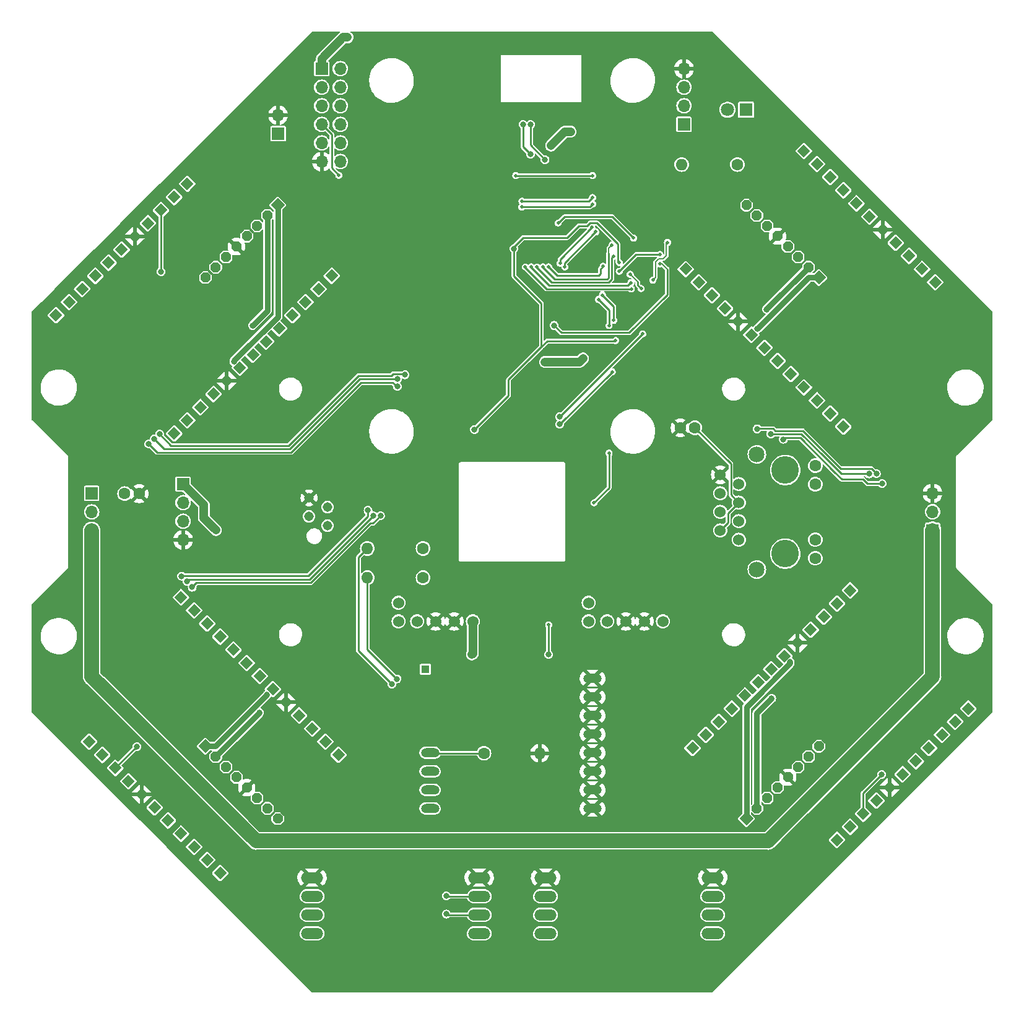
<source format=gbl>
%TF.GenerationSoftware,KiCad,Pcbnew,7.0.9*%
%TF.CreationDate,2024-01-19T20:30:06+01:00*%
%TF.ProjectId,bohlebots-rpi-cm4-carrier,626f686c-6562-46f7-9473-2d7270692d63,v01.2*%
%TF.SameCoordinates,Original*%
%TF.FileFunction,Copper,L2,Bot*%
%TF.FilePolarity,Positive*%
%FSLAX46Y46*%
G04 Gerber Fmt 4.6, Leading zero omitted, Abs format (unit mm)*
G04 Created by KiCad (PCBNEW 7.0.9) date 2024-01-19 20:30:06*
%MOMM*%
%LPD*%
G01*
G04 APERTURE LIST*
G04 Aperture macros list*
%AMRotRect*
0 Rectangle, with rotation*
0 The origin of the aperture is its center*
0 $1 length*
0 $2 width*
0 $3 Rotation angle, in degrees counterclockwise*
0 Add horizontal line*
21,1,$1,$2,0,0,$3*%
%AMOutline5P*
0 Free polygon, 5 corners , with rotation*
0 The origin of the aperture is its center*
0 number of corners: always 5*
0 $1 to $10 corner X, Y*
0 $11 Rotation angle, in degrees counterclockwise*
0 create outline with 5 corners*
4,1,5,$1,$2,$3,$4,$5,$6,$7,$8,$9,$10,$1,$2,$11*%
%AMOutline6P*
0 Free polygon, 6 corners , with rotation*
0 The origin of the aperture is its center*
0 number of corners: always 6*
0 $1 to $12 corner X, Y*
0 $13 Rotation angle, in degrees counterclockwise*
0 create outline with 6 corners*
4,1,6,$1,$2,$3,$4,$5,$6,$7,$8,$9,$10,$11,$12,$1,$2,$13*%
%AMOutline7P*
0 Free polygon, 7 corners , with rotation*
0 The origin of the aperture is its center*
0 number of corners: always 7*
0 $1 to $14 corner X, Y*
0 $15 Rotation angle, in degrees counterclockwise*
0 create outline with 7 corners*
4,1,7,$1,$2,$3,$4,$5,$6,$7,$8,$9,$10,$11,$12,$13,$14,$1,$2,$15*%
%AMOutline8P*
0 Free polygon, 8 corners , with rotation*
0 The origin of the aperture is its center*
0 number of corners: always 8*
0 $1 to $16 corner X, Y*
0 $17 Rotation angle, in degrees counterclockwise*
0 create outline with 8 corners*
4,1,8,$1,$2,$3,$4,$5,$6,$7,$8,$9,$10,$11,$12,$13,$14,$15,$16,$1,$2,$17*%
G04 Aperture macros list end*
%TA.AperFunction,ComponentPad*%
%ADD10C,1.530000*%
%TD*%
%TA.AperFunction,ComponentPad*%
%ADD11RotRect,1.320800X1.320800X225.000000*%
%TD*%
%TA.AperFunction,ComponentPad*%
%ADD12Outline8P,-0.660400X0.273547X-0.273547X0.660400X0.273547X0.660400X0.660400X0.273547X0.660400X-0.273547X0.273547X-0.660400X-0.273547X-0.660400X-0.660400X-0.273547X225.000000*%
%TD*%
%TA.AperFunction,ComponentPad*%
%ADD13R,1.700000X1.700000*%
%TD*%
%TA.AperFunction,ComponentPad*%
%ADD14O,1.700000X1.700000*%
%TD*%
%TA.AperFunction,ComponentPad*%
%ADD15RotRect,1.320800X1.320800X315.000000*%
%TD*%
%TA.AperFunction,ComponentPad*%
%ADD16Outline8P,-0.660400X0.273547X-0.273547X0.660400X0.273547X0.660400X0.660400X0.273547X0.660400X-0.273547X0.273547X-0.660400X-0.273547X-0.660400X-0.660400X-0.273547X315.000000*%
%TD*%
%TA.AperFunction,ComponentPad*%
%ADD17RotRect,1.308000X1.308000X315.000000*%
%TD*%
%TA.AperFunction,ComponentPad*%
%ADD18C,1.600000*%
%TD*%
%TA.AperFunction,ComponentPad*%
%ADD19O,1.600000X1.600000*%
%TD*%
%TA.AperFunction,ComponentPad*%
%ADD20RotRect,1.320800X1.320800X45.000000*%
%TD*%
%TA.AperFunction,ComponentPad*%
%ADD21Outline8P,-0.660400X0.273547X-0.273547X0.660400X0.273547X0.660400X0.660400X0.273547X0.660400X-0.273547X0.273547X-0.660400X-0.273547X-0.660400X-0.660400X-0.273547X45.000000*%
%TD*%
%TA.AperFunction,ComponentPad*%
%ADD22RotRect,1.308000X1.308000X45.000000*%
%TD*%
%TA.AperFunction,ComponentPad*%
%ADD23O,2.540000X1.270000*%
%TD*%
%TA.AperFunction,ComponentPad*%
%ADD24R,1.108000X1.108000*%
%TD*%
%TA.AperFunction,ComponentPad*%
%ADD25RotRect,1.308000X1.308000X225.000000*%
%TD*%
%TA.AperFunction,ComponentPad*%
%ADD26RotRect,1.308000X1.308000X135.000000*%
%TD*%
%TA.AperFunction,ComponentPad*%
%ADD27O,3.016000X1.508000*%
%TD*%
%TA.AperFunction,ComponentPad*%
%ADD28C,1.308000*%
%TD*%
%TA.AperFunction,ComponentPad*%
%ADD29C,1.524000*%
%TD*%
%TA.AperFunction,ComponentPad*%
%ADD30C,1.600200*%
%TD*%
%TA.AperFunction,ComponentPad*%
%ADD31C,2.159000*%
%TD*%
%TA.AperFunction,ComponentPad*%
%ADD32C,3.759200*%
%TD*%
%TA.AperFunction,ComponentPad*%
%ADD33RotRect,1.320800X1.320800X135.000000*%
%TD*%
%TA.AperFunction,ComponentPad*%
%ADD34Outline8P,-0.660400X0.273547X-0.273547X0.660400X0.273547X0.660400X0.660400X0.273547X0.660400X-0.273547X0.273547X-0.660400X-0.273547X-0.660400X-0.660400X-0.273547X135.000000*%
%TD*%
%TA.AperFunction,ComponentPad*%
%ADD35R,1.800000X1.800000*%
%TD*%
%TA.AperFunction,ComponentPad*%
%ADD36C,1.800000*%
%TD*%
%TA.AperFunction,ViaPad*%
%ADD37C,0.800000*%
%TD*%
%TA.AperFunction,ViaPad*%
%ADD38C,0.500000*%
%TD*%
%TA.AperFunction,Conductor*%
%ADD39C,0.250000*%
%TD*%
%TA.AperFunction,Conductor*%
%ADD40C,1.200000*%
%TD*%
%TA.AperFunction,Conductor*%
%ADD41C,0.800000*%
%TD*%
%TA.AperFunction,Conductor*%
%ADD42C,0.200000*%
%TD*%
%TA.AperFunction,Conductor*%
%ADD43C,2.000000*%
%TD*%
G04 APERTURE END LIST*
D10*
%TO.P,D36V28FX2,1,PG*%
%TO.N,unconnected-(D36V28FX2-PG-Pad1)*%
X89970000Y-117930000D03*
%TO.P,D36V28FX2,2,EN*%
%TO.N,unconnected-(D36V28FX2-EN-Pad2)*%
X89970000Y-120470000D03*
%TO.P,D36V28FX2,3,IN*%
%TO.N,16V*%
X92510000Y-120470000D03*
%TO.P,D36V28FX2,4,GND_1*%
%TO.N,GND*%
X95050000Y-120470000D03*
%TO.P,D36V28FX2,5,GND_2*%
X97590000Y-120470000D03*
%TO.P,D36V28FX2,6,OUT*%
%TO.N,3.3V*%
X100130000Y-120470000D03*
%TD*%
D11*
%TO.P,JP3,1,1*%
%TO.N,Net-(ESCON3-+5V)*%
X147449747Y-73449747D03*
D12*
%TO.P,JP3,2,2*%
%TO.N,Net-(ESCON3-H1)*%
X146035534Y-72035534D03*
%TO.P,JP3,3,3*%
%TO.N,Net-(ESCON3-H3)*%
X144621320Y-70621320D03*
%TO.P,JP3,4,4*%
%TO.N,Net-(ESCON3-H2)*%
X143207107Y-69207107D03*
%TO.P,JP3,5,5*%
%TO.N,GND*%
X141792893Y-67792893D03*
%TO.P,JP3,6,6*%
%TO.N,Net-(ESCON3-M3)*%
X140378680Y-66378680D03*
%TO.P,JP3,7,7*%
%TO.N,Net-(ESCON3-M2)*%
X138964466Y-64964466D03*
%TO.P,JP3,8,8*%
%TO.N,Net-(ESCON3-M1)*%
X137550253Y-63550253D03*
%TD*%
D13*
%TO.P,J4,1,3.3V*%
%TO.N,3.3V*%
X129000000Y-52500000D03*
D14*
%TO.P,J4,2,SDA*%
%TO.N,/SDA*%
X129000000Y-49960000D03*
%TO.P,J4,3,SCL*%
%TO.N,/SCL*%
X129000000Y-47420000D03*
%TO.P,J4,4,GND*%
%TO.N,GND*%
X129000000Y-44880000D03*
%TD*%
D15*
%TO.P,JP4,1,1*%
%TO.N,Net-(ESCON4-+5V)*%
X73449747Y-63550253D03*
D16*
%TO.P,JP4,2,2*%
%TO.N,Net-(ESCON4-H1)*%
X72035534Y-64964466D03*
%TO.P,JP4,3,3*%
%TO.N,Net-(ESCON4-H3)*%
X70621320Y-66378680D03*
%TO.P,JP4,4,4*%
%TO.N,Net-(ESCON4-H2)*%
X69207107Y-67792893D03*
%TO.P,JP4,5,5*%
%TO.N,GND*%
X67792893Y-69207107D03*
%TO.P,JP4,6,6*%
%TO.N,Net-(ESCON4-M3)*%
X66378680Y-70621320D03*
%TO.P,JP4,7,7*%
%TO.N,Net-(ESCON4-M2)*%
X64964466Y-72035534D03*
%TO.P,JP4,8,8*%
%TO.N,Net-(ESCON4-M1)*%
X63550253Y-73449747D03*
%TD*%
D17*
%TO.P,ESCON1,P1,M1*%
%TO.N,Net-(ESCON1-M1)*%
X81765680Y-138720315D03*
%TO.P,ESCON1,P2,M2*%
%TO.N,Net-(ESCON1-M2)*%
X79969629Y-136924264D03*
%TO.P,ESCON1,P3,M3*%
%TO.N,Net-(ESCON1-M3)*%
X78173578Y-135128213D03*
%TO.P,ESCON1,P4,VCC*%
%TO.N,16V*%
X76377527Y-133332162D03*
%TO.P,ESCON1,P5,GND*%
%TO.N,GND*%
X74581475Y-131536110D03*
%TO.P,ESCON1,P6,+5V*%
%TO.N,Net-(ESCON1-+5V)*%
X72785424Y-129740059D03*
%TO.P,ESCON1,P7,H1*%
%TO.N,Net-(ESCON1-H1)*%
X70989373Y-127944008D03*
%TO.P,ESCON1,P8,H2*%
%TO.N,Net-(ESCON1-H2)*%
X69193322Y-126147957D03*
%TO.P,ESCON1,P9,H3*%
%TO.N,Net-(ESCON1-H3)*%
X67397271Y-124351905D03*
%TO.P,ESCON1,P10*%
%TO.N,N/C*%
X65601219Y-122555854D03*
%TO.P,ESCON1,P11*%
X63805168Y-120759803D03*
%TO.P,ESCON1,P12*%
X62009117Y-118963752D03*
%TO.P,ESCON1,P13*%
X60213066Y-117167701D03*
%TO.P,ESCON1,P14,D4*%
%TO.N,unconnected-(ESCON1-D4-PadP14)*%
X47640707Y-136924264D03*
%TO.P,ESCON1,P15,D3*%
%TO.N,/DIR1*%
X49436758Y-138720315D03*
%TO.P,ESCON1,P16,D2*%
%TO.N,/ENA*%
X51232810Y-140516367D03*
%TO.P,ESCON1,P17,D1*%
%TO.N,/PWM1*%
X53028861Y-142312418D03*
%TO.P,ESCON1,P18,GND*%
%TO.N,GND*%
X54824912Y-144108469D03*
%TO.P,ESCON1,P19*%
%TO.N,N/C*%
X56620963Y-145904520D03*
%TO.P,ESCON1,P20*%
X58417014Y-147700571D03*
%TO.P,ESCON1,P21*%
X60213066Y-149496623D03*
%TO.P,ESCON1,P22*%
X62009117Y-151292674D03*
%TO.P,ESCON1,P23*%
X63805168Y-153088725D03*
%TO.P,ESCON1,P24*%
X65601219Y-154884776D03*
%TD*%
D18*
%TO.P,R3,1*%
%TO.N,3.3V*%
X93310000Y-110500000D03*
D19*
%TO.P,R3,2*%
%TO.N,/SCL*%
X85690000Y-110500000D03*
%TD*%
D10*
%TO.P,D36V28FX1,1,PG*%
%TO.N,unconnected-(D36V28FX1-PG-Pad1)*%
X115970000Y-117930000D03*
%TO.P,D36V28FX1,2,EN*%
%TO.N,unconnected-(D36V28FX1-EN-Pad2)*%
X115970000Y-120470000D03*
%TO.P,D36V28FX1,3,IN*%
%TO.N,16V*%
X118510000Y-120470000D03*
%TO.P,D36V28FX1,4,GND_1*%
%TO.N,GND*%
X121050000Y-120470000D03*
%TO.P,D36V28FX1,5,GND_2*%
X123590000Y-120470000D03*
%TO.P,D36V28FX1,6,OUT*%
%TO.N,5V*%
X126130000Y-120470000D03*
%TD*%
D13*
%TO.P,J3,1,5V*%
%TO.N,5V*%
X79460000Y-44880000D03*
D14*
%TO.P,J3,2,SPI_CLK*%
%TO.N,/SPI0_SCLK*%
X82000000Y-44880000D03*
%TO.P,J3,3,3.3V*%
%TO.N,3.3V*%
X79460000Y-47420000D03*
%TO.P,J3,4,SPI_MOSI*%
%TO.N,/SPI0_MOSI*%
X82000000Y-47420000D03*
%TO.P,J3,5,UART_TXD*%
%TO.N,/UART0_TXD*%
X79460000Y-49960000D03*
%TO.P,J3,6,SPI_MISO*%
%TO.N,/SPI0_MISO*%
X82000000Y-49960000D03*
%TO.P,J3,7,UART_RXD*%
%TO.N,/UART0_RXD*%
X79460000Y-52500000D03*
%TO.P,J3,8,SPI_CE0*%
%TO.N,/SPI0_CE0*%
X82000000Y-52500000D03*
%TO.P,J3,9,USB_OTG_ID*%
%TO.N,/USB_OTG_ID*%
X79460000Y-55040000D03*
%TO.P,J3,10,SPI_CE1*%
%TO.N,/SPI0_CE1*%
X82000000Y-55040000D03*
%TO.P,J3,11,GND*%
%TO.N,GND*%
X79460000Y-57580000D03*
%TO.P,J3,12,nBoot*%
%TO.N,/nRPIBOOT*%
X82000000Y-57580000D03*
%TD*%
D20*
%TO.P,JP1,1,1*%
%TO.N,Net-(ESCON1-+5V)*%
X63550253Y-137550253D03*
D21*
%TO.P,JP1,2,2*%
%TO.N,Net-(ESCON1-H1)*%
X64964466Y-138964466D03*
%TO.P,JP1,3,3*%
%TO.N,Net-(ESCON1-H3)*%
X66378680Y-140378680D03*
%TO.P,JP1,4,4*%
%TO.N,Net-(ESCON1-H2)*%
X67792893Y-141792893D03*
%TO.P,JP1,5,5*%
%TO.N,GND*%
X69207107Y-143207107D03*
%TO.P,JP1,6,6*%
%TO.N,Net-(ESCON1-M3)*%
X70621320Y-144621320D03*
%TO.P,JP1,7,7*%
%TO.N,Net-(ESCON1-M2)*%
X72035534Y-146035534D03*
%TO.P,JP1,8,8*%
%TO.N,Net-(ESCON1-M1)*%
X73449747Y-147449747D03*
%TD*%
D22*
%TO.P,ESCON2,P1,M1*%
%TO.N,Net-(ESCON2-M1)*%
X151720315Y-116234320D03*
%TO.P,ESCON2,P2,M2*%
%TO.N,Net-(ESCON2-M2)*%
X149924264Y-118030371D03*
%TO.P,ESCON2,P3,M3*%
%TO.N,Net-(ESCON2-M3)*%
X148128213Y-119826422D03*
%TO.P,ESCON2,P4,VCC*%
%TO.N,16V*%
X146332162Y-121622473D03*
%TO.P,ESCON2,P5,GND*%
%TO.N,GND*%
X144536110Y-123418525D03*
%TO.P,ESCON2,P6,+5V*%
%TO.N,Net-(ESCON2-+5V)*%
X142740059Y-125214576D03*
%TO.P,ESCON2,P7,H1*%
%TO.N,Net-(ESCON2-H1)*%
X140944008Y-127010627D03*
%TO.P,ESCON2,P8,H2*%
%TO.N,Net-(ESCON2-H2)*%
X139147957Y-128806678D03*
%TO.P,ESCON2,P9,H3*%
%TO.N,Net-(ESCON2-H3)*%
X137351905Y-130602729D03*
%TO.P,ESCON2,P10*%
%TO.N,N/C*%
X135555854Y-132398781D03*
%TO.P,ESCON2,P11*%
X133759803Y-134194832D03*
%TO.P,ESCON2,P12*%
X131963752Y-135990883D03*
%TO.P,ESCON2,P13*%
X130167701Y-137786934D03*
%TO.P,ESCON2,P14,D4*%
%TO.N,unconnected-(ESCON2-D4-PadP14)*%
X149924264Y-150359293D03*
%TO.P,ESCON2,P15,D3*%
%TO.N,/DIR2*%
X151720315Y-148563242D03*
%TO.P,ESCON2,P16,D2*%
%TO.N,/ENA*%
X153516367Y-146767190D03*
%TO.P,ESCON2,P17,D1*%
%TO.N,/PWM2*%
X155312418Y-144971139D03*
%TO.P,ESCON2,P18,GND*%
%TO.N,GND*%
X157108469Y-143175088D03*
%TO.P,ESCON2,P19*%
%TO.N,N/C*%
X158904520Y-141379037D03*
%TO.P,ESCON2,P20*%
X160700571Y-139582986D03*
%TO.P,ESCON2,P21*%
X162496623Y-137786934D03*
%TO.P,ESCON2,P22*%
X164292674Y-135990883D03*
%TO.P,ESCON2,P23*%
X166088725Y-134194832D03*
%TO.P,ESCON2,P24*%
X167884776Y-132398781D03*
%TD*%
D18*
%TO.P,R1,1*%
%TO.N,/KICK*%
X101655000Y-138500000D03*
D19*
%TO.P,R1,2*%
%TO.N,GND*%
X109275000Y-138500000D03*
%TD*%
D23*
%TO.P,K1,GND1,GND*%
%TO.N,GND*%
X116500000Y-128270000D03*
%TO.P,K1,GND2,GND*%
X116500000Y-130810000D03*
%TO.P,K1,GND3,GND*%
X116500000Y-133350000D03*
%TO.P,K1,GND4,GND*%
X116500000Y-135890000D03*
%TO.P,K1,GND5,GND*%
X116500000Y-138430000D03*
%TO.P,K1,GND6,GND*%
X116500000Y-140970000D03*
%TO.P,K1,GND7,GND*%
X116500000Y-143510000D03*
%TO.P,K1,GND8,GND*%
X116500000Y-146050000D03*
D24*
%TO.P,K1,NC*%
%TO.N,N/C*%
X93640000Y-127000000D03*
D23*
%TO.P,K1,SIG,SIG*%
%TO.N,/KICK*%
X94275000Y-138430000D03*
%TO.P,K1,V+1,V+*%
%TO.N,16V*%
X94275000Y-140970000D03*
%TO.P,K1,V+2,V+*%
X94275000Y-143510000D03*
%TO.P,K1,V+3,V+*%
X94275000Y-146050000D03*
%TD*%
D18*
%TO.P,R4,1*%
%TO.N,Net-(D1-K)*%
X136310000Y-58000000D03*
D19*
%TO.P,R4,2*%
%TO.N,/LED_nACT*%
X128690000Y-58000000D03*
%TD*%
D13*
%TO.P,J5,1,VCC*%
%TO.N,16V*%
X48000000Y-102960000D03*
D14*
%TO.P,J5,2,NC*%
%TO.N,unconnected-(J5-NC-Pad2)*%
X48000000Y-105500000D03*
%TO.P,J5,3,GND*%
%TO.N,Net-(J5-GND)*%
X48000000Y-108040000D03*
%TD*%
D25*
%TO.P,ESCON4,P1,M1*%
%TO.N,Net-(ESCON4-M1)*%
X59279685Y-94765680D03*
%TO.P,ESCON4,P2,M2*%
%TO.N,Net-(ESCON4-M2)*%
X61075736Y-92969629D03*
%TO.P,ESCON4,P3,M3*%
%TO.N,Net-(ESCON4-M3)*%
X62871787Y-91173578D03*
%TO.P,ESCON4,P4,VCC*%
%TO.N,16V*%
X64667838Y-89377527D03*
%TO.P,ESCON4,P5,GND*%
%TO.N,GND*%
X66463890Y-87581475D03*
%TO.P,ESCON4,P6,+5V*%
%TO.N,Net-(ESCON4-+5V)*%
X68259941Y-85785424D03*
%TO.P,ESCON4,P7,H1*%
%TO.N,Net-(ESCON4-H1)*%
X70055992Y-83989373D03*
%TO.P,ESCON4,P8,H2*%
%TO.N,Net-(ESCON4-H2)*%
X71852043Y-82193322D03*
%TO.P,ESCON4,P9,H3*%
%TO.N,Net-(ESCON4-H3)*%
X73648095Y-80397271D03*
%TO.P,ESCON4,P10*%
%TO.N,N/C*%
X75444146Y-78601219D03*
%TO.P,ESCON4,P11*%
X77240197Y-76805168D03*
%TO.P,ESCON4,P12*%
X79036248Y-75009117D03*
%TO.P,ESCON4,P13*%
X80832299Y-73213066D03*
%TO.P,ESCON4,P14,D4*%
%TO.N,unconnected-(ESCON4-D4-PadP14)*%
X61075736Y-60640707D03*
%TO.P,ESCON4,P15,D3*%
%TO.N,/DIR4*%
X59279685Y-62436758D03*
%TO.P,ESCON4,P16,D2*%
%TO.N,/ENA*%
X57483633Y-64232810D03*
%TO.P,ESCON4,P17,D1*%
%TO.N,/PWM4*%
X55687582Y-66028861D03*
%TO.P,ESCON4,P18,GND*%
%TO.N,GND*%
X53891531Y-67824912D03*
%TO.P,ESCON4,P19*%
%TO.N,N/C*%
X52095480Y-69620963D03*
%TO.P,ESCON4,P20*%
X50299429Y-71417014D03*
%TO.P,ESCON4,P21*%
X48503377Y-73213066D03*
%TO.P,ESCON4,P22*%
X46707326Y-75009117D03*
%TO.P,ESCON4,P23*%
X44911275Y-76805168D03*
%TO.P,ESCON4,P24*%
X43115224Y-78601219D03*
%TD*%
D26*
%TO.P,ESCON3,P1,M1*%
%TO.N,Net-(ESCON3-M1)*%
X129234320Y-72279685D03*
%TO.P,ESCON3,P2,M2*%
%TO.N,Net-(ESCON3-M2)*%
X131030371Y-74075736D03*
%TO.P,ESCON3,P3,M3*%
%TO.N,Net-(ESCON3-M3)*%
X132826422Y-75871787D03*
%TO.P,ESCON3,P4,VCC*%
%TO.N,16V*%
X134622473Y-77667838D03*
%TO.P,ESCON3,P5,GND*%
%TO.N,GND*%
X136418525Y-79463890D03*
%TO.P,ESCON3,P6,+5V*%
%TO.N,Net-(ESCON3-+5V)*%
X138214576Y-81259941D03*
%TO.P,ESCON3,P7,H1*%
%TO.N,Net-(ESCON3-H1)*%
X140010627Y-83055992D03*
%TO.P,ESCON3,P8,H2*%
%TO.N,Net-(ESCON3-H2)*%
X141806678Y-84852043D03*
%TO.P,ESCON3,P9,H3*%
%TO.N,Net-(ESCON3-H3)*%
X143602729Y-86648095D03*
%TO.P,ESCON3,P10*%
%TO.N,N/C*%
X145398781Y-88444146D03*
%TO.P,ESCON3,P11*%
X147194832Y-90240197D03*
%TO.P,ESCON3,P12*%
X148990883Y-92036248D03*
%TO.P,ESCON3,P13*%
X150786934Y-93832299D03*
%TO.P,ESCON3,P14,D4*%
%TO.N,unconnected-(ESCON3-D4-PadP14)*%
X163359293Y-74075736D03*
%TO.P,ESCON3,P15,D3*%
%TO.N,/DIR3*%
X161563242Y-72279685D03*
%TO.P,ESCON3,P16,D2*%
%TO.N,/ENA*%
X159767190Y-70483633D03*
%TO.P,ESCON3,P17,D1*%
%TO.N,/PWM3*%
X157971139Y-68687582D03*
%TO.P,ESCON3,P18,GND*%
%TO.N,GND*%
X156175088Y-66891531D03*
%TO.P,ESCON3,P19*%
%TO.N,N/C*%
X154379037Y-65095480D03*
%TO.P,ESCON3,P20*%
X152582986Y-63299429D03*
%TO.P,ESCON3,P21*%
X150786934Y-61503377D03*
%TO.P,ESCON3,P22*%
X148990883Y-59707326D03*
%TO.P,ESCON3,P23*%
X147194832Y-57911275D03*
%TO.P,ESCON3,P24*%
X145398781Y-56115224D03*
%TD*%
D18*
%TO.P,R2,1*%
%TO.N,3.3V*%
X93310000Y-114500000D03*
D19*
%TO.P,R2,2*%
%TO.N,/SDA*%
X85690000Y-114500000D03*
%TD*%
D18*
%TO.P,C1,1*%
%TO.N,Net-(J1-RCT)*%
X130500000Y-94000000D03*
%TO.P,C1,2*%
%TO.N,GND*%
X128500000Y-94000000D03*
%TD*%
D13*
%TO.P,U2,1,V+*%
%TO.N,5V*%
X60500000Y-101700000D03*
D14*
%TO.P,U2,2,D-*%
%TO.N,/USB_N*%
X60500000Y-104240000D03*
%TO.P,U2,3,D+*%
%TO.N,/USB_P*%
X60500000Y-106780000D03*
%TO.P,U2,4,GND*%
%TO.N,GND*%
X60500000Y-109320000D03*
%TD*%
D27*
%TO.P,T1,1,V+*%
%TO.N,3.3V*%
X101000000Y-163135000D03*
%TO.P,T1,2,Data*%
%TO.N,/SDA*%
X101000000Y-160595000D03*
%TO.P,T1,3,Clock*%
%TO.N,/SCL*%
X101000000Y-158055000D03*
%TO.P,T1,4,GND*%
%TO.N,GND*%
X101000000Y-155515000D03*
%TO.P,T1,5*%
X78140000Y-155515000D03*
%TO.P,T1,6*%
%TO.N,/SCL*%
X78140000Y-158055000D03*
%TO.P,T1,7*%
%TO.N,/SDA*%
X78140000Y-160595000D03*
%TO.P,T1,8*%
%TO.N,3.3V*%
X78140000Y-163135000D03*
%TD*%
D28*
%TO.P,X1,1,V+*%
%TO.N,3.3V*%
X80265000Y-107390800D03*
%TO.P,X1,2,SDA*%
%TO.N,/SDA*%
X77725000Y-106120800D03*
%TO.P,X1,3,SCL*%
%TO.N,/SCL*%
X80265000Y-104850800D03*
%TO.P,X1,4,GND*%
%TO.N,GND*%
X77725000Y-103580800D03*
%TD*%
D13*
%TO.P,J2,1,VCC*%
%TO.N,16V*%
X73500000Y-53775000D03*
D14*
%TO.P,J2,2,GND*%
%TO.N,GND*%
X73500000Y-51235000D03*
%TD*%
D29*
%TO.P,J1,1,TD+*%
%TO.N,/TD_P*%
X136506000Y-109310000D03*
%TO.P,J1,2,TCT*%
%TO.N,Net-(J1-RCT)*%
X133966000Y-108040000D03*
%TO.P,J1,3,TD-*%
%TO.N,/TD_N*%
X136506000Y-106770000D03*
%TO.P,J1,4,RD+*%
%TO.N,/RD_P*%
X133966000Y-105500000D03*
%TO.P,J1,5,RCT*%
%TO.N,Net-(J1-RCT)*%
X136506000Y-104230000D03*
%TO.P,J1,6,RD-*%
%TO.N,/RD_N*%
X133966000Y-102960000D03*
%TO.P,J1,7,NC*%
%TO.N,unconnected-(J1-NC-Pad7)*%
X136506000Y-101690000D03*
%TO.P,J1,8,CHASSIS_GND*%
%TO.N,GND*%
X133966000Y-100420000D03*
D30*
%TO.P,J1,9*%
%TO.N,N/C*%
X146965974Y-99175000D03*
%TO.P,J1,10*%
X146965974Y-101715000D03*
%TO.P,J1,11*%
X146965974Y-109285000D03*
%TO.P,J1,12*%
X146965974Y-111825000D03*
D31*
%TO.P,J1,13*%
X138966000Y-113374999D03*
%TO.P,J1,14*%
X138966000Y-97625001D03*
D32*
%TO.P,J1,15*%
X142856000Y-111215000D03*
%TO.P,J1,16*%
X142856000Y-99785000D03*
%TD*%
D33*
%TO.P,JP2,1,1*%
%TO.N,Net-(ESCON2-+5V)*%
X137550253Y-147449747D03*
D34*
%TO.P,JP2,2,2*%
%TO.N,Net-(ESCON2-H1)*%
X138964466Y-146035534D03*
%TO.P,JP2,3,3*%
%TO.N,Net-(ESCON2-H3)*%
X140378680Y-144621320D03*
%TO.P,JP2,4,4*%
%TO.N,Net-(ESCON2-H2)*%
X141792893Y-143207107D03*
%TO.P,JP2,5,5*%
%TO.N,GND*%
X143207107Y-141792893D03*
%TO.P,JP2,6,6*%
%TO.N,Net-(ESCON2-M3)*%
X144621320Y-140378680D03*
%TO.P,JP2,7,7*%
%TO.N,Net-(ESCON2-M2)*%
X146035534Y-138964466D03*
%TO.P,JP2,8,8*%
%TO.N,Net-(ESCON2-M1)*%
X147449747Y-137550253D03*
%TD*%
D13*
%TO.P,J6,1,VCC*%
%TO.N,Net-(J5-GND)*%
X163000000Y-108025000D03*
D14*
%TO.P,J6,2,NC*%
%TO.N,unconnected-(J6-NC-Pad2)*%
X163000000Y-105485000D03*
%TO.P,J6,3,GND*%
%TO.N,GND*%
X163000000Y-102945000D03*
%TD*%
D27*
%TO.P,T2,1,V+*%
%TO.N,3.3V*%
X132930000Y-163135000D03*
%TO.P,T2,2,Data*%
%TO.N,/SDA*%
X132930000Y-160595000D03*
%TO.P,T2,3,Clock*%
%TO.N,/SCL*%
X132930000Y-158055000D03*
%TO.P,T2,4,GND*%
%TO.N,GND*%
X132930000Y-155515000D03*
%TO.P,T2,5*%
X110070000Y-155515000D03*
%TO.P,T2,6*%
%TO.N,/SCL*%
X110070000Y-158055000D03*
%TO.P,T2,7*%
%TO.N,/SDA*%
X110070000Y-160595000D03*
%TO.P,T2,8*%
%TO.N,3.3V*%
X110070000Y-163135000D03*
%TD*%
D35*
%TO.P,D1,1,K*%
%TO.N,Net-(D1-K)*%
X137500000Y-50500000D03*
D36*
%TO.P,D1,2,A*%
%TO.N,3.3V*%
X134960000Y-50500000D03*
%TD*%
D18*
%TO.P,C2,1*%
%TO.N,16V*%
X52500000Y-103000000D03*
%TO.P,C2,2*%
%TO.N,GND*%
X54500000Y-103000000D03*
%TD*%
D37*
%TO.N,GND*%
X110500000Y-50000000D03*
X112500000Y-50000000D03*
D38*
X129550000Y-104200000D03*
D37*
X129500000Y-146000000D03*
X106500000Y-50000000D03*
X115500000Y-46000000D03*
X112500000Y-42500000D03*
X41500000Y-132500000D03*
D38*
X125900000Y-74600000D03*
D37*
X103500000Y-46000000D03*
D38*
X64420000Y-105500000D03*
X118000000Y-68400000D03*
D37*
X61500000Y-128000000D03*
X170000000Y-118500000D03*
X41000000Y-79000000D03*
D38*
X132000000Y-108000000D03*
D37*
X165500000Y-97500000D03*
X159000000Y-127500000D03*
X97500000Y-66000000D03*
X114500000Y-42500000D03*
X104500000Y-50000000D03*
X115500000Y-44000000D03*
X170000000Y-132500000D03*
X78500000Y-169500000D03*
X104500000Y-42500000D03*
X125000000Y-137050000D03*
X103500000Y-48000000D03*
X132000000Y-41000000D03*
X79000000Y-119000000D03*
X103500000Y-44000000D03*
X165000000Y-113500000D03*
X85000000Y-145000000D03*
X41000000Y-119000000D03*
X108500000Y-50000000D03*
X41500000Y-92000000D03*
X86100000Y-159300000D03*
X132500000Y-169500000D03*
X105500000Y-169500000D03*
X115500000Y-48000000D03*
X108500000Y-42500000D03*
D38*
X121900000Y-69350000D03*
D37*
X46000000Y-113500000D03*
X73500000Y-46500000D03*
X106500000Y-42500000D03*
X110500000Y-42500000D03*
X170200000Y-92400000D03*
X169500000Y-79000000D03*
X154500000Y-81000000D03*
X46000000Y-97500000D03*
X114500000Y-50000000D03*
D38*
X121000000Y-80000000D03*
D37*
%TO.N,3.3V*%
X113500000Y-53500000D03*
X100000000Y-125000000D03*
X110814902Y-55400000D03*
%TO.N,5V*%
X110000000Y-85000000D03*
X115197400Y-84500000D03*
X83000000Y-40600000D03*
D38*
X63520000Y-105500000D03*
D37*
X65000000Y-108000000D03*
%TO.N,Net-(ESCON1-+5V)*%
X71973687Y-130525460D03*
%TO.N,Net-(ESCON1-H1)*%
X70956328Y-132956326D03*
%TO.N,/DIR1*%
X85793245Y-105293245D03*
X60302658Y-114283832D03*
D38*
X123350000Y-81150000D03*
D37*
X112000000Y-92500000D03*
%TO.N,/ENA*%
X57282429Y-94869887D03*
D38*
X119650000Y-82050000D03*
D37*
X54200000Y-137600000D03*
D38*
X120150000Y-71400000D03*
D37*
X87500000Y-106000000D03*
X156100000Y-101600000D03*
X142600000Y-95574500D03*
X100350000Y-94224500D03*
X61750000Y-115800000D03*
X57487299Y-72637299D03*
X156036918Y-141400000D03*
X105750000Y-69500000D03*
X90850000Y-86750000D03*
%TO.N,/PWM1*%
X61009413Y-114990587D03*
X112000000Y-93500000D03*
D38*
X117850000Y-75850000D03*
X119200000Y-86350000D03*
D37*
X86500000Y-106000000D03*
D38*
X119400000Y-79300000D03*
D37*
%TO.N,Net-(ESCON2-+5V)*%
X143525460Y-126026313D03*
%TO.N,Net-(ESCON2-H1)*%
X141000000Y-131000000D03*
%TO.N,Net-(ESCON3-+5V)*%
X139026313Y-80474540D03*
%TO.N,Net-(ESCON3-H1)*%
X140293672Y-77793673D03*
%TO.N,Net-(ESCON4-+5V)*%
X67474540Y-84973687D03*
%TO.N,Net-(ESCON4-H1)*%
X70000000Y-80000000D03*
D38*
%TO.N,/SPI0_SCLK*%
X117950000Y-71900000D03*
X110500000Y-72000000D03*
%TO.N,/SPI0_MOSI*%
X119150000Y-69000000D03*
X109700000Y-72000000D03*
%TO.N,/UART0_TXD*%
X116500000Y-62500000D03*
X106850000Y-63000000D03*
%TO.N,/SPI0_MISO*%
X108900000Y-72000000D03*
X119350000Y-70550000D03*
%TO.N,/UART0_RXD*%
X116500000Y-63400000D03*
X81800000Y-59450000D03*
X106800000Y-63800000D03*
%TO.N,/SPI0_CE0*%
X108100000Y-72000000D03*
X121750000Y-74150000D03*
%TO.N,/SPI0_CE1*%
X107300000Y-72000000D03*
X121800000Y-75000000D03*
%TO.N,/nRPIBOOT*%
X106000000Y-59500000D03*
X116500000Y-59500000D03*
%TO.N,/SDA*%
X112050000Y-71500000D03*
D37*
X108012299Y-52512299D03*
X96500000Y-160500000D03*
D38*
X116400000Y-66600000D03*
D37*
X110000000Y-57324000D03*
X89751836Y-128338327D03*
%TO.N,/SCL*%
X89045081Y-129045081D03*
X96500000Y-158000000D03*
D38*
X116950000Y-67200000D03*
D37*
X108000000Y-56599500D03*
X107000000Y-52500000D03*
D38*
X112700000Y-72000000D03*
%TO.N,/KICK*%
X116700000Y-104250000D03*
X118750000Y-80000000D03*
X118750000Y-97450000D03*
D37*
X110500000Y-125000000D03*
D38*
X110500000Y-120950000D03*
X117300000Y-76450000D03*
%TO.N,/LED_nACT*%
X126750000Y-68650000D03*
X124750000Y-73800000D03*
D37*
%TO.N,/DIR4*%
X89800000Y-87350000D03*
D38*
X125700000Y-71550000D03*
D37*
X111247900Y-80000000D03*
X56550000Y-95550000D03*
D38*
%TO.N,/PWM4*%
X111800000Y-66000000D03*
D37*
X55815562Y-96227943D03*
X89800000Y-88349503D03*
D38*
X122100000Y-68050000D03*
%TO.N,/PWM3*%
X125700000Y-70300000D03*
X120150000Y-72600000D03*
D37*
%TO.N,/DIR2*%
X140900000Y-94850000D03*
X154313983Y-100308605D03*
%TO.N,/PWM2*%
X155312418Y-100262418D03*
X139000000Y-94141657D03*
D38*
X121650000Y-73000000D03*
X123150000Y-74950000D03*
%TD*%
D39*
%TO.N,Net-(J1-RCT)*%
X135053000Y-106953000D02*
X135053000Y-105683000D01*
X135053000Y-105683000D02*
X136506000Y-104230000D01*
X135419000Y-98919000D02*
X130500000Y-94000000D01*
X135419000Y-103143000D02*
X135419000Y-98919000D01*
X133966000Y-108040000D02*
X135053000Y-106953000D01*
X136506000Y-104230000D02*
X135419000Y-103143000D01*
D40*
%TO.N,3.3V*%
X100130000Y-124870000D02*
X100000000Y-125000000D01*
X100130000Y-120470000D02*
X100130000Y-124870000D01*
X113500000Y-53500000D02*
X112714902Y-53500000D01*
X112714902Y-53500000D02*
X110814902Y-55400000D01*
%TO.N,5V*%
X63340000Y-105320000D02*
X63340000Y-106340000D01*
X63340000Y-106340000D02*
X65000000Y-108000000D01*
X110000000Y-85000000D02*
X114697400Y-85000000D01*
X63340000Y-104540000D02*
X63340000Y-105320000D01*
X63340000Y-104540000D02*
X63340000Y-105500000D01*
X114697400Y-85000000D02*
X115197400Y-84500000D01*
X82400000Y-40600000D02*
X79460000Y-43540000D01*
X60500000Y-101700000D02*
X63340000Y-104540000D01*
X83000000Y-40600000D02*
X82400000Y-40600000D01*
X79460000Y-43540000D02*
X79460000Y-44880000D01*
D41*
%TO.N,Net-(ESCON1-+5V)*%
X71973687Y-130525460D02*
X64948894Y-137550253D01*
X64948894Y-137550253D02*
X63550253Y-137550253D01*
%TO.N,Net-(ESCON1-H1)*%
X70956328Y-132956326D02*
X70956328Y-132972604D01*
X70956328Y-132972604D02*
X64964466Y-138964466D01*
D39*
%TO.N,/DIR1*%
X60302658Y-114283832D02*
X60320903Y-114265587D01*
X79931802Y-111931802D02*
X85775000Y-106088604D01*
X77598017Y-114265587D02*
X79931802Y-111931802D01*
X112000000Y-92500000D02*
X123350000Y-81150000D01*
X85775000Y-106088604D02*
X85775000Y-106000000D01*
X85775000Y-106000000D02*
X85775000Y-105311490D01*
X60320903Y-114265587D02*
X77598017Y-114265587D01*
X85775000Y-105311490D02*
X85793245Y-105293245D01*
%TO.N,/ENA*%
X110275000Y-82125000D02*
X109500000Y-82900000D01*
X61750000Y-115800000D02*
X61750000Y-115750000D01*
X153516367Y-143920551D02*
X156036918Y-141400000D01*
X100350000Y-94224500D02*
X105000000Y-89574500D01*
X62334413Y-115165587D02*
X77970809Y-115165587D01*
X88950000Y-86900000D02*
X89225000Y-86625000D01*
X119650000Y-82050000D02*
X119575000Y-82125000D01*
X116149400Y-65995000D02*
X115731802Y-66412598D01*
X144913604Y-95350000D02*
X144900000Y-95350000D01*
X107000000Y-68000000D02*
X105750000Y-69250000D01*
X109500000Y-77000000D02*
X105750000Y-73250000D01*
X88900000Y-86900000D02*
X88950000Y-86900000D01*
X153500000Y-101050000D02*
X150613604Y-101050000D01*
X61750000Y-115750000D02*
X62334413Y-115165587D01*
X77970809Y-115165587D02*
X86068198Y-107068198D01*
X58862542Y-96450000D02*
X64100000Y-96450000D01*
X142824500Y-95350000D02*
X142600000Y-95574500D01*
X86457107Y-107068198D02*
X87500000Y-106025305D01*
X119955000Y-71205000D02*
X119955000Y-68855000D01*
X57483633Y-72633633D02*
X57487299Y-72637299D01*
X76006802Y-95356802D02*
X84463604Y-86900000D01*
X89225000Y-86625000D02*
X90725000Y-86625000D01*
X119575000Y-82125000D02*
X110275000Y-82125000D01*
X57483633Y-64232810D02*
X57483633Y-72633633D01*
X64100000Y-96450000D02*
X74913604Y-96450000D01*
X150613604Y-101050000D02*
X149631802Y-100068198D01*
X153516367Y-146767190D02*
X153516367Y-143920551D01*
X109500000Y-82900000D02*
X109500000Y-77000000D01*
X120150000Y-71400000D02*
X119955000Y-71205000D01*
X156100000Y-101600000D02*
X154050000Y-101600000D01*
X114587402Y-66412598D02*
X113000000Y-68000000D01*
X54149177Y-137600000D02*
X54200000Y-137600000D01*
X84463604Y-86900000D02*
X88900000Y-86900000D01*
X87500000Y-106025305D02*
X87500000Y-106000000D01*
X51232810Y-140516367D02*
X54149177Y-137600000D01*
X117095000Y-65995000D02*
X116149400Y-65995000D01*
X119955000Y-68855000D02*
X117095000Y-65995000D01*
X57282429Y-94869887D02*
X58862542Y-96450000D01*
X113000000Y-68000000D02*
X107000000Y-68000000D01*
X149631802Y-100068198D02*
X144913604Y-95350000D01*
X90725000Y-86625000D02*
X90850000Y-86750000D01*
X105000000Y-89574500D02*
X105000000Y-87400000D01*
X154050000Y-101600000D02*
X153500000Y-101050000D01*
X144900000Y-95350000D02*
X142824500Y-95350000D01*
D42*
X120150000Y-71400000D02*
X120080000Y-71330000D01*
D39*
X105750000Y-73250000D02*
X105750000Y-69500000D01*
X86068198Y-107068198D02*
X86457107Y-107068198D01*
X105000000Y-87400000D02*
X109500000Y-82900000D01*
X115731802Y-66412598D02*
X114587402Y-66412598D01*
X105750000Y-69250000D02*
X105750000Y-69500000D01*
X74913604Y-96450000D02*
X76006802Y-95356802D01*
%TO.N,/PWM1*%
X112000000Y-93500000D02*
X112025305Y-93500000D01*
X119400000Y-77400000D02*
X117850000Y-75850000D01*
X61009413Y-114990587D02*
X61284413Y-114715587D01*
X61284413Y-114715587D02*
X77784413Y-114715587D01*
X119400000Y-79300000D02*
X119400000Y-77400000D01*
X112025305Y-93500000D02*
X119175305Y-86350000D01*
X77784413Y-114715587D02*
X86500000Y-106000000D01*
X119175305Y-86350000D02*
X119200000Y-86350000D01*
D41*
%TO.N,Net-(ESCON2-+5V)*%
X137550253Y-132177805D02*
X137550253Y-147449747D01*
X143525460Y-126026313D02*
X143525460Y-126202598D01*
X143525460Y-126202598D02*
X137550253Y-132177805D01*
%TO.N,Net-(ESCON2-H1)*%
X141000000Y-131000000D02*
X138964466Y-133035534D01*
X138964466Y-133035534D02*
X138964466Y-146035534D01*
%TO.N,Net-(ESCON3-+5V)*%
X146051106Y-73449747D02*
X147449747Y-73449747D01*
X139026313Y-80474540D02*
X146051106Y-73449747D01*
%TO.N,Net-(ESCON3-H1)*%
X140293672Y-77793673D02*
X140293672Y-77777396D01*
X140293672Y-77777396D02*
X146035534Y-72035534D01*
%TO.N,Net-(ESCON4-+5V)*%
X73449747Y-78822195D02*
X73449747Y-63550253D01*
X67474540Y-84973687D02*
X67474540Y-84797402D01*
X67474540Y-84797402D02*
X73449747Y-78822195D01*
%TO.N,Net-(ESCON4-H1)*%
X70000000Y-80000000D02*
X72035534Y-77964466D01*
X72035534Y-77964466D02*
X72035534Y-64964466D01*
D39*
%TO.N,/SPI0_SCLK*%
X117300000Y-73200000D02*
X111700000Y-73200000D01*
X117550000Y-72950000D02*
X117300000Y-73200000D01*
X117550000Y-72300000D02*
X117550000Y-72950000D01*
X111700000Y-73200000D02*
X110500000Y-72000000D01*
X117950000Y-71900000D02*
X117550000Y-72300000D01*
%TO.N,/SPI0_MOSI*%
X118700000Y-70144400D02*
X118700000Y-73450000D01*
X118700000Y-73450000D02*
X118500000Y-73650000D01*
X118500000Y-73650000D02*
X111294400Y-73650000D01*
X111294400Y-73650000D02*
X109700000Y-72055600D01*
X109700000Y-72055600D02*
X109700000Y-72000000D01*
D42*
X119150000Y-69000000D02*
X118700000Y-69450000D01*
X118700000Y-69450000D02*
X118700000Y-70144400D01*
D39*
%TO.N,/UART0_TXD*%
X106850000Y-63000000D02*
X116000000Y-63000000D01*
X116000000Y-63000000D02*
X116500000Y-62500000D01*
%TO.N,/SPI0_MISO*%
X112700000Y-74100000D02*
X116700000Y-74100000D01*
D42*
X119150000Y-71700000D02*
X119125000Y-71675000D01*
D39*
X119350000Y-70550000D02*
X119150000Y-70750000D01*
X113900000Y-74100000D02*
X112700000Y-74100000D01*
X119150000Y-70750000D02*
X119150000Y-71700000D01*
X116700000Y-74100000D02*
X118700000Y-74100000D01*
X119150000Y-73650000D02*
X118700000Y-74100000D01*
X110944400Y-74100000D02*
X112700000Y-74100000D01*
X108900000Y-72055600D02*
X110944400Y-74100000D01*
X108900000Y-72050000D02*
X108900000Y-72055600D01*
X119150000Y-73650000D02*
X119150000Y-71700000D01*
%TO.N,/UART0_RXD*%
X79460000Y-52500000D02*
X80825000Y-53865000D01*
X106800000Y-63750000D02*
X116150000Y-63750000D01*
X80825000Y-53865000D02*
X80825000Y-58475000D01*
X116150000Y-63750000D02*
X116500000Y-63400000D01*
X80825000Y-58475000D02*
X81800000Y-59450000D01*
%TO.N,/SPI0_CE0*%
X121505000Y-74395000D02*
X121499400Y-74395000D01*
X121344400Y-74550000D02*
X110544400Y-74550000D01*
X121499400Y-74395000D02*
X121344400Y-74550000D01*
X121750000Y-74150000D02*
X121505000Y-74395000D01*
X108100000Y-72105600D02*
X108100000Y-72000000D01*
X110544400Y-74550000D02*
X108100000Y-72105600D01*
%TO.N,/SPI0_CE1*%
X121800000Y-75000000D02*
X110244400Y-75000000D01*
X107300000Y-72055600D02*
X107300000Y-72000000D01*
X110244400Y-75000000D02*
X107300000Y-72055600D01*
%TO.N,/nRPIBOOT*%
X106000000Y-59500000D02*
X116500000Y-59500000D01*
%TO.N,/SDA*%
X85690000Y-124276491D02*
X89751836Y-128338327D01*
X101000000Y-160595000D02*
X96595000Y-160595000D01*
X112050000Y-71500000D02*
X112050000Y-70950000D01*
X112050000Y-70950000D02*
X116400000Y-66600000D01*
X108012299Y-55336299D02*
X110000000Y-57324000D01*
X96595000Y-160595000D02*
X96500000Y-160500000D01*
X85690000Y-114500000D02*
X85690000Y-124276491D01*
X108012299Y-52512299D02*
X108012299Y-55336299D01*
%TO.N,/SCL*%
X96555000Y-158055000D02*
X96500000Y-158000000D01*
X84500000Y-111690000D02*
X84500000Y-116000000D01*
X84500000Y-124500000D02*
X89045081Y-129045081D01*
X112700000Y-71450000D02*
X116950000Y-67200000D01*
X85690000Y-110500000D02*
X84500000Y-111690000D01*
X107000000Y-52500000D02*
X107000000Y-55599500D01*
X112700000Y-72000000D02*
X112700000Y-71450000D01*
X107000000Y-55599500D02*
X108000000Y-56599500D01*
X101000000Y-158055000D02*
X96555000Y-158055000D01*
X84500000Y-116000000D02*
X84500000Y-124500000D01*
%TO.N,/KICK*%
X101655000Y-138500000D02*
X94345000Y-138500000D01*
X118750000Y-97450000D02*
X118750000Y-102200000D01*
X94345000Y-138500000D02*
X94275000Y-138430000D01*
X118750000Y-77900000D02*
X118750000Y-80000000D01*
X118750000Y-102200000D02*
X116700000Y-104250000D01*
X110500000Y-120950000D02*
X110500000Y-125000000D01*
X117300000Y-76450000D02*
X118750000Y-77900000D01*
D42*
%TO.N,/LED_nACT*%
X124750000Y-73800000D02*
X125120000Y-73430000D01*
X125120000Y-73430000D02*
X125120000Y-71350000D01*
X125549756Y-70880000D02*
X126170000Y-70880000D01*
X125120000Y-71350000D02*
X125120000Y-71309756D01*
X126600000Y-70450000D02*
X126600000Y-68800000D01*
X126600000Y-68800000D02*
X126750000Y-68650000D01*
X125120000Y-71309756D02*
X125549756Y-70880000D01*
X126170000Y-70880000D02*
X126600000Y-70450000D01*
%TO.N,/DIR4*%
X125700000Y-71550000D02*
X125950000Y-71550000D01*
D39*
X112247900Y-81000000D02*
X121500000Y-81000000D01*
X84650000Y-87350000D02*
X89800000Y-87350000D01*
X74600000Y-96900000D02*
X75100000Y-96900000D01*
X56550000Y-95550000D02*
X57900000Y-96900000D01*
D42*
X125950000Y-71550000D02*
X126700000Y-72300000D01*
D39*
X84150000Y-87850000D02*
X84650000Y-87350000D01*
X75100000Y-96900000D02*
X84150000Y-87850000D01*
X111247900Y-80000000D02*
X112247900Y-81000000D01*
X57900000Y-96900000D02*
X74600000Y-96900000D01*
X121500000Y-81000000D02*
X126700000Y-75800000D01*
X126700000Y-75800000D02*
X126700000Y-72300000D01*
%TO.N,/PWM4*%
X84000000Y-88636396D02*
X84568198Y-88068198D01*
X119200000Y-65150000D02*
X122100000Y-68050000D01*
X75286396Y-97350000D02*
X76268198Y-96368198D01*
X88600000Y-87800000D02*
X89150000Y-87800000D01*
X111800000Y-66000000D02*
X112650000Y-65150000D01*
X74750000Y-97350000D02*
X75286396Y-97350000D01*
X56937619Y-97350000D02*
X60000000Y-97350000D01*
X89699503Y-88349503D02*
X89800000Y-88349503D01*
X60000000Y-97350000D02*
X74413604Y-97350000D01*
X84836396Y-87800000D02*
X88600000Y-87800000D01*
X74413604Y-97350000D02*
X74750000Y-97350000D01*
X76268198Y-96368198D02*
X84000000Y-88636396D01*
X117400000Y-65150000D02*
X119200000Y-65150000D01*
X112650000Y-65150000D02*
X117400000Y-65150000D01*
X89150000Y-87800000D02*
X89699503Y-88349503D01*
X84568198Y-88068198D02*
X84836396Y-87800000D01*
X55815562Y-96227943D02*
X56937619Y-97350000D01*
%TO.N,/PWM3*%
X122450000Y-70300000D02*
X120150000Y-72600000D01*
X125700000Y-70300000D02*
X122450000Y-70300000D01*
%TO.N,/DIR2*%
X148050000Y-97850000D02*
X145050000Y-94850000D01*
X145050000Y-94850000D02*
X140900000Y-94850000D01*
X154313983Y-100308605D02*
X150508605Y-100308605D01*
X150508605Y-100308605D02*
X148050000Y-97850000D01*
%TO.N,/PWM2*%
X123150000Y-74950000D02*
X122700000Y-74500000D01*
D42*
X121600000Y-73000000D02*
X121650000Y-73000000D01*
D39*
X141200305Y-94125000D02*
X141475305Y-94400000D01*
D42*
X122700000Y-74050000D02*
X121650000Y-73000000D01*
D39*
X154633605Y-99583605D02*
X155312418Y-100262418D01*
X141475305Y-94400000D02*
X145236396Y-94400000D01*
X145236396Y-94400000D02*
X150420001Y-99583605D01*
X139016657Y-94125000D02*
X141200305Y-94125000D01*
X150420001Y-99583605D02*
X154633605Y-99583605D01*
X122700000Y-74500000D02*
X122700000Y-74050000D01*
X139000000Y-94141657D02*
X139016657Y-94125000D01*
D43*
%TO.N,Net-(J5-GND)*%
X163000000Y-128000000D02*
X140500000Y-150500000D01*
X163000000Y-108025000D02*
X163000000Y-128000000D01*
X70500000Y-150500000D02*
X48000000Y-128000000D01*
X48000000Y-128000000D02*
X48000000Y-108040000D01*
X140500000Y-150500000D02*
X70500000Y-150500000D01*
%TD*%
%TA.AperFunction,Conductor*%
%TO.N,GND*%
G36*
X81981372Y-39819245D02*
G01*
X82000117Y-39864500D01*
X81981372Y-39909755D01*
X81974119Y-39915538D01*
X81974222Y-39915667D01*
X81937447Y-39944993D01*
X81934520Y-39947070D01*
X81897740Y-39970182D01*
X81897735Y-39970186D01*
X78830181Y-43037740D01*
X78807071Y-43074520D01*
X78804994Y-43077447D01*
X78777910Y-43111411D01*
X78777909Y-43111412D01*
X78759060Y-43150550D01*
X78757324Y-43153691D01*
X78734214Y-43190471D01*
X78734211Y-43190478D01*
X78719863Y-43231477D01*
X78718490Y-43234793D01*
X78699642Y-43273933D01*
X78699641Y-43273935D01*
X78689971Y-43316292D01*
X78688978Y-43319740D01*
X78674633Y-43360738D01*
X78674631Y-43360747D01*
X78669767Y-43403907D01*
X78669166Y-43407444D01*
X78659500Y-43449806D01*
X78659500Y-43765500D01*
X78640755Y-43810755D01*
X78595500Y-43829500D01*
X78590250Y-43829500D01*
X78531768Y-43841133D01*
X78531767Y-43841133D01*
X78465448Y-43885448D01*
X78421133Y-43951767D01*
X78421133Y-43951768D01*
X78409500Y-44010250D01*
X78409500Y-45749749D01*
X78421133Y-45808231D01*
X78421133Y-45808232D01*
X78443290Y-45841391D01*
X78465448Y-45874552D01*
X78531769Y-45918867D01*
X78570844Y-45926639D01*
X78590250Y-45930500D01*
X78590252Y-45930500D01*
X80329750Y-45930500D01*
X80346393Y-45927188D01*
X80388231Y-45918867D01*
X80454552Y-45874552D01*
X80498867Y-45808231D01*
X80508921Y-45757684D01*
X80510500Y-45749749D01*
X80510500Y-44880000D01*
X80944417Y-44880000D01*
X80964699Y-45085930D01*
X80964701Y-45085938D01*
X81024765Y-45283949D01*
X81024766Y-45283950D01*
X81024767Y-45283953D01*
X81024768Y-45283954D01*
X81122315Y-45466450D01*
X81253590Y-45626410D01*
X81413550Y-45757685D01*
X81596046Y-45855232D01*
X81596048Y-45855232D01*
X81596049Y-45855233D01*
X81596050Y-45855234D01*
X81718704Y-45892439D01*
X81794066Y-45915300D01*
X82000000Y-45935583D01*
X82205934Y-45915300D01*
X82340267Y-45874551D01*
X82403949Y-45855234D01*
X82403949Y-45855233D01*
X82403954Y-45855232D01*
X82586450Y-45757685D01*
X82746410Y-45626410D01*
X82877685Y-45466450D01*
X82975232Y-45283954D01*
X82991385Y-45230706D01*
X82998092Y-45208592D01*
X83035300Y-45085934D01*
X83055583Y-44880000D01*
X83035300Y-44674066D01*
X83012439Y-44598704D01*
X82975234Y-44476050D01*
X82975233Y-44476049D01*
X82975232Y-44476048D01*
X82975232Y-44476046D01*
X82877685Y-44293550D01*
X82746410Y-44133590D01*
X82586450Y-44002315D01*
X82403954Y-43904768D01*
X82403953Y-43904767D01*
X82403950Y-43904766D01*
X82403949Y-43904765D01*
X82205938Y-43844701D01*
X82205930Y-43844699D01*
X82000000Y-43824417D01*
X81794069Y-43844699D01*
X81794061Y-43844701D01*
X81596050Y-43904765D01*
X81596049Y-43904766D01*
X81413550Y-44002315D01*
X81413549Y-44002315D01*
X81253590Y-44133589D01*
X81253589Y-44133590D01*
X81122315Y-44293549D01*
X81122315Y-44293550D01*
X81024766Y-44476049D01*
X81024765Y-44476050D01*
X80964701Y-44674061D01*
X80964699Y-44674069D01*
X80944417Y-44880000D01*
X80510500Y-44880000D01*
X80510500Y-44010250D01*
X80506639Y-43990844D01*
X80498867Y-43951769D01*
X80454552Y-43885448D01*
X80394752Y-43845490D01*
X80367540Y-43804762D01*
X80377096Y-43756720D01*
X80385050Y-43747027D01*
X81132077Y-43000000D01*
X104000000Y-43000000D01*
X104000000Y-49500000D01*
X115000000Y-49500000D01*
X115000000Y-46587258D01*
X118945762Y-46587258D01*
X118975616Y-46934836D01*
X119044898Y-47276758D01*
X119152705Y-47608553D01*
X119297628Y-47925891D01*
X119297629Y-47925893D01*
X119477781Y-48224641D01*
X119477785Y-48224647D01*
X119690820Y-48500916D01*
X119690825Y-48500921D01*
X119690828Y-48500925D01*
X119690830Y-48500927D01*
X119933957Y-48751098D01*
X119933959Y-48751100D01*
X120204032Y-48971938D01*
X120204037Y-48971941D01*
X120204038Y-48971942D01*
X120204040Y-48971943D01*
X120497512Y-49160547D01*
X120497517Y-49160549D01*
X120497518Y-49160550D01*
X120810592Y-49314478D01*
X121139171Y-49431714D01*
X121478972Y-49510732D01*
X121825566Y-49550500D01*
X121825569Y-49550500D01*
X122087148Y-49550500D01*
X122120502Y-49548592D01*
X122348299Y-49535567D01*
X122692057Y-49476077D01*
X122692065Y-49476074D01*
X122692070Y-49476074D01*
X122843139Y-49431715D01*
X123026793Y-49377789D01*
X123348144Y-49241986D01*
X123651919Y-49070436D01*
X123934159Y-48865377D01*
X124191184Y-48629481D01*
X124419644Y-48365824D01*
X124616560Y-48077844D01*
X124779365Y-47769294D01*
X124905937Y-47444196D01*
X124912297Y-47420000D01*
X127944417Y-47420000D01*
X127964699Y-47625930D01*
X127964701Y-47625938D01*
X128024765Y-47823949D01*
X128024766Y-47823950D01*
X128024767Y-47823953D01*
X128024768Y-47823954D01*
X128122315Y-48006450D01*
X128253590Y-48166410D01*
X128413550Y-48297685D01*
X128596046Y-48395232D01*
X128596048Y-48395232D01*
X128596049Y-48395233D01*
X128596050Y-48395234D01*
X128718704Y-48432439D01*
X128794066Y-48455300D01*
X129000000Y-48475583D01*
X129205934Y-48455300D01*
X129328592Y-48418092D01*
X129403949Y-48395234D01*
X129403949Y-48395233D01*
X129403954Y-48395232D01*
X129586450Y-48297685D01*
X129746410Y-48166410D01*
X129877685Y-48006450D01*
X129975232Y-47823954D01*
X130035300Y-47625934D01*
X130055583Y-47420000D01*
X130035300Y-47214066D01*
X130002759Y-47106790D01*
X129975234Y-47016050D01*
X129975233Y-47016049D01*
X129975232Y-47016048D01*
X129975232Y-47016046D01*
X129877685Y-46833550D01*
X129746410Y-46673590D01*
X129641207Y-46587253D01*
X129586450Y-46542315D01*
X129403950Y-46444766D01*
X129403949Y-46444765D01*
X129205938Y-46384701D01*
X129205930Y-46384699D01*
X129000000Y-46364417D01*
X128794069Y-46384699D01*
X128794061Y-46384701D01*
X128596050Y-46444765D01*
X128596049Y-46444766D01*
X128413550Y-46542315D01*
X128413549Y-46542315D01*
X128253590Y-46673589D01*
X128253589Y-46673590D01*
X128122315Y-46833549D01*
X128122315Y-46833550D01*
X128024766Y-47016049D01*
X128024765Y-47016050D01*
X127964701Y-47214061D01*
X127964699Y-47214069D01*
X127944417Y-47420000D01*
X124912297Y-47420000D01*
X124994626Y-47106790D01*
X125044275Y-46761473D01*
X125054237Y-46412747D01*
X125024383Y-46065159D01*
X124955101Y-45723240D01*
X124847295Y-45391447D01*
X124727896Y-45130001D01*
X127669364Y-45130001D01*
X127726568Y-45343489D01*
X127826399Y-45557576D01*
X127961890Y-45751078D01*
X128128921Y-45918109D01*
X128322423Y-46053600D01*
X128536510Y-46153431D01*
X128750000Y-46210635D01*
X128750000Y-45315501D01*
X128857685Y-45364680D01*
X128964237Y-45380000D01*
X129035763Y-45380000D01*
X129142315Y-45364680D01*
X129250000Y-45315501D01*
X129250000Y-46210634D01*
X129463489Y-46153431D01*
X129677576Y-46053600D01*
X129871078Y-45918109D01*
X130038109Y-45751078D01*
X130173600Y-45557576D01*
X130273431Y-45343489D01*
X130330635Y-45130001D01*
X130330635Y-45130000D01*
X129433686Y-45130000D01*
X129459493Y-45089844D01*
X129500000Y-44951889D01*
X129500000Y-44808111D01*
X129459493Y-44670156D01*
X129433686Y-44630000D01*
X130330635Y-44630000D01*
X130330635Y-44629998D01*
X130273431Y-44416510D01*
X130173600Y-44202423D01*
X130038109Y-44008921D01*
X129871078Y-43841890D01*
X129677576Y-43706399D01*
X129463489Y-43606568D01*
X129250001Y-43549364D01*
X129250000Y-43549364D01*
X129250000Y-44444498D01*
X129142315Y-44395320D01*
X129035763Y-44380000D01*
X128964237Y-44380000D01*
X128857685Y-44395320D01*
X128750000Y-44444498D01*
X128750000Y-43549364D01*
X128749998Y-43549364D01*
X128536510Y-43606568D01*
X128322423Y-43706399D01*
X128128921Y-43841890D01*
X127961890Y-44008921D01*
X127826399Y-44202423D01*
X127726568Y-44416510D01*
X127669364Y-44629998D01*
X127669365Y-44630000D01*
X128566314Y-44630000D01*
X128540507Y-44670156D01*
X128500000Y-44808111D01*
X128500000Y-44951889D01*
X128540507Y-45089844D01*
X128566314Y-45130000D01*
X127669365Y-45130000D01*
X127669364Y-45130001D01*
X124727896Y-45130001D01*
X124702370Y-45074106D01*
X124522215Y-44775353D01*
X124309180Y-44499084D01*
X124309173Y-44499077D01*
X124309171Y-44499074D01*
X124309169Y-44499072D01*
X124066042Y-44248901D01*
X124066039Y-44248898D01*
X123925022Y-44133589D01*
X123795968Y-44028062D01*
X123795963Y-44028059D01*
X123795961Y-44028057D01*
X123795959Y-44028056D01*
X123502487Y-43839452D01*
X123336849Y-43758014D01*
X123189408Y-43685522D01*
X123189401Y-43685519D01*
X123189398Y-43685518D01*
X122860824Y-43568284D01*
X122521031Y-43489268D01*
X122347731Y-43469384D01*
X122174434Y-43449500D01*
X121912855Y-43449500D01*
X121912852Y-43449500D01*
X121756162Y-43458459D01*
X121651701Y-43464433D01*
X121326979Y-43520628D01*
X121307937Y-43523924D01*
X121307929Y-43523925D01*
X120973213Y-43622209D01*
X120973196Y-43622215D01*
X120651853Y-43758015D01*
X120348078Y-43929565D01*
X120065838Y-44134625D01*
X120065831Y-44134631D01*
X119808821Y-44370514D01*
X119808809Y-44370526D01*
X119580351Y-44634181D01*
X119383447Y-44922145D01*
X119383441Y-44922154D01*
X119220634Y-45230707D01*
X119094063Y-45555800D01*
X119094060Y-45555810D01*
X119010278Y-45874552D01*
X119005374Y-45893210D01*
X118980652Y-46065159D01*
X118955724Y-46238530D01*
X118945763Y-46587253D01*
X118945762Y-46587258D01*
X115000000Y-46587258D01*
X115000000Y-43000000D01*
X104000000Y-43000000D01*
X81132077Y-43000000D01*
X82712833Y-41419245D01*
X82758088Y-41400500D01*
X83044951Y-41400500D01*
X83044954Y-41400500D01*
X83179255Y-41385368D01*
X83349522Y-41325789D01*
X83502262Y-41229816D01*
X83629816Y-41102262D01*
X83725789Y-40949522D01*
X83785368Y-40779255D01*
X83805565Y-40600000D01*
X83785368Y-40420745D01*
X83725789Y-40250478D01*
X83725788Y-40250476D01*
X83725786Y-40250472D01*
X83629817Y-40097740D01*
X83629816Y-40097738D01*
X83502262Y-39970184D01*
X83502259Y-39970182D01*
X83420311Y-39918690D01*
X83391966Y-39878741D01*
X83400171Y-39830450D01*
X83440120Y-39802105D01*
X83454361Y-39800500D01*
X132849019Y-39800500D01*
X132894274Y-39819245D01*
X171180755Y-78105726D01*
X171199500Y-78150981D01*
X171199500Y-92849018D01*
X171180755Y-92894273D01*
X166329554Y-97745473D01*
X166320268Y-97752155D01*
X166320504Y-97752468D01*
X166315775Y-97756039D01*
X166283098Y-97791882D01*
X166282078Y-97792950D01*
X166267821Y-97807207D01*
X166265128Y-97811138D01*
X166262379Y-97814608D01*
X166240085Y-97839065D01*
X166240082Y-97839070D01*
X166235066Y-97852018D01*
X166228192Y-97865060D01*
X166220346Y-97876515D01*
X166220342Y-97876524D01*
X166212768Y-97908725D01*
X166211456Y-97912961D01*
X166199500Y-97943822D01*
X166199500Y-97957711D01*
X166197800Y-97972364D01*
X166194621Y-97985879D01*
X166194620Y-97985883D01*
X166195725Y-97993798D01*
X166199193Y-98018659D01*
X166199500Y-98023078D01*
X166199500Y-112940543D01*
X166197657Y-112951839D01*
X166198046Y-112951894D01*
X166197226Y-112957764D01*
X166199466Y-113006201D01*
X166199500Y-113007679D01*
X166199500Y-113027845D01*
X166200375Y-113032529D01*
X166200885Y-113036931D01*
X166202414Y-113069991D01*
X166208024Y-113082695D01*
X166212387Y-113096783D01*
X166214939Y-113110433D01*
X166232359Y-113138570D01*
X166234424Y-113142486D01*
X166247794Y-113172764D01*
X166247794Y-113172765D01*
X166257611Y-113182582D01*
X166266769Y-113194144D01*
X166274079Y-113205949D01*
X166274081Y-113205952D01*
X166300489Y-113225894D01*
X166303830Y-113228801D01*
X171180755Y-118105726D01*
X171199500Y-118150981D01*
X171199500Y-132849019D01*
X171180755Y-132894274D01*
X132894274Y-171180755D01*
X132849019Y-171199500D01*
X78150981Y-171199500D01*
X78105726Y-171180755D01*
X70108565Y-163183594D01*
X76427809Y-163183594D01*
X76457206Y-163375484D01*
X76524624Y-163557516D01*
X76524628Y-163557526D01*
X76577592Y-163642500D01*
X76627312Y-163722268D01*
X76761059Y-163862969D01*
X76920391Y-163973867D01*
X77039870Y-164025140D01*
X77098786Y-164050423D01*
X77217319Y-164074782D01*
X77288937Y-164089500D01*
X77288938Y-164089500D01*
X78942402Y-164089500D01*
X78942403Y-164089500D01*
X79087130Y-164074783D01*
X79272354Y-164016668D01*
X79442087Y-163922459D01*
X79589382Y-163796010D01*
X79708208Y-163642500D01*
X79793700Y-163468212D01*
X79842358Y-163280283D01*
X79847262Y-163183594D01*
X99287809Y-163183594D01*
X99317206Y-163375484D01*
X99384624Y-163557516D01*
X99384628Y-163557526D01*
X99437592Y-163642500D01*
X99487312Y-163722268D01*
X99621059Y-163862969D01*
X99780391Y-163973867D01*
X99899870Y-164025140D01*
X99958786Y-164050423D01*
X100077319Y-164074782D01*
X100148937Y-164089500D01*
X100148938Y-164089500D01*
X101802402Y-164089500D01*
X101802403Y-164089500D01*
X101947130Y-164074783D01*
X102132354Y-164016668D01*
X102302087Y-163922459D01*
X102449382Y-163796010D01*
X102568208Y-163642500D01*
X102653700Y-163468212D01*
X102702358Y-163280283D01*
X102707262Y-163183594D01*
X108357809Y-163183594D01*
X108387206Y-163375484D01*
X108454624Y-163557516D01*
X108454628Y-163557526D01*
X108507592Y-163642500D01*
X108557312Y-163722268D01*
X108691059Y-163862969D01*
X108850391Y-163973867D01*
X108969870Y-164025140D01*
X109028786Y-164050423D01*
X109147319Y-164074782D01*
X109218937Y-164089500D01*
X109218938Y-164089500D01*
X110872402Y-164089500D01*
X110872403Y-164089500D01*
X111017130Y-164074783D01*
X111202354Y-164016668D01*
X111372087Y-163922459D01*
X111519382Y-163796010D01*
X111638208Y-163642500D01*
X111723700Y-163468212D01*
X111772358Y-163280283D01*
X111777262Y-163183594D01*
X131217809Y-163183594D01*
X131247206Y-163375484D01*
X131314624Y-163557516D01*
X131314628Y-163557526D01*
X131367592Y-163642500D01*
X131417312Y-163722268D01*
X131551059Y-163862969D01*
X131710391Y-163973867D01*
X131829870Y-164025140D01*
X131888786Y-164050423D01*
X132007319Y-164074782D01*
X132078937Y-164089500D01*
X132078938Y-164089500D01*
X133732402Y-164089500D01*
X133732403Y-164089500D01*
X133877130Y-164074783D01*
X134062354Y-164016668D01*
X134232087Y-163922459D01*
X134379382Y-163796010D01*
X134498208Y-163642500D01*
X134583700Y-163468212D01*
X134632358Y-163280283D01*
X134642191Y-163086406D01*
X134612794Y-162894518D01*
X134545373Y-162712476D01*
X134442688Y-162547732D01*
X134308941Y-162407031D01*
X134308934Y-162407026D01*
X134308933Y-162407025D01*
X134149609Y-162296133D01*
X134149605Y-162296131D01*
X133971213Y-162219576D01*
X133805654Y-162185553D01*
X133781063Y-162180500D01*
X132127597Y-162180500D01*
X132091415Y-162184179D01*
X131982867Y-162195217D01*
X131837134Y-162240942D01*
X131797646Y-162253332D01*
X131797639Y-162253336D01*
X131627918Y-162347537D01*
X131627905Y-162347546D01*
X131480623Y-162473985D01*
X131480619Y-162473988D01*
X131361791Y-162627501D01*
X131276300Y-162801787D01*
X131227642Y-162989716D01*
X131217809Y-163183592D01*
X131217809Y-163183594D01*
X111777262Y-163183594D01*
X111782191Y-163086406D01*
X111752794Y-162894518D01*
X111685373Y-162712476D01*
X111582688Y-162547732D01*
X111448941Y-162407031D01*
X111448934Y-162407026D01*
X111448933Y-162407025D01*
X111289609Y-162296133D01*
X111289605Y-162296131D01*
X111111213Y-162219576D01*
X110945654Y-162185553D01*
X110921063Y-162180500D01*
X109267597Y-162180500D01*
X109231415Y-162184179D01*
X109122867Y-162195217D01*
X108977134Y-162240942D01*
X108937646Y-162253332D01*
X108937639Y-162253336D01*
X108767918Y-162347537D01*
X108767905Y-162347546D01*
X108620623Y-162473985D01*
X108620619Y-162473988D01*
X108501791Y-162627501D01*
X108416300Y-162801787D01*
X108367642Y-162989716D01*
X108357809Y-163183592D01*
X108357809Y-163183594D01*
X102707262Y-163183594D01*
X102712191Y-163086406D01*
X102682794Y-162894518D01*
X102615373Y-162712476D01*
X102512688Y-162547732D01*
X102378941Y-162407031D01*
X102378934Y-162407026D01*
X102378933Y-162407025D01*
X102219609Y-162296133D01*
X102219605Y-162296131D01*
X102041213Y-162219576D01*
X101875654Y-162185553D01*
X101851063Y-162180500D01*
X100197597Y-162180500D01*
X100161415Y-162184179D01*
X100052867Y-162195217D01*
X99907134Y-162240942D01*
X99867646Y-162253332D01*
X99867639Y-162253336D01*
X99697918Y-162347537D01*
X99697905Y-162347546D01*
X99550623Y-162473985D01*
X99550619Y-162473988D01*
X99431791Y-162627501D01*
X99346300Y-162801787D01*
X99297642Y-162989716D01*
X99287809Y-163183592D01*
X99287809Y-163183594D01*
X79847262Y-163183594D01*
X79852191Y-163086406D01*
X79822794Y-162894518D01*
X79755373Y-162712476D01*
X79652688Y-162547732D01*
X79518941Y-162407031D01*
X79518934Y-162407026D01*
X79518933Y-162407025D01*
X79359609Y-162296133D01*
X79359605Y-162296131D01*
X79181213Y-162219576D01*
X79015654Y-162185553D01*
X78991063Y-162180500D01*
X77337597Y-162180500D01*
X77301415Y-162184179D01*
X77192867Y-162195217D01*
X77047134Y-162240942D01*
X77007646Y-162253332D01*
X77007639Y-162253336D01*
X76837918Y-162347537D01*
X76837905Y-162347546D01*
X76690623Y-162473985D01*
X76690619Y-162473988D01*
X76571791Y-162627501D01*
X76486300Y-162801787D01*
X76437642Y-162989716D01*
X76427809Y-163183592D01*
X76427809Y-163183594D01*
X70108565Y-163183594D01*
X67568565Y-160643594D01*
X76427809Y-160643594D01*
X76457206Y-160835484D01*
X76524624Y-161017516D01*
X76524628Y-161017526D01*
X76577592Y-161102500D01*
X76627312Y-161182268D01*
X76761059Y-161322969D01*
X76920391Y-161433867D01*
X77039870Y-161485140D01*
X77098786Y-161510423D01*
X77217319Y-161534782D01*
X77288937Y-161549500D01*
X77288938Y-161549500D01*
X78942402Y-161549500D01*
X78942403Y-161549500D01*
X79087130Y-161534783D01*
X79272354Y-161476668D01*
X79442087Y-161382459D01*
X79589382Y-161256010D01*
X79708208Y-161102500D01*
X79793700Y-160928212D01*
X79842358Y-160740283D01*
X79852191Y-160546406D01*
X79845082Y-160500003D01*
X95894318Y-160500003D01*
X95914954Y-160656757D01*
X95914957Y-160656766D01*
X95975462Y-160802837D01*
X95975464Y-160802841D01*
X96071718Y-160928282D01*
X96197159Y-161024536D01*
X96343238Y-161085044D01*
X96343239Y-161085044D01*
X96343242Y-161085045D01*
X96499996Y-161105682D01*
X96500000Y-161105682D01*
X96500004Y-161105682D01*
X96656757Y-161085045D01*
X96656758Y-161085044D01*
X96656762Y-161085044D01*
X96802841Y-161024536D01*
X96921188Y-160933724D01*
X96960149Y-160920500D01*
X99304148Y-160920500D01*
X99349403Y-160939245D01*
X99364164Y-160962273D01*
X99384624Y-161017516D01*
X99384628Y-161017526D01*
X99437592Y-161102500D01*
X99487312Y-161182268D01*
X99621059Y-161322969D01*
X99780391Y-161433867D01*
X99899870Y-161485140D01*
X99958786Y-161510423D01*
X100077319Y-161534782D01*
X100148937Y-161549500D01*
X100148938Y-161549500D01*
X101802402Y-161549500D01*
X101802403Y-161549500D01*
X101947130Y-161534783D01*
X102132354Y-161476668D01*
X102302087Y-161382459D01*
X102449382Y-161256010D01*
X102568208Y-161102500D01*
X102653700Y-160928212D01*
X102702358Y-160740283D01*
X102707262Y-160643594D01*
X108357809Y-160643594D01*
X108387206Y-160835484D01*
X108454624Y-161017516D01*
X108454628Y-161017526D01*
X108507592Y-161102500D01*
X108557312Y-161182268D01*
X108691059Y-161322969D01*
X108850391Y-161433867D01*
X108969870Y-161485140D01*
X109028786Y-161510423D01*
X109147319Y-161534782D01*
X109218937Y-161549500D01*
X109218938Y-161549500D01*
X110872402Y-161549500D01*
X110872403Y-161549500D01*
X111017130Y-161534783D01*
X111202354Y-161476668D01*
X111372087Y-161382459D01*
X111519382Y-161256010D01*
X111638208Y-161102500D01*
X111723700Y-160928212D01*
X111772358Y-160740283D01*
X111777262Y-160643594D01*
X131217809Y-160643594D01*
X131247206Y-160835484D01*
X131314624Y-161017516D01*
X131314628Y-161017526D01*
X131367592Y-161102500D01*
X131417312Y-161182268D01*
X131551059Y-161322969D01*
X131710391Y-161433867D01*
X131829870Y-161485140D01*
X131888786Y-161510423D01*
X132007319Y-161534782D01*
X132078937Y-161549500D01*
X132078938Y-161549500D01*
X133732402Y-161549500D01*
X133732403Y-161549500D01*
X133877130Y-161534783D01*
X134062354Y-161476668D01*
X134232087Y-161382459D01*
X134379382Y-161256010D01*
X134498208Y-161102500D01*
X134583700Y-160928212D01*
X134632358Y-160740283D01*
X134642191Y-160546406D01*
X134612794Y-160354518D01*
X134608614Y-160343233D01*
X134580033Y-160266060D01*
X134545373Y-160172476D01*
X134442688Y-160007732D01*
X134308941Y-159867031D01*
X134308934Y-159867026D01*
X134308933Y-159867025D01*
X134149609Y-159756133D01*
X134149605Y-159756131D01*
X133971213Y-159679576D01*
X133805654Y-159645553D01*
X133781063Y-159640500D01*
X132127597Y-159640500D01*
X132091415Y-159644179D01*
X131982867Y-159655217D01*
X131837134Y-159700942D01*
X131797646Y-159713332D01*
X131797639Y-159713336D01*
X131627918Y-159807537D01*
X131627905Y-159807546D01*
X131480623Y-159933985D01*
X131480619Y-159933988D01*
X131361791Y-160087501D01*
X131276300Y-160261787D01*
X131227642Y-160449716D01*
X131217809Y-160643592D01*
X131217809Y-160643594D01*
X111777262Y-160643594D01*
X111782191Y-160546406D01*
X111752794Y-160354518D01*
X111748614Y-160343233D01*
X111720033Y-160266060D01*
X111685373Y-160172476D01*
X111582688Y-160007732D01*
X111448941Y-159867031D01*
X111448934Y-159867026D01*
X111448933Y-159867025D01*
X111289609Y-159756133D01*
X111289605Y-159756131D01*
X111111213Y-159679576D01*
X110945654Y-159645553D01*
X110921063Y-159640500D01*
X109267597Y-159640500D01*
X109231415Y-159644179D01*
X109122867Y-159655217D01*
X108977134Y-159700942D01*
X108937646Y-159713332D01*
X108937639Y-159713336D01*
X108767918Y-159807537D01*
X108767905Y-159807546D01*
X108620623Y-159933985D01*
X108620619Y-159933988D01*
X108501791Y-160087501D01*
X108416300Y-160261787D01*
X108367642Y-160449716D01*
X108357809Y-160643592D01*
X108357809Y-160643594D01*
X102707262Y-160643594D01*
X102712191Y-160546406D01*
X102682794Y-160354518D01*
X102678614Y-160343233D01*
X102650033Y-160266060D01*
X102615373Y-160172476D01*
X102512688Y-160007732D01*
X102378941Y-159867031D01*
X102378934Y-159867026D01*
X102378933Y-159867025D01*
X102219609Y-159756133D01*
X102219605Y-159756131D01*
X102041213Y-159679576D01*
X101875654Y-159645553D01*
X101851063Y-159640500D01*
X100197597Y-159640500D01*
X100161415Y-159644179D01*
X100052867Y-159655217D01*
X99907134Y-159700942D01*
X99867646Y-159713332D01*
X99867639Y-159713336D01*
X99697918Y-159807537D01*
X99697905Y-159807546D01*
X99550623Y-159933985D01*
X99550619Y-159933988D01*
X99431789Y-160087504D01*
X99360084Y-160233685D01*
X99323325Y-160266060D01*
X99302625Y-160269500D01*
X97097264Y-160269500D01*
X97052009Y-160250755D01*
X97038136Y-160229992D01*
X97024537Y-160197162D01*
X97024536Y-160197159D01*
X96928282Y-160071718D01*
X96802841Y-159975464D01*
X96802838Y-159975462D01*
X96802837Y-159975462D01*
X96656766Y-159914957D01*
X96656757Y-159914954D01*
X96500004Y-159894318D01*
X96499996Y-159894318D01*
X96343242Y-159914954D01*
X96343233Y-159914957D01*
X96197162Y-159975462D01*
X96197159Y-159975464D01*
X96071718Y-160071718D01*
X95975464Y-160197159D01*
X95975462Y-160197162D01*
X95914957Y-160343233D01*
X95914954Y-160343242D01*
X95894318Y-160499996D01*
X95894318Y-160500003D01*
X79845082Y-160500003D01*
X79822794Y-160354518D01*
X79818614Y-160343233D01*
X79790033Y-160266060D01*
X79755373Y-160172476D01*
X79652688Y-160007732D01*
X79518941Y-159867031D01*
X79518934Y-159867026D01*
X79518933Y-159867025D01*
X79359609Y-159756133D01*
X79359605Y-159756131D01*
X79181213Y-159679576D01*
X79015654Y-159645553D01*
X78991063Y-159640500D01*
X77337597Y-159640500D01*
X77301415Y-159644179D01*
X77192867Y-159655217D01*
X77047134Y-159700942D01*
X77007646Y-159713332D01*
X77007639Y-159713336D01*
X76837918Y-159807537D01*
X76837905Y-159807546D01*
X76690623Y-159933985D01*
X76690619Y-159933988D01*
X76571791Y-160087501D01*
X76486300Y-160261787D01*
X76437642Y-160449716D01*
X76427809Y-160643592D01*
X76427809Y-160643594D01*
X67568565Y-160643594D01*
X65028565Y-158103594D01*
X76427809Y-158103594D01*
X76457206Y-158295484D01*
X76524624Y-158477516D01*
X76524628Y-158477526D01*
X76577592Y-158562500D01*
X76627312Y-158642268D01*
X76761059Y-158782969D01*
X76920391Y-158893867D01*
X77039870Y-158945140D01*
X77098786Y-158970423D01*
X77217319Y-158994782D01*
X77288937Y-159009500D01*
X77288938Y-159009500D01*
X78942402Y-159009500D01*
X78942403Y-159009500D01*
X79087130Y-158994783D01*
X79272354Y-158936668D01*
X79442087Y-158842459D01*
X79589382Y-158716010D01*
X79708208Y-158562500D01*
X79793700Y-158388212D01*
X79842358Y-158200283D01*
X79852191Y-158006406D01*
X79851210Y-158000003D01*
X95894318Y-158000003D01*
X95914954Y-158156757D01*
X95914957Y-158156766D01*
X95975462Y-158302837D01*
X95975464Y-158302841D01*
X96071718Y-158428282D01*
X96197159Y-158524536D01*
X96343238Y-158585044D01*
X96343239Y-158585044D01*
X96343242Y-158585045D01*
X96499996Y-158605682D01*
X96500000Y-158605682D01*
X96500004Y-158605682D01*
X96656757Y-158585045D01*
X96656758Y-158585044D01*
X96656762Y-158585044D01*
X96802841Y-158524536D01*
X96928282Y-158428282D01*
X96945732Y-158405539D01*
X96988153Y-158381048D01*
X96996507Y-158380500D01*
X99304148Y-158380500D01*
X99349403Y-158399245D01*
X99364164Y-158422273D01*
X99384624Y-158477516D01*
X99384628Y-158477526D01*
X99437592Y-158562500D01*
X99487312Y-158642268D01*
X99621059Y-158782969D01*
X99780391Y-158893867D01*
X99899870Y-158945140D01*
X99958786Y-158970423D01*
X100077319Y-158994782D01*
X100148937Y-159009500D01*
X100148938Y-159009500D01*
X101802402Y-159009500D01*
X101802403Y-159009500D01*
X101947130Y-158994783D01*
X102132354Y-158936668D01*
X102302087Y-158842459D01*
X102449382Y-158716010D01*
X102568208Y-158562500D01*
X102653700Y-158388212D01*
X102702358Y-158200283D01*
X102707262Y-158103594D01*
X108357809Y-158103594D01*
X108387206Y-158295484D01*
X108454624Y-158477516D01*
X108454628Y-158477526D01*
X108507592Y-158562500D01*
X108557312Y-158642268D01*
X108691059Y-158782969D01*
X108850391Y-158893867D01*
X108969870Y-158945140D01*
X109028786Y-158970423D01*
X109147319Y-158994782D01*
X109218937Y-159009500D01*
X109218938Y-159009500D01*
X110872402Y-159009500D01*
X110872403Y-159009500D01*
X111017130Y-158994783D01*
X111202354Y-158936668D01*
X111372087Y-158842459D01*
X111519382Y-158716010D01*
X111638208Y-158562500D01*
X111723700Y-158388212D01*
X111772358Y-158200283D01*
X111777262Y-158103594D01*
X131217809Y-158103594D01*
X131247206Y-158295484D01*
X131314624Y-158477516D01*
X131314628Y-158477526D01*
X131367592Y-158562500D01*
X131417312Y-158642268D01*
X131551059Y-158782969D01*
X131710391Y-158893867D01*
X131829870Y-158945140D01*
X131888786Y-158970423D01*
X132007319Y-158994782D01*
X132078937Y-159009500D01*
X132078938Y-159009500D01*
X133732402Y-159009500D01*
X133732403Y-159009500D01*
X133877130Y-158994783D01*
X134062354Y-158936668D01*
X134232087Y-158842459D01*
X134379382Y-158716010D01*
X134498208Y-158562500D01*
X134583700Y-158388212D01*
X134632358Y-158200283D01*
X134642191Y-158006406D01*
X134612794Y-157814518D01*
X134545373Y-157632476D01*
X134442688Y-157467732D01*
X134308941Y-157327031D01*
X134308934Y-157327026D01*
X134308933Y-157327025D01*
X134149609Y-157216133D01*
X134149605Y-157216131D01*
X133971213Y-157139576D01*
X133805654Y-157105553D01*
X133781063Y-157100500D01*
X132127597Y-157100500D01*
X132091415Y-157104179D01*
X131982867Y-157115217D01*
X131837134Y-157160942D01*
X131797646Y-157173332D01*
X131797639Y-157173336D01*
X131627918Y-157267537D01*
X131627905Y-157267546D01*
X131480623Y-157393985D01*
X131480619Y-157393988D01*
X131361791Y-157547501D01*
X131276300Y-157721787D01*
X131227642Y-157909716D01*
X131217809Y-158103592D01*
X131217809Y-158103594D01*
X111777262Y-158103594D01*
X111782191Y-158006406D01*
X111752794Y-157814518D01*
X111685373Y-157632476D01*
X111582688Y-157467732D01*
X111448941Y-157327031D01*
X111448934Y-157327026D01*
X111448933Y-157327025D01*
X111289609Y-157216133D01*
X111289605Y-157216131D01*
X111111213Y-157139576D01*
X110945654Y-157105553D01*
X110921063Y-157100500D01*
X109267597Y-157100500D01*
X109231415Y-157104179D01*
X109122867Y-157115217D01*
X108977134Y-157160942D01*
X108937646Y-157173332D01*
X108937639Y-157173336D01*
X108767918Y-157267537D01*
X108767905Y-157267546D01*
X108620623Y-157393985D01*
X108620619Y-157393988D01*
X108501791Y-157547501D01*
X108416300Y-157721787D01*
X108367642Y-157909716D01*
X108357809Y-158103592D01*
X108357809Y-158103594D01*
X102707262Y-158103594D01*
X102712191Y-158006406D01*
X102682794Y-157814518D01*
X102615373Y-157632476D01*
X102512688Y-157467732D01*
X102378941Y-157327031D01*
X102378934Y-157327026D01*
X102378933Y-157327025D01*
X102219609Y-157216133D01*
X102219605Y-157216131D01*
X102041213Y-157139576D01*
X101875654Y-157105553D01*
X101851063Y-157100500D01*
X100197597Y-157100500D01*
X100161415Y-157104179D01*
X100052867Y-157115217D01*
X99907134Y-157160942D01*
X99867646Y-157173332D01*
X99867639Y-157173336D01*
X99697918Y-157267537D01*
X99697905Y-157267546D01*
X99550623Y-157393985D01*
X99550619Y-157393988D01*
X99431789Y-157547504D01*
X99360084Y-157693685D01*
X99323325Y-157726060D01*
X99302625Y-157729500D01*
X97080158Y-157729500D01*
X97034903Y-157710755D01*
X97024730Y-157697496D01*
X97024537Y-157697162D01*
X97024536Y-157697159D01*
X96928282Y-157571718D01*
X96802841Y-157475464D01*
X96802838Y-157475462D01*
X96802837Y-157475462D01*
X96656766Y-157414957D01*
X96656757Y-157414954D01*
X96500004Y-157394318D01*
X96499996Y-157394318D01*
X96343242Y-157414954D01*
X96343233Y-157414957D01*
X96197162Y-157475462D01*
X96197159Y-157475464D01*
X96071718Y-157571718D01*
X95975464Y-157697159D01*
X95975462Y-157697162D01*
X95914957Y-157843233D01*
X95914954Y-157843242D01*
X95894318Y-157999996D01*
X95894318Y-158000003D01*
X79851210Y-158000003D01*
X79822794Y-157814518D01*
X79755373Y-157632476D01*
X79652688Y-157467732D01*
X79518941Y-157327031D01*
X79518934Y-157327026D01*
X79518933Y-157327025D01*
X79359609Y-157216133D01*
X79359605Y-157216131D01*
X79181213Y-157139576D01*
X79015654Y-157105553D01*
X78991063Y-157100500D01*
X77337597Y-157100500D01*
X77301415Y-157104179D01*
X77192867Y-157115217D01*
X77047134Y-157160942D01*
X77007646Y-157173332D01*
X77007639Y-157173336D01*
X76837918Y-157267537D01*
X76837905Y-157267546D01*
X76690623Y-157393985D01*
X76690619Y-157393988D01*
X76571791Y-157547501D01*
X76486300Y-157721787D01*
X76437642Y-157909716D01*
X76427809Y-158103592D01*
X76427809Y-158103594D01*
X65028565Y-158103594D01*
X61809748Y-154884777D01*
X64471896Y-154884777D01*
X64487455Y-154963003D01*
X64487456Y-154963006D01*
X64487457Y-154963007D01*
X64520584Y-155012587D01*
X65473408Y-155965411D01*
X65473411Y-155965413D01*
X65522988Y-155998538D01*
X65522991Y-155998539D01*
X65601217Y-156014099D01*
X65601219Y-156014099D01*
X65601221Y-156014099D01*
X65679446Y-155998539D01*
X65679447Y-155998538D01*
X65679450Y-155998538D01*
X65729030Y-155965411D01*
X66122954Y-155571487D01*
X76128198Y-155571487D01*
X76128199Y-155571488D01*
X76158498Y-155795170D01*
X76228252Y-156009849D01*
X76335212Y-156208613D01*
X76335218Y-156208621D01*
X76475952Y-156385097D01*
X76645941Y-156533610D01*
X76722245Y-156579199D01*
X77656922Y-155644522D01*
X77680507Y-155724844D01*
X77758239Y-155845798D01*
X77866900Y-155939952D01*
X77997685Y-155999680D01*
X78007466Y-156001086D01*
X77244710Y-156763841D01*
X77273130Y-156768999D01*
X77273140Y-156769000D01*
X78950322Y-156769000D01*
X79033004Y-156761558D01*
X79033005Y-156761558D01*
X78272533Y-156001086D01*
X78282315Y-155999680D01*
X78413100Y-155939952D01*
X78521761Y-155845798D01*
X78599493Y-155724844D01*
X78623077Y-155644523D01*
X79559829Y-156581275D01*
X79559830Y-156581275D01*
X79722388Y-156463170D01*
X79878376Y-156300020D01*
X79878379Y-156300017D01*
X80002729Y-156111634D01*
X80091444Y-155904075D01*
X80091449Y-155904060D01*
X80141673Y-155684011D01*
X80146727Y-155571487D01*
X98988198Y-155571487D01*
X98988199Y-155571488D01*
X99018498Y-155795170D01*
X99088252Y-156009849D01*
X99195212Y-156208613D01*
X99195218Y-156208621D01*
X99335952Y-156385097D01*
X99505941Y-156533610D01*
X99582245Y-156579199D01*
X100516922Y-155644522D01*
X100540507Y-155724844D01*
X100618239Y-155845798D01*
X100726900Y-155939952D01*
X100857685Y-155999680D01*
X100867466Y-156001086D01*
X100104710Y-156763841D01*
X100133130Y-156768999D01*
X100133140Y-156769000D01*
X101810322Y-156769000D01*
X101893004Y-156761558D01*
X101893005Y-156761558D01*
X101132533Y-156001086D01*
X101142315Y-155999680D01*
X101273100Y-155939952D01*
X101381761Y-155845798D01*
X101459493Y-155724844D01*
X101483077Y-155644523D01*
X102419829Y-156581275D01*
X102419830Y-156581275D01*
X102582388Y-156463170D01*
X102738376Y-156300020D01*
X102738379Y-156300017D01*
X102862729Y-156111634D01*
X102951444Y-155904075D01*
X102951449Y-155904060D01*
X103001673Y-155684011D01*
X103006727Y-155571487D01*
X108058198Y-155571487D01*
X108058199Y-155571488D01*
X108088498Y-155795170D01*
X108158252Y-156009849D01*
X108265212Y-156208613D01*
X108265218Y-156208621D01*
X108405952Y-156385097D01*
X108575941Y-156533610D01*
X108652245Y-156579199D01*
X109586922Y-155644522D01*
X109610507Y-155724844D01*
X109688239Y-155845798D01*
X109796900Y-155939952D01*
X109927685Y-155999680D01*
X109937466Y-156001086D01*
X109174710Y-156763841D01*
X109203130Y-156768999D01*
X109203140Y-156769000D01*
X110880322Y-156769000D01*
X110963004Y-156761558D01*
X110963005Y-156761558D01*
X110202533Y-156001086D01*
X110212315Y-155999680D01*
X110343100Y-155939952D01*
X110451761Y-155845798D01*
X110529493Y-155724844D01*
X110553077Y-155644523D01*
X111489829Y-156581275D01*
X111489830Y-156581275D01*
X111652388Y-156463170D01*
X111808376Y-156300020D01*
X111808379Y-156300017D01*
X111932729Y-156111634D01*
X112021444Y-155904075D01*
X112021449Y-155904060D01*
X112071673Y-155684011D01*
X112076727Y-155571487D01*
X130918198Y-155571487D01*
X130918199Y-155571488D01*
X130948498Y-155795170D01*
X131018252Y-156009849D01*
X131125212Y-156208613D01*
X131125218Y-156208621D01*
X131265952Y-156385097D01*
X131435941Y-156533610D01*
X131512245Y-156579199D01*
X132446922Y-155644522D01*
X132470507Y-155724844D01*
X132548239Y-155845798D01*
X132656900Y-155939952D01*
X132787685Y-155999680D01*
X132797466Y-156001086D01*
X132034710Y-156763841D01*
X132063130Y-156768999D01*
X132063140Y-156769000D01*
X133740322Y-156769000D01*
X133823004Y-156761558D01*
X133823005Y-156761558D01*
X133062533Y-156001086D01*
X133072315Y-155999680D01*
X133203100Y-155939952D01*
X133311761Y-155845798D01*
X133389493Y-155724844D01*
X133413077Y-155644523D01*
X134349829Y-156581275D01*
X134349830Y-156581275D01*
X134512388Y-156463170D01*
X134668376Y-156300020D01*
X134668379Y-156300017D01*
X134792729Y-156111634D01*
X134881444Y-155904075D01*
X134881449Y-155904060D01*
X134931673Y-155684011D01*
X134941801Y-155458512D01*
X134941800Y-155458509D01*
X134911501Y-155234829D01*
X134841747Y-155020150D01*
X134734787Y-154821386D01*
X134734781Y-154821378D01*
X134594047Y-154644902D01*
X134424060Y-154496390D01*
X134347752Y-154450798D01*
X133413076Y-155385475D01*
X133389493Y-155305156D01*
X133311761Y-155184202D01*
X133203100Y-155090048D01*
X133072315Y-155030320D01*
X133062531Y-155028913D01*
X133825286Y-154266158D01*
X133796863Y-154261000D01*
X132119677Y-154261000D01*
X132036993Y-154268440D01*
X132797466Y-155028913D01*
X132787685Y-155030320D01*
X132656900Y-155090048D01*
X132548239Y-155184202D01*
X132470507Y-155305156D01*
X132446923Y-155385476D01*
X131510169Y-154448723D01*
X131347610Y-154566829D01*
X131191623Y-154729979D01*
X131191620Y-154729982D01*
X131067270Y-154918365D01*
X130978555Y-155125924D01*
X130978550Y-155125939D01*
X130928326Y-155345988D01*
X130918198Y-155571487D01*
X112076727Y-155571487D01*
X112081801Y-155458512D01*
X112081800Y-155458509D01*
X112051501Y-155234829D01*
X111981747Y-155020150D01*
X111874787Y-154821386D01*
X111874781Y-154821378D01*
X111734047Y-154644902D01*
X111564060Y-154496390D01*
X111487752Y-154450798D01*
X110553076Y-155385475D01*
X110529493Y-155305156D01*
X110451761Y-155184202D01*
X110343100Y-155090048D01*
X110212315Y-155030320D01*
X110202531Y-155028913D01*
X110965286Y-154266158D01*
X110936863Y-154261000D01*
X109259677Y-154261000D01*
X109176993Y-154268440D01*
X109937466Y-155028913D01*
X109927685Y-155030320D01*
X109796900Y-155090048D01*
X109688239Y-155184202D01*
X109610507Y-155305156D01*
X109586923Y-155385476D01*
X108650169Y-154448723D01*
X108487610Y-154566829D01*
X108331623Y-154729979D01*
X108331620Y-154729982D01*
X108207270Y-154918365D01*
X108118555Y-155125924D01*
X108118550Y-155125939D01*
X108068326Y-155345988D01*
X108058198Y-155571487D01*
X103006727Y-155571487D01*
X103011801Y-155458512D01*
X103011800Y-155458509D01*
X102981501Y-155234829D01*
X102911747Y-155020150D01*
X102804787Y-154821386D01*
X102804781Y-154821378D01*
X102664047Y-154644902D01*
X102494060Y-154496390D01*
X102417752Y-154450798D01*
X101483076Y-155385475D01*
X101459493Y-155305156D01*
X101381761Y-155184202D01*
X101273100Y-155090048D01*
X101142315Y-155030320D01*
X101132531Y-155028913D01*
X101895286Y-154266158D01*
X101866863Y-154261000D01*
X100189677Y-154261000D01*
X100106993Y-154268440D01*
X100867466Y-155028913D01*
X100857685Y-155030320D01*
X100726900Y-155090048D01*
X100618239Y-155184202D01*
X100540507Y-155305156D01*
X100516923Y-155385476D01*
X99580169Y-154448723D01*
X99417610Y-154566829D01*
X99261623Y-154729979D01*
X99261620Y-154729982D01*
X99137270Y-154918365D01*
X99048555Y-155125924D01*
X99048550Y-155125939D01*
X98998326Y-155345988D01*
X98988198Y-155571487D01*
X80146727Y-155571487D01*
X80151801Y-155458512D01*
X80151800Y-155458509D01*
X80121501Y-155234829D01*
X80051747Y-155020150D01*
X79944787Y-154821386D01*
X79944781Y-154821378D01*
X79804047Y-154644902D01*
X79634060Y-154496390D01*
X79557752Y-154450798D01*
X78623076Y-155385475D01*
X78599493Y-155305156D01*
X78521761Y-155184202D01*
X78413100Y-155090048D01*
X78282315Y-155030320D01*
X78272531Y-155028913D01*
X79035286Y-154266158D01*
X79006863Y-154261000D01*
X77329677Y-154261000D01*
X77246993Y-154268440D01*
X78007466Y-155028913D01*
X77997685Y-155030320D01*
X77866900Y-155090048D01*
X77758239Y-155184202D01*
X77680507Y-155305156D01*
X77656923Y-155385476D01*
X76720169Y-154448723D01*
X76557610Y-154566829D01*
X76401623Y-154729979D01*
X76401620Y-154729982D01*
X76277270Y-154918365D01*
X76188555Y-155125924D01*
X76188550Y-155125939D01*
X76138326Y-155345988D01*
X76128198Y-155571487D01*
X66122954Y-155571487D01*
X66681854Y-155012587D01*
X66714981Y-154963007D01*
X66730542Y-154884776D01*
X66717933Y-154821386D01*
X66714982Y-154806548D01*
X66714981Y-154806545D01*
X66681856Y-154756968D01*
X66681854Y-154756965D01*
X65729030Y-153804141D01*
X65679450Y-153771014D01*
X65679449Y-153771013D01*
X65679446Y-153771012D01*
X65601221Y-153755453D01*
X65601217Y-153755453D01*
X65522991Y-153771012D01*
X65522988Y-153771013D01*
X65473411Y-153804138D01*
X64520581Y-154756968D01*
X64487456Y-154806545D01*
X64487455Y-154806548D01*
X64471896Y-154884774D01*
X64471896Y-154884777D01*
X61809748Y-154884777D01*
X60013697Y-153088726D01*
X62675845Y-153088726D01*
X62691404Y-153166952D01*
X62691405Y-153166955D01*
X62691406Y-153166956D01*
X62724533Y-153216536D01*
X63677357Y-154169360D01*
X63677360Y-154169362D01*
X63726937Y-154202487D01*
X63726940Y-154202488D01*
X63805166Y-154218048D01*
X63805168Y-154218048D01*
X63805170Y-154218048D01*
X63883395Y-154202488D01*
X63883396Y-154202487D01*
X63883399Y-154202487D01*
X63932979Y-154169360D01*
X64885803Y-153216536D01*
X64918930Y-153166956D01*
X64934491Y-153088725D01*
X64918930Y-153010494D01*
X64885803Y-152960914D01*
X63932979Y-152008090D01*
X63883399Y-151974963D01*
X63883398Y-151974962D01*
X63883395Y-151974961D01*
X63805170Y-151959402D01*
X63805166Y-151959402D01*
X63726940Y-151974961D01*
X63726937Y-151974962D01*
X63677360Y-152008087D01*
X62724530Y-152960917D01*
X62691405Y-153010494D01*
X62691404Y-153010497D01*
X62675845Y-153088723D01*
X62675845Y-153088726D01*
X60013697Y-153088726D01*
X58217646Y-151292675D01*
X60879794Y-151292675D01*
X60895353Y-151370901D01*
X60895354Y-151370904D01*
X60928479Y-151420481D01*
X60928482Y-151420485D01*
X61881306Y-152373309D01*
X61881309Y-152373311D01*
X61930886Y-152406436D01*
X61930889Y-152406437D01*
X62009115Y-152421997D01*
X62009117Y-152421997D01*
X62009119Y-152421997D01*
X62087344Y-152406437D01*
X62087345Y-152406436D01*
X62087348Y-152406436D01*
X62136928Y-152373309D01*
X63089752Y-151420485D01*
X63122879Y-151370905D01*
X63131052Y-151329819D01*
X63138440Y-151292675D01*
X63138440Y-151292672D01*
X63122880Y-151214446D01*
X63122879Y-151214443D01*
X63089754Y-151164866D01*
X63089752Y-151164863D01*
X62136928Y-150212039D01*
X62087348Y-150178912D01*
X62087347Y-150178911D01*
X62087344Y-150178910D01*
X62009119Y-150163351D01*
X62009115Y-150163351D01*
X61930889Y-150178910D01*
X61930886Y-150178911D01*
X61881309Y-150212036D01*
X60928479Y-151164866D01*
X60895354Y-151214443D01*
X60895353Y-151214446D01*
X60879794Y-151292672D01*
X60879794Y-151292675D01*
X58217646Y-151292675D01*
X56421595Y-149496624D01*
X59083743Y-149496624D01*
X59099302Y-149574850D01*
X59099303Y-149574853D01*
X59099304Y-149574854D01*
X59132431Y-149624434D01*
X60085255Y-150577258D01*
X60085258Y-150577260D01*
X60134835Y-150610385D01*
X60134838Y-150610386D01*
X60213064Y-150625946D01*
X60213066Y-150625946D01*
X60213068Y-150625946D01*
X60291293Y-150610386D01*
X60291294Y-150610385D01*
X60291297Y-150610385D01*
X60340877Y-150577258D01*
X61293701Y-149624434D01*
X61326828Y-149574854D01*
X61342389Y-149496623D01*
X61326828Y-149418392D01*
X61293701Y-149368812D01*
X60340877Y-148415988D01*
X60291297Y-148382861D01*
X60291296Y-148382860D01*
X60291293Y-148382859D01*
X60213068Y-148367300D01*
X60213064Y-148367300D01*
X60134838Y-148382859D01*
X60134835Y-148382860D01*
X60085258Y-148415985D01*
X59132428Y-149368815D01*
X59099303Y-149418392D01*
X59099302Y-149418395D01*
X59083743Y-149496621D01*
X59083743Y-149496624D01*
X56421595Y-149496624D01*
X54625543Y-147700572D01*
X57287691Y-147700572D01*
X57303250Y-147778798D01*
X57303251Y-147778801D01*
X57318434Y-147801525D01*
X57336379Y-147828382D01*
X58289203Y-148781206D01*
X58289206Y-148781208D01*
X58338783Y-148814333D01*
X58338786Y-148814334D01*
X58417012Y-148829894D01*
X58417014Y-148829894D01*
X58417016Y-148829894D01*
X58495241Y-148814334D01*
X58495242Y-148814333D01*
X58495245Y-148814333D01*
X58544825Y-148781206D01*
X59497649Y-147828382D01*
X59530776Y-147778802D01*
X59546337Y-147700571D01*
X59530776Y-147622340D01*
X59497649Y-147572760D01*
X58544825Y-146619936D01*
X58515706Y-146600480D01*
X58495244Y-146586808D01*
X58495241Y-146586807D01*
X58417016Y-146571248D01*
X58417012Y-146571248D01*
X58338786Y-146586807D01*
X58338783Y-146586808D01*
X58289206Y-146619933D01*
X57336376Y-147572763D01*
X57303251Y-147622340D01*
X57303250Y-147622343D01*
X57287691Y-147700569D01*
X57287691Y-147700572D01*
X54625543Y-147700572D01*
X52829492Y-145904521D01*
X55491640Y-145904521D01*
X55507199Y-145982747D01*
X55507200Y-145982750D01*
X55533318Y-146021840D01*
X55540328Y-146032331D01*
X56493152Y-146985155D01*
X56493155Y-146985157D01*
X56542732Y-147018282D01*
X56542735Y-147018283D01*
X56620961Y-147033843D01*
X56620963Y-147033843D01*
X56620965Y-147033843D01*
X56699190Y-147018283D01*
X56699191Y-147018282D01*
X56699194Y-147018282D01*
X56748774Y-146985155D01*
X57701598Y-146032331D01*
X57734725Y-145982751D01*
X57750286Y-145904520D01*
X57750286Y-145904518D01*
X57734726Y-145826292D01*
X57734725Y-145826289D01*
X57701600Y-145776712D01*
X57701598Y-145776709D01*
X56748774Y-144823885D01*
X56699194Y-144790758D01*
X56699193Y-144790757D01*
X56699190Y-144790756D01*
X56620965Y-144775197D01*
X56620961Y-144775197D01*
X56542735Y-144790756D01*
X56542732Y-144790757D01*
X56493155Y-144823882D01*
X55540325Y-145776712D01*
X55507200Y-145826289D01*
X55507199Y-145826292D01*
X55491640Y-145904518D01*
X55491640Y-145904521D01*
X52829492Y-145904521D01*
X51283440Y-144358469D01*
X53464514Y-144358469D01*
X53475062Y-144381564D01*
X53475064Y-144381569D01*
X53512644Y-144428204D01*
X54505177Y-145420737D01*
X54551811Y-145458316D01*
X54574911Y-145468865D01*
X54574912Y-145468865D01*
X54574912Y-144424155D01*
X54586867Y-144436110D01*
X54699764Y-144493634D01*
X54793431Y-144508469D01*
X54856393Y-144508469D01*
X54950060Y-144493634D01*
X55062957Y-144436110D01*
X55074912Y-144424155D01*
X55074912Y-145468865D01*
X55098012Y-145458316D01*
X55144646Y-145420737D01*
X56137179Y-144428204D01*
X56174759Y-144381569D01*
X56174761Y-144381564D01*
X56185310Y-144358469D01*
X55140598Y-144358469D01*
X55152553Y-144346514D01*
X55210077Y-144233617D01*
X55229898Y-144108469D01*
X55210077Y-143983321D01*
X55152553Y-143870424D01*
X55140598Y-143858469D01*
X56185309Y-143858469D01*
X56174761Y-143835373D01*
X56174759Y-143835368D01*
X56137179Y-143788733D01*
X55144647Y-142796201D01*
X55098012Y-142758621D01*
X55098007Y-142758619D01*
X55074912Y-142748071D01*
X55074912Y-143792783D01*
X55062957Y-143780828D01*
X54950060Y-143723304D01*
X54856393Y-143708469D01*
X54793431Y-143708469D01*
X54699764Y-143723304D01*
X54586867Y-143780828D01*
X54574912Y-143792783D01*
X54574912Y-142748071D01*
X54551816Y-142758619D01*
X54551811Y-142758621D01*
X54505176Y-142796201D01*
X53512644Y-143788733D01*
X53475064Y-143835368D01*
X53475062Y-143835373D01*
X53464514Y-143858469D01*
X54509226Y-143858469D01*
X54497271Y-143870424D01*
X54439747Y-143983321D01*
X54419926Y-144108469D01*
X54439747Y-144233617D01*
X54497271Y-144346514D01*
X54509226Y-144358469D01*
X53464514Y-144358469D01*
X51283440Y-144358469D01*
X49237390Y-142312419D01*
X51899538Y-142312419D01*
X51915097Y-142390645D01*
X51915098Y-142390648D01*
X51948223Y-142440225D01*
X51948226Y-142440229D01*
X52901050Y-143393053D01*
X52901053Y-143393055D01*
X52950630Y-143426180D01*
X52950633Y-143426181D01*
X53028859Y-143441741D01*
X53028861Y-143441741D01*
X53028863Y-143441741D01*
X53107088Y-143426181D01*
X53107089Y-143426180D01*
X53107092Y-143426180D01*
X53156672Y-143393053D01*
X54109496Y-142440229D01*
X54142623Y-142390649D01*
X54144135Y-142383051D01*
X54158184Y-142312419D01*
X54158184Y-142312416D01*
X54142624Y-142234190D01*
X54142623Y-142234187D01*
X54109498Y-142184610D01*
X54109496Y-142184607D01*
X53156672Y-141231783D01*
X53156668Y-141231780D01*
X53107091Y-141198655D01*
X53107088Y-141198654D01*
X53028863Y-141183095D01*
X53028859Y-141183095D01*
X52950633Y-141198654D01*
X52950630Y-141198655D01*
X52901053Y-141231780D01*
X51948223Y-142184610D01*
X51915098Y-142234187D01*
X51915097Y-142234190D01*
X51899538Y-142312416D01*
X51899538Y-142312419D01*
X49237390Y-142312419D01*
X47441339Y-140516368D01*
X50103487Y-140516368D01*
X50119046Y-140594594D01*
X50119047Y-140594597D01*
X50152172Y-140644174D01*
X50152175Y-140644178D01*
X51104999Y-141597002D01*
X51105002Y-141597004D01*
X51154579Y-141630129D01*
X51154582Y-141630130D01*
X51232808Y-141645690D01*
X51232810Y-141645690D01*
X51232812Y-141645690D01*
X51311037Y-141630130D01*
X51311038Y-141630129D01*
X51311041Y-141630129D01*
X51360621Y-141597002D01*
X52313445Y-140644178D01*
X52346572Y-140594598D01*
X52350205Y-140576337D01*
X52362133Y-140516368D01*
X52362133Y-140516365D01*
X52346573Y-140438139D01*
X52346572Y-140438136D01*
X52313447Y-140388559D01*
X52313445Y-140388556D01*
X52112449Y-140187560D01*
X52093705Y-140142307D01*
X52112449Y-140097053D01*
X54004326Y-138205175D01*
X54049580Y-138186431D01*
X54057934Y-138186979D01*
X54199997Y-138205682D01*
X54200000Y-138205682D01*
X54200004Y-138205682D01*
X54356757Y-138185045D01*
X54356758Y-138185044D01*
X54356762Y-138185044D01*
X54502841Y-138124536D01*
X54628282Y-138028282D01*
X54724536Y-137902841D01*
X54785044Y-137756762D01*
X54791371Y-137708703D01*
X54805682Y-137600003D01*
X54805682Y-137599996D01*
X54785045Y-137443242D01*
X54785042Y-137443233D01*
X54754652Y-137369865D01*
X54724536Y-137297159D01*
X54628282Y-137171718D01*
X54502841Y-137075464D01*
X54502838Y-137075462D01*
X54502837Y-137075462D01*
X54356766Y-137014957D01*
X54356757Y-137014954D01*
X54200004Y-136994318D01*
X54199996Y-136994318D01*
X54043242Y-137014954D01*
X54043233Y-137014957D01*
X53897162Y-137075462D01*
X53897159Y-137075464D01*
X53771718Y-137171718D01*
X53675464Y-137297159D01*
X53675462Y-137297162D01*
X53614957Y-137443233D01*
X53614954Y-137443242D01*
X53594318Y-137599996D01*
X53594318Y-137599997D01*
X53594318Y-137600000D01*
X53595181Y-137606552D01*
X53601195Y-137652245D01*
X53588516Y-137699559D01*
X53582997Y-137705852D01*
X51652124Y-139636726D01*
X51606869Y-139655471D01*
X51561615Y-139636726D01*
X51360621Y-139435732D01*
X51360617Y-139435729D01*
X51311040Y-139402604D01*
X51311037Y-139402603D01*
X51232812Y-139387044D01*
X51232808Y-139387044D01*
X51154582Y-139402603D01*
X51154579Y-139402604D01*
X51105002Y-139435729D01*
X50152172Y-140388559D01*
X50119047Y-140438136D01*
X50119046Y-140438139D01*
X50103487Y-140516365D01*
X50103487Y-140516368D01*
X47441339Y-140516368D01*
X45645287Y-138720316D01*
X48307435Y-138720316D01*
X48322994Y-138798542D01*
X48322995Y-138798545D01*
X48342436Y-138827641D01*
X48356123Y-138848126D01*
X49308947Y-139800950D01*
X49308950Y-139800952D01*
X49358527Y-139834077D01*
X49358530Y-139834078D01*
X49436756Y-139849638D01*
X49436758Y-139849638D01*
X49436760Y-139849638D01*
X49514985Y-139834078D01*
X49514986Y-139834077D01*
X49514989Y-139834077D01*
X49564569Y-139800950D01*
X50517393Y-138848126D01*
X50550520Y-138798546D01*
X50560177Y-138750000D01*
X50566081Y-138720316D01*
X50566081Y-138720313D01*
X50550521Y-138642087D01*
X50550520Y-138642084D01*
X50517395Y-138592507D01*
X50517393Y-138592504D01*
X49564569Y-137639680D01*
X49555420Y-137633567D01*
X49514988Y-137606552D01*
X49514985Y-137606551D01*
X49436760Y-137590992D01*
X49436756Y-137590992D01*
X49358530Y-137606551D01*
X49358527Y-137606552D01*
X49308950Y-137639677D01*
X48356120Y-138592507D01*
X48322995Y-138642084D01*
X48322994Y-138642087D01*
X48307435Y-138720313D01*
X48307435Y-138720316D01*
X45645287Y-138720316D01*
X43849236Y-136924265D01*
X46511384Y-136924265D01*
X46526943Y-137002491D01*
X46526944Y-137002494D01*
X46560069Y-137052071D01*
X46560072Y-137052075D01*
X47512896Y-138004899D01*
X47512899Y-138004901D01*
X47562476Y-138038026D01*
X47562479Y-138038027D01*
X47640705Y-138053587D01*
X47640707Y-138053587D01*
X47640709Y-138053587D01*
X47718934Y-138038027D01*
X47718935Y-138038026D01*
X47718938Y-138038026D01*
X47768518Y-138004899D01*
X48721342Y-137052075D01*
X48754469Y-137002495D01*
X48756096Y-136994318D01*
X48770030Y-136924265D01*
X48770030Y-136924262D01*
X48754470Y-136846036D01*
X48754469Y-136846033D01*
X48721344Y-136796456D01*
X48721342Y-136796453D01*
X47768518Y-135843629D01*
X47718938Y-135810502D01*
X47718937Y-135810501D01*
X47718934Y-135810500D01*
X47640709Y-135794941D01*
X47640705Y-135794941D01*
X47562479Y-135810500D01*
X47562476Y-135810501D01*
X47512899Y-135843626D01*
X46560069Y-136796456D01*
X46526944Y-136846033D01*
X46526943Y-136846036D01*
X46511384Y-136924262D01*
X46511384Y-136924265D01*
X43849236Y-136924265D01*
X39819245Y-132894274D01*
X39800500Y-132849019D01*
X39800500Y-128055685D01*
X46795644Y-128055685D01*
X46807074Y-128137629D01*
X46807245Y-128139097D01*
X46814884Y-128221534D01*
X46814886Y-128221543D01*
X46821917Y-128246255D01*
X46822832Y-128250594D01*
X46826382Y-128276035D01*
X46826384Y-128276042D01*
X46852674Y-128354481D01*
X46853111Y-128355893D01*
X46875770Y-128435526D01*
X46887220Y-128458522D01*
X46888918Y-128462620D01*
X46897085Y-128486986D01*
X46937367Y-128559305D01*
X46938056Y-128560613D01*
X46974938Y-128634683D01*
X46974940Y-128634686D01*
X46990423Y-128655189D01*
X46992841Y-128658899D01*
X46995988Y-128664549D01*
X47005346Y-128681351D01*
X47005347Y-128681352D01*
X47005348Y-128681353D01*
X47058251Y-128745062D01*
X47059143Y-128746188D01*
X47109019Y-128812236D01*
X47170190Y-128868002D01*
X47171259Y-128869023D01*
X69630975Y-151328739D01*
X69631996Y-151329808D01*
X69669461Y-151370904D01*
X69687764Y-151390981D01*
X69753809Y-151440855D01*
X69754958Y-151441765D01*
X69792639Y-151473055D01*
X69818647Y-151494652D01*
X69827463Y-151499562D01*
X69841093Y-151507155D01*
X69844809Y-151509576D01*
X69865311Y-151525058D01*
X69939390Y-151561945D01*
X69940685Y-151562627D01*
X70013007Y-151602911D01*
X70013015Y-151602915D01*
X70037380Y-151611080D01*
X70041461Y-151612770D01*
X70064472Y-151624229D01*
X70144113Y-151646888D01*
X70145493Y-151647316D01*
X70223967Y-151673618D01*
X70249404Y-151677165D01*
X70253740Y-151678080D01*
X70278464Y-151685115D01*
X70360911Y-151692754D01*
X70362371Y-151692924D01*
X70444319Y-151704356D01*
X70517264Y-151700983D01*
X70526992Y-151700534D01*
X70528470Y-151700500D01*
X140471530Y-151700500D01*
X140473008Y-151700534D01*
X140483454Y-151701016D01*
X140555681Y-151704356D01*
X140637666Y-151692918D01*
X140639055Y-151692757D01*
X140721536Y-151685115D01*
X140746257Y-151678080D01*
X140750583Y-151677167D01*
X140776033Y-151673618D01*
X140854517Y-151647312D01*
X140855872Y-151646892D01*
X140935528Y-151624229D01*
X140958529Y-151612774D01*
X140962625Y-151611079D01*
X140964839Y-151610336D01*
X140986985Y-151602915D01*
X141059326Y-151562620D01*
X141060576Y-151561960D01*
X141134689Y-151525058D01*
X141155199Y-151509568D01*
X141158894Y-151507160D01*
X141181353Y-151494652D01*
X141245052Y-151441755D01*
X141246159Y-151440877D01*
X141312236Y-151390981D01*
X141368006Y-151329802D01*
X141368991Y-151328770D01*
X142338467Y-150359294D01*
X148794941Y-150359294D01*
X148810500Y-150437520D01*
X148810501Y-150437523D01*
X148810502Y-150437524D01*
X148843629Y-150487104D01*
X149796453Y-151439928D01*
X149796456Y-151439930D01*
X149846033Y-151473055D01*
X149846036Y-151473056D01*
X149924262Y-151488616D01*
X149924264Y-151488616D01*
X149924266Y-151488616D01*
X150002491Y-151473056D01*
X150002492Y-151473055D01*
X150002495Y-151473055D01*
X150052075Y-151439928D01*
X151004899Y-150487104D01*
X151038026Y-150437524D01*
X151053587Y-150359293D01*
X151038026Y-150281062D01*
X151004899Y-150231482D01*
X150052075Y-149278658D01*
X150002495Y-149245531D01*
X150002494Y-149245530D01*
X150002491Y-149245529D01*
X149924266Y-149229970D01*
X149924262Y-149229970D01*
X149846036Y-149245529D01*
X149846033Y-149245530D01*
X149796456Y-149278655D01*
X148843626Y-150231485D01*
X148810501Y-150281062D01*
X148810500Y-150281065D01*
X148794941Y-150359291D01*
X148794941Y-150359294D01*
X142338467Y-150359294D01*
X144134518Y-148563243D01*
X150590992Y-148563243D01*
X150606551Y-148641469D01*
X150606552Y-148641472D01*
X150606553Y-148641473D01*
X150639680Y-148691053D01*
X151592504Y-149643877D01*
X151592507Y-149643879D01*
X151642084Y-149677004D01*
X151642087Y-149677005D01*
X151720313Y-149692565D01*
X151720315Y-149692565D01*
X151720317Y-149692565D01*
X151798542Y-149677005D01*
X151798543Y-149677004D01*
X151798546Y-149677004D01*
X151848126Y-149643877D01*
X152800950Y-148691053D01*
X152834077Y-148641473D01*
X152847785Y-148572561D01*
X152849638Y-148563243D01*
X152849638Y-148563240D01*
X152834078Y-148485014D01*
X152834077Y-148485011D01*
X152800952Y-148435434D01*
X152800950Y-148435431D01*
X151848126Y-147482607D01*
X151848122Y-147482604D01*
X151798545Y-147449479D01*
X151798542Y-147449478D01*
X151720317Y-147433919D01*
X151720313Y-147433919D01*
X151642087Y-147449478D01*
X151642084Y-147449479D01*
X151592507Y-147482604D01*
X150639677Y-148435434D01*
X150606552Y-148485011D01*
X150606551Y-148485014D01*
X150590992Y-148563240D01*
X150590992Y-148563243D01*
X144134518Y-148563243D01*
X145930570Y-146767191D01*
X152387044Y-146767191D01*
X152402603Y-146845417D01*
X152402604Y-146845420D01*
X152428918Y-146884803D01*
X152435732Y-146895001D01*
X153388556Y-147847825D01*
X153388559Y-147847827D01*
X153438136Y-147880952D01*
X153438139Y-147880953D01*
X153516365Y-147896513D01*
X153516367Y-147896513D01*
X153516369Y-147896513D01*
X153594594Y-147880953D01*
X153594595Y-147880952D01*
X153594598Y-147880952D01*
X153644178Y-147847825D01*
X154597002Y-146895001D01*
X154630129Y-146845421D01*
X154636628Y-146812751D01*
X154645690Y-146767191D01*
X154645690Y-146767188D01*
X154630130Y-146688962D01*
X154630129Y-146688959D01*
X154597004Y-146639382D01*
X154597002Y-146639379D01*
X153860612Y-145902989D01*
X153841867Y-145857734D01*
X153841867Y-144971140D01*
X154183095Y-144971140D01*
X154198654Y-145049366D01*
X154198655Y-145049369D01*
X154198656Y-145049370D01*
X154231783Y-145098950D01*
X155184607Y-146051774D01*
X155184610Y-146051776D01*
X155234187Y-146084901D01*
X155234190Y-146084902D01*
X155312416Y-146100462D01*
X155312418Y-146100462D01*
X155312420Y-146100462D01*
X155390645Y-146084902D01*
X155390646Y-146084901D01*
X155390649Y-146084901D01*
X155440229Y-146051774D01*
X156393053Y-145098950D01*
X156426180Y-145049370D01*
X156431490Y-145022678D01*
X156441741Y-144971140D01*
X156441741Y-144971137D01*
X156426181Y-144892911D01*
X156426180Y-144892908D01*
X156393055Y-144843331D01*
X156393053Y-144843328D01*
X155440229Y-143890504D01*
X155428871Y-143882915D01*
X155390648Y-143857376D01*
X155390645Y-143857375D01*
X155312420Y-143841816D01*
X155312416Y-143841816D01*
X155234190Y-143857375D01*
X155234187Y-143857376D01*
X155184610Y-143890501D01*
X154231780Y-144843331D01*
X154198655Y-144892908D01*
X154198654Y-144892911D01*
X154183095Y-144971137D01*
X154183095Y-144971140D01*
X153841867Y-144971140D01*
X153841867Y-144081886D01*
X153860611Y-144036632D01*
X154472155Y-143425088D01*
X155748071Y-143425088D01*
X155758619Y-143448183D01*
X155758621Y-143448188D01*
X155796201Y-143494823D01*
X156788734Y-144487356D01*
X156835368Y-144524935D01*
X156858468Y-144535484D01*
X156858469Y-144535484D01*
X156858469Y-143490774D01*
X156870424Y-143502729D01*
X156983321Y-143560253D01*
X157076988Y-143575088D01*
X157139950Y-143575088D01*
X157233617Y-143560253D01*
X157346514Y-143502729D01*
X157358469Y-143490774D01*
X157358469Y-144535484D01*
X157381569Y-144524935D01*
X157428203Y-144487356D01*
X158420736Y-143494823D01*
X158458316Y-143448188D01*
X158458318Y-143448183D01*
X158468867Y-143425088D01*
X157424155Y-143425088D01*
X157436110Y-143413133D01*
X157493634Y-143300236D01*
X157513455Y-143175088D01*
X157493634Y-143049940D01*
X157436110Y-142937043D01*
X157424155Y-142925088D01*
X158468866Y-142925088D01*
X158458318Y-142901992D01*
X158458316Y-142901987D01*
X158420736Y-142855352D01*
X157428204Y-141862820D01*
X157381569Y-141825240D01*
X157381564Y-141825238D01*
X157358469Y-141814690D01*
X157358469Y-142859402D01*
X157346514Y-142847447D01*
X157233617Y-142789923D01*
X157139950Y-142775088D01*
X157076988Y-142775088D01*
X156983321Y-142789923D01*
X156870424Y-142847447D01*
X156858469Y-142859402D01*
X156858469Y-141814690D01*
X156835373Y-141825238D01*
X156835368Y-141825240D01*
X156788733Y-141862820D01*
X155796201Y-142855352D01*
X155758621Y-142901987D01*
X155758619Y-142901992D01*
X155748071Y-142925088D01*
X156792783Y-142925088D01*
X156780828Y-142937043D01*
X156723304Y-143049940D01*
X156703483Y-143175088D01*
X156723304Y-143300236D01*
X156780828Y-143413133D01*
X156792783Y-143425088D01*
X155748071Y-143425088D01*
X154472155Y-143425088D01*
X155886156Y-142011086D01*
X155931410Y-141992342D01*
X155939750Y-141992889D01*
X156016465Y-142002989D01*
X156036916Y-142005682D01*
X156036918Y-142005682D01*
X156036922Y-142005682D01*
X156193675Y-141985045D01*
X156193676Y-141985044D01*
X156193680Y-141985044D01*
X156339759Y-141924536D01*
X156465200Y-141828282D01*
X156561454Y-141702841D01*
X156621962Y-141556762D01*
X156621963Y-141556757D01*
X156642600Y-141400003D01*
X156642600Y-141399996D01*
X156639841Y-141379038D01*
X157775197Y-141379038D01*
X157790756Y-141457264D01*
X157790757Y-141457267D01*
X157819038Y-141499594D01*
X157823885Y-141506848D01*
X158776709Y-142459672D01*
X158776712Y-142459674D01*
X158826289Y-142492799D01*
X158826292Y-142492800D01*
X158904518Y-142508360D01*
X158904520Y-142508360D01*
X158904522Y-142508360D01*
X158982747Y-142492800D01*
X158982748Y-142492799D01*
X158982751Y-142492799D01*
X159032331Y-142459672D01*
X159985155Y-141506848D01*
X160018282Y-141457268D01*
X160021495Y-141441118D01*
X160033843Y-141379038D01*
X160033843Y-141379035D01*
X160018283Y-141300809D01*
X160018282Y-141300806D01*
X159985157Y-141251229D01*
X159985155Y-141251226D01*
X159032331Y-140298402D01*
X158982751Y-140265275D01*
X158982750Y-140265274D01*
X158982747Y-140265273D01*
X158904522Y-140249714D01*
X158904518Y-140249714D01*
X158826292Y-140265273D01*
X158826289Y-140265274D01*
X158776712Y-140298399D01*
X157823882Y-141251229D01*
X157790757Y-141300806D01*
X157790756Y-141300809D01*
X157775197Y-141379035D01*
X157775197Y-141379038D01*
X156639841Y-141379038D01*
X156621963Y-141243242D01*
X156621960Y-141243233D01*
X156608252Y-141210140D01*
X156561454Y-141097159D01*
X156465200Y-140971718D01*
X156339759Y-140875464D01*
X156339756Y-140875462D01*
X156339755Y-140875462D01*
X156193684Y-140814957D01*
X156193675Y-140814954D01*
X156036922Y-140794318D01*
X156036914Y-140794318D01*
X155880160Y-140814954D01*
X155880151Y-140814957D01*
X155734080Y-140875462D01*
X155734077Y-140875464D01*
X155608636Y-140971718D01*
X155512382Y-141097159D01*
X155512380Y-141097162D01*
X155451875Y-141243233D01*
X155451872Y-141243242D01*
X155431236Y-141399996D01*
X155431236Y-141400003D01*
X155444026Y-141497152D01*
X155431349Y-141544467D01*
X155425829Y-141550761D01*
X153297238Y-143679352D01*
X153295179Y-143681238D01*
X153263174Y-143708095D01*
X153263171Y-143708098D01*
X153242275Y-143744288D01*
X153240776Y-143746642D01*
X153216811Y-143780868D01*
X153215228Y-143786778D01*
X153208838Y-143802207D01*
X153205780Y-143807504D01*
X153205778Y-143807508D01*
X153198521Y-143848659D01*
X153197917Y-143851384D01*
X153187103Y-143891739D01*
X153187103Y-143891744D01*
X153188145Y-143903659D01*
X153190745Y-143933366D01*
X153190867Y-143936156D01*
X153190867Y-145857734D01*
X153172122Y-145902989D01*
X152435729Y-146639382D01*
X152402604Y-146688959D01*
X152402603Y-146688962D01*
X152387044Y-146767188D01*
X152387044Y-146767191D01*
X145930570Y-146767191D01*
X153114774Y-139582987D01*
X159571248Y-139582987D01*
X159586807Y-139661213D01*
X159586808Y-139661216D01*
X159619933Y-139710793D01*
X159619936Y-139710797D01*
X160572760Y-140663621D01*
X160572763Y-140663623D01*
X160622340Y-140696748D01*
X160622343Y-140696749D01*
X160700569Y-140712309D01*
X160700571Y-140712309D01*
X160700573Y-140712309D01*
X160778798Y-140696749D01*
X160778799Y-140696748D01*
X160778802Y-140696748D01*
X160828382Y-140663621D01*
X161781206Y-139710797D01*
X161814333Y-139661217D01*
X161829894Y-139582986D01*
X161829894Y-139582984D01*
X161814334Y-139504758D01*
X161814333Y-139504755D01*
X161781208Y-139455178D01*
X161781206Y-139455175D01*
X160828382Y-138502351D01*
X160828378Y-138502348D01*
X160778801Y-138469223D01*
X160778798Y-138469222D01*
X160700573Y-138453663D01*
X160700569Y-138453663D01*
X160622343Y-138469222D01*
X160622340Y-138469223D01*
X160572763Y-138502348D01*
X159619933Y-139455178D01*
X159586808Y-139504755D01*
X159586807Y-139504758D01*
X159571248Y-139582984D01*
X159571248Y-139582987D01*
X153114774Y-139582987D01*
X154910826Y-137786935D01*
X161367300Y-137786935D01*
X161382859Y-137865161D01*
X161382860Y-137865164D01*
X161408034Y-137902841D01*
X161415988Y-137914745D01*
X162368812Y-138867569D01*
X162368815Y-138867571D01*
X162418392Y-138900696D01*
X162418395Y-138900697D01*
X162496621Y-138916257D01*
X162496623Y-138916257D01*
X162496625Y-138916257D01*
X162574850Y-138900697D01*
X162574851Y-138900696D01*
X162574854Y-138900696D01*
X162624434Y-138867569D01*
X163577258Y-137914745D01*
X163610385Y-137865165D01*
X163614684Y-137843555D01*
X163625946Y-137786935D01*
X163625946Y-137786932D01*
X163610386Y-137708706D01*
X163610385Y-137708703D01*
X163577260Y-137659126D01*
X163577258Y-137659123D01*
X162624434Y-136706299D01*
X162624430Y-136706296D01*
X162574853Y-136673171D01*
X162574850Y-136673170D01*
X162496625Y-136657611D01*
X162496621Y-136657611D01*
X162418395Y-136673170D01*
X162418392Y-136673171D01*
X162368815Y-136706296D01*
X161415985Y-137659126D01*
X161382860Y-137708703D01*
X161382859Y-137708706D01*
X161367300Y-137786932D01*
X161367300Y-137786935D01*
X154910826Y-137786935D01*
X156706877Y-135990884D01*
X163163351Y-135990884D01*
X163178910Y-136069110D01*
X163178911Y-136069113D01*
X163212036Y-136118690D01*
X163212039Y-136118694D01*
X164164863Y-137071518D01*
X164164866Y-137071520D01*
X164214443Y-137104645D01*
X164214446Y-137104646D01*
X164292672Y-137120206D01*
X164292674Y-137120206D01*
X164292676Y-137120206D01*
X164370901Y-137104646D01*
X164370902Y-137104645D01*
X164370905Y-137104645D01*
X164420485Y-137071518D01*
X165373309Y-136118694D01*
X165406436Y-136069114D01*
X165421997Y-135990883D01*
X165418544Y-135973521D01*
X165406437Y-135912655D01*
X165406436Y-135912652D01*
X165373311Y-135863075D01*
X165373309Y-135863072D01*
X164420485Y-134910248D01*
X164370905Y-134877121D01*
X164370904Y-134877120D01*
X164370901Y-134877119D01*
X164292676Y-134861560D01*
X164292672Y-134861560D01*
X164214446Y-134877119D01*
X164214443Y-134877120D01*
X164164866Y-134910245D01*
X163212036Y-135863075D01*
X163178911Y-135912652D01*
X163178910Y-135912655D01*
X163163351Y-135990881D01*
X163163351Y-135990884D01*
X156706877Y-135990884D01*
X158502928Y-134194833D01*
X164959402Y-134194833D01*
X164974961Y-134273059D01*
X164974962Y-134273062D01*
X164974963Y-134273063D01*
X165008090Y-134322643D01*
X165960914Y-135275467D01*
X165960917Y-135275469D01*
X166010494Y-135308594D01*
X166010497Y-135308595D01*
X166088723Y-135324155D01*
X166088725Y-135324155D01*
X166088727Y-135324155D01*
X166166952Y-135308595D01*
X166166953Y-135308594D01*
X166166956Y-135308594D01*
X166216536Y-135275467D01*
X167169360Y-134322643D01*
X167202487Y-134273063D01*
X167218048Y-134194832D01*
X167218048Y-134194830D01*
X167202488Y-134116604D01*
X167202487Y-134116601D01*
X167169362Y-134067024D01*
X167169360Y-134067021D01*
X166216536Y-133114197D01*
X166210903Y-133110433D01*
X166166955Y-133081069D01*
X166166952Y-133081068D01*
X166088727Y-133065509D01*
X166088723Y-133065509D01*
X166010497Y-133081068D01*
X166010494Y-133081069D01*
X165960917Y-133114194D01*
X165008087Y-134067024D01*
X164974962Y-134116601D01*
X164974961Y-134116604D01*
X164959402Y-134194830D01*
X164959402Y-134194833D01*
X158502928Y-134194833D01*
X160298979Y-132398782D01*
X166755453Y-132398782D01*
X166771012Y-132477008D01*
X166771013Y-132477011D01*
X166804138Y-132526588D01*
X166804141Y-132526592D01*
X167756965Y-133479416D01*
X167756968Y-133479418D01*
X167806545Y-133512543D01*
X167806548Y-133512544D01*
X167884774Y-133528104D01*
X167884776Y-133528104D01*
X167884778Y-133528104D01*
X167963003Y-133512544D01*
X167963004Y-133512543D01*
X167963007Y-133512543D01*
X168012587Y-133479416D01*
X168965411Y-132526592D01*
X168998538Y-132477012D01*
X169008578Y-132426540D01*
X169014099Y-132398782D01*
X169014099Y-132398779D01*
X168998539Y-132320553D01*
X168998538Y-132320550D01*
X168965413Y-132270973D01*
X168965411Y-132270970D01*
X168012587Y-131318146D01*
X167989681Y-131302841D01*
X167963006Y-131285018D01*
X167963003Y-131285017D01*
X167884778Y-131269458D01*
X167884774Y-131269458D01*
X167806548Y-131285017D01*
X167806545Y-131285018D01*
X167756968Y-131318143D01*
X166804138Y-132270973D01*
X166771013Y-132320550D01*
X166771012Y-132320553D01*
X166755453Y-132398779D01*
X166755453Y-132398782D01*
X160298979Y-132398782D01*
X163828770Y-128868991D01*
X163829802Y-128868006D01*
X163890981Y-128812236D01*
X163940877Y-128746159D01*
X163941755Y-128745052D01*
X163994652Y-128681353D01*
X164007160Y-128658894D01*
X164009568Y-128655199D01*
X164025058Y-128634689D01*
X164061960Y-128560576D01*
X164062620Y-128559326D01*
X164102915Y-128486985D01*
X164111081Y-128462620D01*
X164112777Y-128458524D01*
X164113880Y-128456309D01*
X164124229Y-128435528D01*
X164146892Y-128355872D01*
X164147312Y-128354517D01*
X164173618Y-128276033D01*
X164177167Y-128250583D01*
X164178081Y-128246255D01*
X164185115Y-128221536D01*
X164192757Y-128139055D01*
X164192918Y-128137666D01*
X164204356Y-128055681D01*
X164200534Y-127973007D01*
X164200500Y-127971529D01*
X164200500Y-122420332D01*
X165015670Y-122420332D01*
X165025879Y-122738676D01*
X165051426Y-122896696D01*
X165076712Y-123053102D01*
X165167336Y-123358442D01*
X165167339Y-123358451D01*
X165296257Y-123649678D01*
X165296262Y-123649688D01*
X165461376Y-123922060D01*
X165461378Y-123922063D01*
X165659956Y-124171072D01*
X165659959Y-124171075D01*
X165659960Y-124171076D01*
X165888759Y-124392655D01*
X165888766Y-124392660D01*
X165888767Y-124392661D01*
X166144009Y-124583154D01*
X166144017Y-124583159D01*
X166421522Y-124739448D01*
X166421524Y-124739449D01*
X166421528Y-124739450D01*
X166421536Y-124739455D01*
X166716765Y-124858980D01*
X167024855Y-124939770D01*
X167340747Y-124980500D01*
X167340754Y-124980500D01*
X167579542Y-124980500D01*
X167579545Y-124980500D01*
X167817852Y-124965200D01*
X168130486Y-124904315D01*
X168432766Y-124803951D01*
X168719731Y-124665756D01*
X168986668Y-124491999D01*
X169229193Y-124285534D01*
X169443326Y-124049751D01*
X169625549Y-123788520D01*
X169772870Y-123506132D01*
X169882872Y-123207224D01*
X169884351Y-123200747D01*
X169953744Y-122896712D01*
X169953744Y-122896711D01*
X169953746Y-122896703D01*
X169984330Y-122579668D01*
X169974121Y-122261324D01*
X169923288Y-121946900D01*
X169832664Y-121641558D01*
X169824215Y-121622471D01*
X169703742Y-121350321D01*
X169703737Y-121350311D01*
X169594638Y-121170341D01*
X169538626Y-121077943D01*
X169538623Y-121077939D01*
X169538621Y-121077936D01*
X169340043Y-120828927D01*
X169340040Y-120828924D01*
X169323837Y-120813232D01*
X169111241Y-120607345D01*
X169078790Y-120583126D01*
X168855990Y-120416845D01*
X168855982Y-120416840D01*
X168578477Y-120260551D01*
X168578475Y-120260550D01*
X168578467Y-120260546D01*
X168578464Y-120260545D01*
X168366463Y-120174715D01*
X168283238Y-120141021D01*
X168283236Y-120141020D01*
X168283235Y-120141020D01*
X167975145Y-120060230D01*
X167777916Y-120034800D01*
X167659254Y-120019500D01*
X167659253Y-120019500D01*
X167420455Y-120019500D01*
X167277470Y-120028680D01*
X167182146Y-120034800D01*
X167051569Y-120060230D01*
X166869514Y-120095685D01*
X166769935Y-120128747D01*
X166567241Y-120196046D01*
X166567229Y-120196051D01*
X166280283Y-120334236D01*
X166280272Y-120334242D01*
X166013328Y-120508003D01*
X165770806Y-120714466D01*
X165770801Y-120714471D01*
X165556672Y-120950249D01*
X165374457Y-121211470D01*
X165374442Y-121211495D01*
X165227133Y-121493859D01*
X165117125Y-121792782D01*
X165046255Y-122103287D01*
X165046253Y-122103303D01*
X165031009Y-122261324D01*
X165015670Y-122420332D01*
X164200500Y-122420332D01*
X164200500Y-107969501D01*
X164200500Y-107969497D01*
X164185115Y-107803464D01*
X164124229Y-107589472D01*
X164116606Y-107574164D01*
X164057210Y-107454880D01*
X164050500Y-107426353D01*
X164050500Y-107155250D01*
X164044862Y-107126910D01*
X164038867Y-107096769D01*
X164036137Y-107092684D01*
X164022880Y-107072843D01*
X163994552Y-107030448D01*
X163928231Y-106986133D01*
X163927210Y-106985930D01*
X163869750Y-106974500D01*
X163869748Y-106974500D01*
X163602039Y-106974500D01*
X163568347Y-106964914D01*
X163537400Y-106945752D01*
X163537401Y-106945752D01*
X163329942Y-106865382D01*
X163329930Y-106865379D01*
X163111245Y-106824500D01*
X163111243Y-106824500D01*
X162888757Y-106824500D01*
X162888755Y-106824500D01*
X162670069Y-106865379D01*
X162670057Y-106865382D01*
X162462599Y-106945752D01*
X162431653Y-106964914D01*
X162397961Y-106974500D01*
X162130250Y-106974500D01*
X162071768Y-106986133D01*
X162071767Y-106986133D01*
X162005448Y-107030448D01*
X161961133Y-107096767D01*
X161961133Y-107096768D01*
X161949500Y-107155250D01*
X161949500Y-107426353D01*
X161942790Y-107454880D01*
X161875772Y-107589467D01*
X161820323Y-107784351D01*
X161814885Y-107803464D01*
X161804764Y-107912695D01*
X161799500Y-107969501D01*
X161799500Y-127476227D01*
X161780755Y-127521482D01*
X140021482Y-149280755D01*
X139976227Y-149299500D01*
X71023773Y-149299500D01*
X70978518Y-149280755D01*
X69440807Y-147743044D01*
X72588847Y-147743044D01*
X72600480Y-147801525D01*
X72600480Y-147801526D01*
X72618423Y-147828378D01*
X72633608Y-147851104D01*
X73048392Y-148265889D01*
X73097969Y-148299015D01*
X73097970Y-148299015D01*
X73097972Y-148299016D01*
X73156444Y-148310647D01*
X73156448Y-148310647D01*
X73743045Y-148310647D01*
X73759688Y-148307335D01*
X73801525Y-148299014D01*
X73851104Y-148265886D01*
X74265889Y-147851102D01*
X74299015Y-147801525D01*
X74303536Y-147778798D01*
X74310647Y-147743049D01*
X74310647Y-147178847D01*
X115724705Y-147178847D01*
X115756618Y-147184999D01*
X115756625Y-147185000D01*
X117189060Y-147185000D01*
X117189083Y-147184998D01*
X117273393Y-147176947D01*
X116500000Y-146403553D01*
X115724705Y-147178847D01*
X74310647Y-147178847D01*
X74310647Y-147156449D01*
X74306786Y-147137043D01*
X74299014Y-147097969D01*
X74265886Y-147048390D01*
X73851102Y-146633605D01*
X73830851Y-146620074D01*
X73801525Y-146600479D01*
X73801521Y-146600477D01*
X73743050Y-146588847D01*
X73743046Y-146588847D01*
X73156451Y-146588847D01*
X73156449Y-146588847D01*
X73097968Y-146600480D01*
X73097967Y-146600480D01*
X73048388Y-146633609D01*
X72633604Y-147048392D01*
X72600479Y-147097968D01*
X72600477Y-147097972D01*
X72588847Y-147156444D01*
X72588847Y-147743044D01*
X69440807Y-147743044D01*
X68026594Y-146328831D01*
X71174634Y-146328831D01*
X71186267Y-146387312D01*
X71186267Y-146387313D01*
X71197119Y-146403553D01*
X71219395Y-146436891D01*
X71634179Y-146851676D01*
X71683756Y-146884802D01*
X71683757Y-146884802D01*
X71683759Y-146884803D01*
X71742231Y-146896434D01*
X71742235Y-146896434D01*
X72328832Y-146896434D01*
X72345475Y-146893122D01*
X72387312Y-146884801D01*
X72436891Y-146851673D01*
X72851676Y-146436889D01*
X72884802Y-146387312D01*
X72890021Y-146361074D01*
X72896434Y-146328836D01*
X72896434Y-146004500D01*
X92800806Y-146004500D01*
X92810644Y-146185967D01*
X92810644Y-146185970D01*
X92859261Y-146361068D01*
X92859263Y-146361074D01*
X92944389Y-146521639D01*
X93062040Y-146660147D01*
X93206711Y-146770124D01*
X93206713Y-146770124D01*
X93206715Y-146770126D01*
X93371650Y-146846433D01*
X93549134Y-146885500D01*
X94955297Y-146885500D01*
X94955302Y-146885500D01*
X95090667Y-146870778D01*
X95262886Y-146812751D01*
X95418605Y-146719058D01*
X95550542Y-146594081D01*
X95652527Y-146443663D01*
X95719793Y-146274838D01*
X95749194Y-146095500D01*
X95748619Y-146084902D01*
X95747676Y-146067500D01*
X95743787Y-145995758D01*
X114726127Y-145995758D01*
X114736441Y-146212256D01*
X114736443Y-146212268D01*
X114787545Y-146422912D01*
X114787546Y-146422915D01*
X114877586Y-146620074D01*
X114877591Y-146620083D01*
X115003320Y-146796646D01*
X115160192Y-146946224D01*
X115160203Y-146946232D01*
X115214998Y-146981446D01*
X116146446Y-146049999D01*
X116118287Y-146021840D01*
X116196105Y-146021840D01*
X116206454Y-146133521D01*
X116256448Y-146233922D01*
X116339334Y-146309484D01*
X116443920Y-146350000D01*
X116527802Y-146350000D01*
X116610250Y-146334588D01*
X116705610Y-146275543D01*
X116773201Y-146186038D01*
X116803895Y-146078160D01*
X116801285Y-146049999D01*
X116853553Y-146049999D01*
X117785732Y-146982178D01*
X117921806Y-146875171D01*
X118063744Y-146711365D01*
X118063751Y-146711354D01*
X118172126Y-146523645D01*
X118172128Y-146523641D01*
X118243023Y-146318803D01*
X118273872Y-146104241D01*
X118263558Y-145887743D01*
X118263556Y-145887731D01*
X118212454Y-145677087D01*
X118212453Y-145677084D01*
X118122413Y-145479925D01*
X118122408Y-145479916D01*
X117996679Y-145303353D01*
X117839807Y-145153775D01*
X117839796Y-145153767D01*
X117784999Y-145118551D01*
X116853553Y-146049999D01*
X116801285Y-146049999D01*
X116793546Y-145966479D01*
X116743552Y-145866078D01*
X116660666Y-145790516D01*
X116556080Y-145750000D01*
X116472198Y-145750000D01*
X116389750Y-145765412D01*
X116294390Y-145824457D01*
X116226799Y-145913962D01*
X116196105Y-146021840D01*
X116118287Y-146021840D01*
X115214265Y-145117819D01*
X115214264Y-145117819D01*
X115078199Y-145224821D01*
X115078197Y-145224824D01*
X114936255Y-145388634D01*
X114936248Y-145388645D01*
X114827873Y-145576354D01*
X114827871Y-145576358D01*
X114756976Y-145781196D01*
X114726127Y-145995758D01*
X95743787Y-145995758D01*
X95739356Y-145914034D01*
X95736714Y-145904520D01*
X95701228Y-145776712D01*
X95690737Y-145738926D01*
X95605612Y-145578363D01*
X95605610Y-145578361D01*
X95605610Y-145578360D01*
X95487959Y-145439852D01*
X95343288Y-145329875D01*
X95343285Y-145329874D01*
X95178350Y-145253567D01*
X95000866Y-145214500D01*
X93594698Y-145214500D01*
X93561663Y-145218092D01*
X93459336Y-145229221D01*
X93459329Y-145229222D01*
X93287114Y-145287248D01*
X93287113Y-145287249D01*
X93131396Y-145380940D01*
X92999455Y-145505922D01*
X92897476Y-145656330D01*
X92897471Y-145656340D01*
X92830206Y-145825161D01*
X92800806Y-146004500D01*
X72896434Y-146004500D01*
X72896434Y-145742236D01*
X72887325Y-145696445D01*
X72884801Y-145683756D01*
X72851673Y-145634177D01*
X72436889Y-145219392D01*
X72387312Y-145186266D01*
X72387308Y-145186264D01*
X72328837Y-145174634D01*
X72328833Y-145174634D01*
X71742238Y-145174634D01*
X71742236Y-145174634D01*
X71683755Y-145186267D01*
X71683754Y-145186267D01*
X71634175Y-145219396D01*
X71219391Y-145634179D01*
X71186266Y-145683755D01*
X71186264Y-145683759D01*
X71174634Y-145742231D01*
X71174634Y-146328831D01*
X68026594Y-146328831D01*
X63783953Y-142086190D01*
X66931993Y-142086190D01*
X66943626Y-142144671D01*
X66943626Y-142144672D01*
X66965762Y-142177800D01*
X66976754Y-142194250D01*
X67391538Y-142609035D01*
X67441115Y-142642161D01*
X67441116Y-142642161D01*
X67441118Y-142642162D01*
X67499590Y-142653793D01*
X68025612Y-142653793D01*
X68070867Y-142672538D01*
X68089612Y-142717793D01*
X68084740Y-142742285D01*
X68057257Y-142808631D01*
X68057256Y-142808638D01*
X68046707Y-142892620D01*
X68046707Y-143521593D01*
X68057256Y-143605575D01*
X68057257Y-143605582D01*
X68112277Y-143738412D01*
X68112278Y-143738414D01*
X68164204Y-143805257D01*
X68209803Y-143850856D01*
X68803559Y-143257100D01*
X68815780Y-143334257D01*
X68874224Y-143448961D01*
X68965253Y-143539990D01*
X69079957Y-143598434D01*
X69157112Y-143610654D01*
X68563357Y-144204410D01*
X68608959Y-144250012D01*
X68675804Y-144301936D01*
X68675805Y-144301937D01*
X68808631Y-144356956D01*
X68808638Y-144356957D01*
X68892620Y-144367506D01*
X68892625Y-144367507D01*
X69521589Y-144367507D01*
X69521593Y-144367506D01*
X69605575Y-144356957D01*
X69605582Y-144356956D01*
X69671928Y-144329475D01*
X69720912Y-144329475D01*
X69755548Y-144364111D01*
X69760420Y-144388603D01*
X69760420Y-144914617D01*
X69772053Y-144973098D01*
X69772053Y-144973099D01*
X69794189Y-145006227D01*
X69805181Y-145022677D01*
X70219965Y-145437462D01*
X70269542Y-145470588D01*
X70269543Y-145470588D01*
X70269545Y-145470589D01*
X70328017Y-145482220D01*
X70328021Y-145482220D01*
X70914618Y-145482220D01*
X70931261Y-145478908D01*
X70973098Y-145470587D01*
X71022677Y-145437459D01*
X71437462Y-145022675D01*
X71470588Y-144973098D01*
X71470589Y-144973094D01*
X71480543Y-144923051D01*
X115726605Y-144923051D01*
X116499999Y-145696445D01*
X117275293Y-144921150D01*
X117243384Y-144915001D01*
X117243374Y-144915000D01*
X115810928Y-144915000D01*
X115726605Y-144923050D01*
X115726605Y-144923051D01*
X71480543Y-144923051D01*
X71482220Y-144914622D01*
X71482220Y-144638847D01*
X115724705Y-144638847D01*
X115756618Y-144644999D01*
X115756625Y-144645000D01*
X117189060Y-144645000D01*
X117189083Y-144644998D01*
X117273393Y-144636947D01*
X116500000Y-143863553D01*
X115724705Y-144638847D01*
X71482220Y-144638847D01*
X71482220Y-144328022D01*
X71471225Y-144272751D01*
X71470587Y-144269542D01*
X71437459Y-144219963D01*
X71022675Y-143805178D01*
X71007312Y-143794913D01*
X70973098Y-143772052D01*
X70973094Y-143772050D01*
X70914623Y-143760420D01*
X70914619Y-143760420D01*
X70388603Y-143760420D01*
X70343348Y-143741675D01*
X70324603Y-143696420D01*
X70329475Y-143671928D01*
X70356956Y-143605582D01*
X70356957Y-143605575D01*
X70367506Y-143521593D01*
X70367507Y-143521589D01*
X70367507Y-143464500D01*
X92800806Y-143464500D01*
X92810644Y-143645967D01*
X92810644Y-143645970D01*
X92859261Y-143821068D01*
X92859263Y-143821074D01*
X92944389Y-143981639D01*
X93041182Y-144095591D01*
X93052120Y-144108469D01*
X93062040Y-144120147D01*
X93206711Y-144230124D01*
X93206713Y-144230124D01*
X93206715Y-144230126D01*
X93371650Y-144306433D01*
X93549134Y-144345500D01*
X94955297Y-144345500D01*
X94955302Y-144345500D01*
X95090667Y-144330778D01*
X95262886Y-144272751D01*
X95418605Y-144179058D01*
X95550542Y-144054081D01*
X95652527Y-143903663D01*
X95719793Y-143734838D01*
X95749194Y-143555500D01*
X95743787Y-143455758D01*
X114726127Y-143455758D01*
X114736441Y-143672256D01*
X114736443Y-143672268D01*
X114787545Y-143882912D01*
X114787546Y-143882915D01*
X114877586Y-144080074D01*
X114877591Y-144080083D01*
X115003320Y-144256646D01*
X115160192Y-144406224D01*
X115160203Y-144406232D01*
X115214998Y-144441446D01*
X116146446Y-143509999D01*
X116118287Y-143481840D01*
X116196105Y-143481840D01*
X116206454Y-143593521D01*
X116256448Y-143693922D01*
X116339334Y-143769484D01*
X116443920Y-143810000D01*
X116527802Y-143810000D01*
X116610250Y-143794588D01*
X116705610Y-143735543D01*
X116773201Y-143646038D01*
X116803895Y-143538160D01*
X116801285Y-143509999D01*
X116853553Y-143509999D01*
X117785732Y-144442178D01*
X117921806Y-144335171D01*
X118063744Y-144171365D01*
X118063751Y-144171354D01*
X118172126Y-143983645D01*
X118172128Y-143983641D01*
X118243023Y-143778803D01*
X118273872Y-143564241D01*
X118263558Y-143347743D01*
X118263556Y-143347731D01*
X118212454Y-143137087D01*
X118212453Y-143137084D01*
X118122413Y-142939925D01*
X118122408Y-142939916D01*
X117996679Y-142763353D01*
X117839807Y-142613775D01*
X117839796Y-142613767D01*
X117784999Y-142578551D01*
X116853553Y-143509999D01*
X116801285Y-143509999D01*
X116793546Y-143426479D01*
X116743552Y-143326078D01*
X116660666Y-143250516D01*
X116556080Y-143210000D01*
X116472198Y-143210000D01*
X116389750Y-143225412D01*
X116294390Y-143284457D01*
X116226799Y-143373962D01*
X116196105Y-143481840D01*
X116118287Y-143481840D01*
X115214265Y-142577819D01*
X115214264Y-142577819D01*
X115078199Y-142684821D01*
X115078197Y-142684824D01*
X114936255Y-142848634D01*
X114936248Y-142848645D01*
X114827873Y-143036354D01*
X114827871Y-143036358D01*
X114756976Y-143241196D01*
X114726127Y-143455758D01*
X95743787Y-143455758D01*
X95739356Y-143374034D01*
X95732056Y-143347743D01*
X95698091Y-143225412D01*
X95690737Y-143198926D01*
X95605612Y-143038363D01*
X95605610Y-143038361D01*
X95605610Y-143038360D01*
X95524391Y-142942743D01*
X95487961Y-142899854D01*
X95487960Y-142899853D01*
X95487959Y-142899852D01*
X95343288Y-142789875D01*
X95343285Y-142789874D01*
X95178350Y-142713567D01*
X95000866Y-142674500D01*
X93594698Y-142674500D01*
X93561663Y-142678092D01*
X93459336Y-142689221D01*
X93459329Y-142689222D01*
X93287114Y-142747248D01*
X93287113Y-142747249D01*
X93131396Y-142840940D01*
X92999455Y-142965922D01*
X92897476Y-143116330D01*
X92897471Y-143116340D01*
X92830206Y-143285161D01*
X92800806Y-143464500D01*
X70367507Y-143464500D01*
X70367507Y-142892625D01*
X70367506Y-142892620D01*
X70356957Y-142808638D01*
X70356956Y-142808631D01*
X70301936Y-142675801D01*
X70301935Y-142675799D01*
X70250009Y-142608956D01*
X70204410Y-142563357D01*
X69610654Y-143157112D01*
X69598434Y-143079957D01*
X69539990Y-142965253D01*
X69448961Y-142874224D01*
X69334257Y-142815780D01*
X69257101Y-142803559D01*
X69677608Y-142383051D01*
X115726605Y-142383051D01*
X116499999Y-143156445D01*
X117275293Y-142381150D01*
X117243384Y-142375001D01*
X117243374Y-142375000D01*
X115810928Y-142375000D01*
X115726605Y-142383050D01*
X115726605Y-142383051D01*
X69677608Y-142383051D01*
X69850856Y-142209803D01*
X69805254Y-142164201D01*
X69738409Y-142112277D01*
X69738408Y-142112276D01*
X69705988Y-142098847D01*
X115724705Y-142098847D01*
X115756618Y-142104999D01*
X115756625Y-142105000D01*
X117189060Y-142105000D01*
X117189083Y-142104998D01*
X117273393Y-142096947D01*
X116500000Y-141323553D01*
X115724705Y-142098847D01*
X69705988Y-142098847D01*
X69605582Y-142057257D01*
X69605575Y-142057256D01*
X69521593Y-142046707D01*
X68892620Y-142046707D01*
X68808638Y-142057256D01*
X68808634Y-142057256D01*
X68742284Y-142084739D01*
X68693300Y-142084738D01*
X68658664Y-142050101D01*
X68653793Y-142025610D01*
X68653793Y-141499595D01*
X68649578Y-141478406D01*
X68642160Y-141441115D01*
X68609032Y-141391536D01*
X68194248Y-140976751D01*
X68144671Y-140943625D01*
X68144667Y-140943623D01*
X68086196Y-140931993D01*
X68086192Y-140931993D01*
X67499597Y-140931993D01*
X67499595Y-140931993D01*
X67441114Y-140943626D01*
X67441113Y-140943626D01*
X67391534Y-140976755D01*
X66976750Y-141391538D01*
X66943625Y-141441114D01*
X66943623Y-141441118D01*
X66931993Y-141499590D01*
X66931993Y-142086190D01*
X63783953Y-142086190D01*
X62369740Y-140671977D01*
X65517780Y-140671977D01*
X65529413Y-140730458D01*
X65529413Y-140730459D01*
X65538767Y-140744457D01*
X65562541Y-140780037D01*
X65977325Y-141194822D01*
X66026902Y-141227948D01*
X66026903Y-141227948D01*
X66026905Y-141227949D01*
X66085377Y-141239580D01*
X66085381Y-141239580D01*
X66671978Y-141239580D01*
X66688621Y-141236268D01*
X66730458Y-141227947D01*
X66780037Y-141194819D01*
X67050357Y-140924500D01*
X92800806Y-140924500D01*
X92810644Y-141105967D01*
X92810644Y-141105970D01*
X92859261Y-141281068D01*
X92859263Y-141281074D01*
X92944389Y-141441639D01*
X93062040Y-141580147D01*
X93206711Y-141690124D01*
X93206713Y-141690124D01*
X93206715Y-141690126D01*
X93371650Y-141766433D01*
X93549134Y-141805500D01*
X94955297Y-141805500D01*
X94955302Y-141805500D01*
X95090667Y-141790778D01*
X95262886Y-141732751D01*
X95418605Y-141639058D01*
X95550542Y-141514081D01*
X95652527Y-141363663D01*
X95719793Y-141194838D01*
X95749194Y-141015500D01*
X95743787Y-140915758D01*
X114726127Y-140915758D01*
X114736441Y-141132256D01*
X114736443Y-141132268D01*
X114787545Y-141342912D01*
X114787546Y-141342915D01*
X114877586Y-141540074D01*
X114877591Y-141540083D01*
X115003320Y-141716646D01*
X115160192Y-141866224D01*
X115160203Y-141866232D01*
X115214998Y-141901446D01*
X116146446Y-140969999D01*
X116118287Y-140941840D01*
X116196105Y-140941840D01*
X116206454Y-141053521D01*
X116256448Y-141153922D01*
X116339334Y-141229484D01*
X116443920Y-141270000D01*
X116527802Y-141270000D01*
X116610250Y-141254588D01*
X116705610Y-141195543D01*
X116773201Y-141106038D01*
X116803895Y-140998160D01*
X116801285Y-140969999D01*
X116853553Y-140969999D01*
X117785732Y-141902178D01*
X117921806Y-141795171D01*
X118063744Y-141631365D01*
X118063751Y-141631354D01*
X118172126Y-141443645D01*
X118172128Y-141443641D01*
X118243023Y-141238803D01*
X118273872Y-141024241D01*
X118263558Y-140807743D01*
X118263556Y-140807731D01*
X118212454Y-140597087D01*
X118212453Y-140597084D01*
X118122413Y-140399925D01*
X118122408Y-140399916D01*
X117996679Y-140223353D01*
X117839807Y-140073775D01*
X117839796Y-140073767D01*
X117784999Y-140038551D01*
X116853553Y-140969999D01*
X116801285Y-140969999D01*
X116793546Y-140886479D01*
X116743552Y-140786078D01*
X116660666Y-140710516D01*
X116556080Y-140670000D01*
X116472198Y-140670000D01*
X116389750Y-140685412D01*
X116294390Y-140744457D01*
X116226799Y-140833962D01*
X116196105Y-140941840D01*
X116118287Y-140941840D01*
X115214265Y-140037819D01*
X115214264Y-140037819D01*
X115078199Y-140144821D01*
X115078197Y-140144824D01*
X114936255Y-140308634D01*
X114936248Y-140308645D01*
X114827873Y-140496354D01*
X114827871Y-140496358D01*
X114756976Y-140701196D01*
X114726127Y-140915758D01*
X95743787Y-140915758D01*
X95739356Y-140834034D01*
X95734059Y-140814957D01*
X95701603Y-140698063D01*
X95690737Y-140658926D01*
X95605612Y-140498363D01*
X95605610Y-140498361D01*
X95605610Y-140498360D01*
X95487959Y-140359852D01*
X95343288Y-140249875D01*
X95343285Y-140249874D01*
X95178350Y-140173567D01*
X95000866Y-140134500D01*
X93594698Y-140134500D01*
X93561663Y-140138092D01*
X93459336Y-140149221D01*
X93459329Y-140149222D01*
X93287114Y-140207248D01*
X93287113Y-140207249D01*
X93131396Y-140300940D01*
X92999455Y-140425922D01*
X92897476Y-140576330D01*
X92897471Y-140576340D01*
X92830206Y-140745161D01*
X92800806Y-140924500D01*
X67050357Y-140924500D01*
X67194822Y-140780035D01*
X67227948Y-140730458D01*
X67231915Y-140710516D01*
X67239580Y-140671982D01*
X67239580Y-140085382D01*
X67230264Y-140038551D01*
X67227947Y-140026902D01*
X67194819Y-139977323D01*
X66780035Y-139562538D01*
X66771667Y-139556947D01*
X66730458Y-139529412D01*
X66730454Y-139529410D01*
X66671983Y-139517780D01*
X66671979Y-139517780D01*
X66085384Y-139517780D01*
X66085382Y-139517780D01*
X66026901Y-139529413D01*
X66026900Y-139529413D01*
X65977321Y-139562542D01*
X65562537Y-139977325D01*
X65529412Y-140026901D01*
X65529410Y-140026905D01*
X65517780Y-140085377D01*
X65517780Y-140671977D01*
X62369740Y-140671977D01*
X59248017Y-137550254D01*
X62411879Y-137550254D01*
X62427438Y-137628480D01*
X62427440Y-137628484D01*
X62453341Y-137667249D01*
X62460568Y-137678064D01*
X63422442Y-138639938D01*
X63472022Y-138673066D01*
X63472023Y-138673066D01*
X63472025Y-138673067D01*
X63550251Y-138688627D01*
X63550253Y-138688627D01*
X63550255Y-138688627D01*
X63628480Y-138673067D01*
X63628480Y-138673066D01*
X63628484Y-138673066D01*
X63678064Y-138639938D01*
X64148504Y-138169498D01*
X64193759Y-138150753D01*
X64406173Y-138150753D01*
X64451428Y-138169498D01*
X64470173Y-138214753D01*
X64451428Y-138260008D01*
X64148323Y-138563111D01*
X64115198Y-138612687D01*
X64115196Y-138612691D01*
X64103566Y-138671163D01*
X64103566Y-139257763D01*
X64115199Y-139316244D01*
X64115199Y-139316245D01*
X64128341Y-139335912D01*
X64148327Y-139365823D01*
X64563111Y-139780608D01*
X64612688Y-139813734D01*
X64612689Y-139813734D01*
X64612691Y-139813735D01*
X64671163Y-139825366D01*
X64671167Y-139825366D01*
X65257764Y-139825366D01*
X65274407Y-139822054D01*
X65316244Y-139813733D01*
X65365823Y-139780605D01*
X65780608Y-139365821D01*
X65813734Y-139316244D01*
X65813735Y-139316240D01*
X65825366Y-139257768D01*
X65825366Y-138979310D01*
X65844110Y-138934056D01*
X66057850Y-138720316D01*
X80636357Y-138720316D01*
X80651916Y-138798542D01*
X80651917Y-138798545D01*
X80671358Y-138827641D01*
X80685045Y-138848126D01*
X81637869Y-139800950D01*
X81637872Y-139800952D01*
X81687449Y-139834077D01*
X81687452Y-139834078D01*
X81765678Y-139849638D01*
X81765680Y-139849638D01*
X81765682Y-139849638D01*
X81798797Y-139843051D01*
X115726605Y-139843051D01*
X116499999Y-140616445D01*
X117275293Y-139841150D01*
X117243384Y-139835001D01*
X117243374Y-139835000D01*
X115810928Y-139835000D01*
X115726605Y-139843050D01*
X115726605Y-139843051D01*
X81798797Y-139843051D01*
X81843907Y-139834078D01*
X81843908Y-139834077D01*
X81843911Y-139834077D01*
X81893491Y-139800950D01*
X82846315Y-138848126D01*
X82879442Y-138798546D01*
X82889099Y-138750000D01*
X82895003Y-138720316D01*
X82895003Y-138720313D01*
X82879443Y-138642087D01*
X82879442Y-138642084D01*
X82846317Y-138592507D01*
X82846315Y-138592504D01*
X82638311Y-138384500D01*
X92800806Y-138384500D01*
X92810644Y-138565967D01*
X92810644Y-138565970D01*
X92859261Y-138741068D01*
X92859263Y-138741074D01*
X92944389Y-138901639D01*
X93062040Y-139040147D01*
X93206711Y-139150124D01*
X93206713Y-139150124D01*
X93206715Y-139150126D01*
X93371650Y-139226433D01*
X93549134Y-139265500D01*
X94955297Y-139265500D01*
X94955302Y-139265500D01*
X95090667Y-139250778D01*
X95262886Y-139192751D01*
X95418605Y-139099058D01*
X95550542Y-138974081D01*
X95632240Y-138853584D01*
X95673151Y-138826647D01*
X95685212Y-138825500D01*
X100660754Y-138825500D01*
X100706009Y-138844245D01*
X100721999Y-138870923D01*
X100726185Y-138884726D01*
X100819087Y-139058534D01*
X100819090Y-139058538D01*
X100929235Y-139192750D01*
X100944117Y-139210883D01*
X101096462Y-139335910D01*
X101152425Y-139365823D01*
X101221237Y-139402604D01*
X101270273Y-139428814D01*
X101458868Y-139486024D01*
X101458866Y-139486024D01*
X101491142Y-139489202D01*
X101655000Y-139505341D01*
X101851132Y-139486024D01*
X102039727Y-139428814D01*
X102213538Y-139335910D01*
X102365883Y-139210883D01*
X102490910Y-139058538D01*
X102583814Y-138884727D01*
X102624683Y-138750001D01*
X107996127Y-138750001D01*
X108048732Y-138946323D01*
X108144865Y-139152481D01*
X108275338Y-139338816D01*
X108436183Y-139499661D01*
X108622518Y-139630134D01*
X108828676Y-139726267D01*
X109024998Y-139778872D01*
X109025000Y-139778871D01*
X109025000Y-138815686D01*
X109036955Y-138827641D01*
X109149852Y-138885165D01*
X109243519Y-138900000D01*
X109306481Y-138900000D01*
X109400148Y-138885165D01*
X109513045Y-138827641D01*
X109525000Y-138815686D01*
X109525000Y-139778871D01*
X109525001Y-139778872D01*
X109721323Y-139726267D01*
X109927481Y-139630134D01*
X110029290Y-139558847D01*
X115724705Y-139558847D01*
X115756618Y-139564999D01*
X115756625Y-139565000D01*
X117189060Y-139565000D01*
X117189083Y-139564998D01*
X117273393Y-139556947D01*
X116500000Y-138783553D01*
X115724705Y-139558847D01*
X110029290Y-139558847D01*
X110113816Y-139499661D01*
X110274661Y-139338816D01*
X110405134Y-139152481D01*
X110501267Y-138946323D01*
X110553872Y-138750001D01*
X110553871Y-138750000D01*
X109590686Y-138750000D01*
X109602641Y-138738045D01*
X109660165Y-138625148D01*
X109679986Y-138500000D01*
X109660308Y-138375758D01*
X114726127Y-138375758D01*
X114736441Y-138592256D01*
X114736443Y-138592268D01*
X114787545Y-138802912D01*
X114787546Y-138802915D01*
X114877586Y-139000074D01*
X114877591Y-139000083D01*
X115003320Y-139176646D01*
X115160192Y-139326224D01*
X115160203Y-139326232D01*
X115214998Y-139361446D01*
X116146446Y-138429999D01*
X116118287Y-138401840D01*
X116196105Y-138401840D01*
X116206454Y-138513521D01*
X116256448Y-138613922D01*
X116339334Y-138689484D01*
X116443920Y-138730000D01*
X116527802Y-138730000D01*
X116610250Y-138714588D01*
X116705610Y-138655543D01*
X116773201Y-138566038D01*
X116803895Y-138458160D01*
X116801285Y-138429999D01*
X116853553Y-138429999D01*
X117785732Y-139362178D01*
X117921806Y-139255171D01*
X118063744Y-139091365D01*
X118063751Y-139091354D01*
X118172126Y-138903645D01*
X118172128Y-138903641D01*
X118243023Y-138698803D01*
X118273872Y-138484241D01*
X118263558Y-138267743D01*
X118263556Y-138267731D01*
X118212454Y-138057087D01*
X118212453Y-138057084D01*
X118122413Y-137859925D01*
X118122408Y-137859916D01*
X118070439Y-137786935D01*
X129038378Y-137786935D01*
X129053937Y-137865161D01*
X129053938Y-137865164D01*
X129079112Y-137902841D01*
X129087066Y-137914745D01*
X130039890Y-138867569D01*
X130039893Y-138867571D01*
X130089470Y-138900696D01*
X130089473Y-138900697D01*
X130167699Y-138916257D01*
X130167701Y-138916257D01*
X130167703Y-138916257D01*
X130245928Y-138900697D01*
X130245929Y-138900696D01*
X130245932Y-138900696D01*
X130295512Y-138867569D01*
X131248336Y-137914745D01*
X131281463Y-137865165D01*
X131285762Y-137843555D01*
X131297024Y-137786935D01*
X131297024Y-137786932D01*
X131281464Y-137708706D01*
X131281463Y-137708703D01*
X131248338Y-137659126D01*
X131248336Y-137659123D01*
X130295512Y-136706299D01*
X130295508Y-136706296D01*
X130245931Y-136673171D01*
X130245928Y-136673170D01*
X130167703Y-136657611D01*
X130167699Y-136657611D01*
X130089473Y-136673170D01*
X130089470Y-136673171D01*
X130039893Y-136706296D01*
X129087063Y-137659126D01*
X129053938Y-137708703D01*
X129053937Y-137708706D01*
X129038378Y-137786932D01*
X129038378Y-137786935D01*
X118070439Y-137786935D01*
X117996679Y-137683353D01*
X117839807Y-137533775D01*
X117839796Y-137533767D01*
X117784999Y-137498551D01*
X116853553Y-138429999D01*
X116801285Y-138429999D01*
X116793546Y-138346479D01*
X116743552Y-138246078D01*
X116660666Y-138170516D01*
X116556080Y-138130000D01*
X116472198Y-138130000D01*
X116389750Y-138145412D01*
X116294390Y-138204457D01*
X116226799Y-138293962D01*
X116196105Y-138401840D01*
X116118287Y-138401840D01*
X115214265Y-137497819D01*
X115214264Y-137497819D01*
X115078199Y-137604821D01*
X115078197Y-137604824D01*
X114936255Y-137768634D01*
X114936248Y-137768645D01*
X114827873Y-137956354D01*
X114827871Y-137956358D01*
X114756976Y-138161196D01*
X114726127Y-138375758D01*
X109660308Y-138375758D01*
X109660165Y-138374852D01*
X109602641Y-138261955D01*
X109590686Y-138250000D01*
X110553871Y-138250000D01*
X110553872Y-138249998D01*
X110501267Y-138053676D01*
X110405134Y-137847518D01*
X110274661Y-137661183D01*
X110113816Y-137500338D01*
X109927481Y-137369865D01*
X109784198Y-137303051D01*
X115726605Y-137303051D01*
X116499999Y-138076445D01*
X117275293Y-137301150D01*
X117243384Y-137295001D01*
X117243374Y-137295000D01*
X115810928Y-137295000D01*
X115726605Y-137303050D01*
X115726605Y-137303051D01*
X109784198Y-137303051D01*
X109721323Y-137273732D01*
X109525001Y-137221127D01*
X109525000Y-137221127D01*
X109525000Y-138184314D01*
X109513045Y-138172359D01*
X109400148Y-138114835D01*
X109306481Y-138100000D01*
X109243519Y-138100000D01*
X109149852Y-138114835D01*
X109036955Y-138172359D01*
X109025000Y-138184314D01*
X109025000Y-137221127D01*
X109024998Y-137221127D01*
X108828676Y-137273732D01*
X108622518Y-137369865D01*
X108436183Y-137500338D01*
X108275338Y-137661183D01*
X108144865Y-137847518D01*
X108048732Y-138053676D01*
X107996127Y-138249998D01*
X107996129Y-138250000D01*
X108959314Y-138250000D01*
X108947359Y-138261955D01*
X108889835Y-138374852D01*
X108870014Y-138500000D01*
X108889835Y-138625148D01*
X108947359Y-138738045D01*
X108959314Y-138750000D01*
X107996129Y-138750000D01*
X107996127Y-138750001D01*
X102624683Y-138750001D01*
X102641024Y-138696132D01*
X102660341Y-138500000D01*
X102641024Y-138303868D01*
X102583814Y-138115273D01*
X102583774Y-138115199D01*
X102496333Y-137951608D01*
X102490910Y-137941462D01*
X102365883Y-137789117D01*
X102331549Y-137760940D01*
X102213538Y-137664090D01*
X102213533Y-137664087D01*
X102039730Y-137571187D01*
X101851131Y-137513975D01*
X101851133Y-137513975D01*
X101655000Y-137494659D01*
X101458867Y-137513975D01*
X101270269Y-137571187D01*
X101096466Y-137664087D01*
X101096461Y-137664090D01*
X100944117Y-137789116D01*
X100944116Y-137789117D01*
X100819090Y-137941461D01*
X100819087Y-137941465D01*
X100726185Y-138115273D01*
X100723376Y-138124535D01*
X100722440Y-138127624D01*
X100721999Y-138129077D01*
X100690925Y-138166942D01*
X100660754Y-138174500D01*
X95754819Y-138174500D01*
X95709564Y-138155755D01*
X95693152Y-138127624D01*
X95690737Y-138118927D01*
X95690736Y-138118925D01*
X95688760Y-138115198D01*
X95605612Y-137958363D01*
X95605610Y-137958361D01*
X95605610Y-137958360D01*
X95508090Y-137843552D01*
X95487961Y-137819854D01*
X95487960Y-137819853D01*
X95487959Y-137819852D01*
X95343288Y-137709875D01*
X95343285Y-137709874D01*
X95178350Y-137633567D01*
X95000866Y-137594500D01*
X93594698Y-137594500D01*
X93561663Y-137598092D01*
X93459336Y-137609221D01*
X93459329Y-137609222D01*
X93287114Y-137667248D01*
X93287113Y-137667249D01*
X93131396Y-137760940D01*
X92999455Y-137885922D01*
X92897476Y-138036330D01*
X92897471Y-138036340D01*
X92830206Y-138205161D01*
X92800806Y-138384500D01*
X82638311Y-138384500D01*
X81893491Y-137639680D01*
X81884342Y-137633567D01*
X81843910Y-137606552D01*
X81843907Y-137606551D01*
X81765682Y-137590992D01*
X81765678Y-137590992D01*
X81687452Y-137606551D01*
X81687449Y-137606552D01*
X81637872Y-137639677D01*
X80685042Y-138592507D01*
X80651917Y-138642084D01*
X80651916Y-138642087D01*
X80636357Y-138720313D01*
X80636357Y-138720316D01*
X66057850Y-138720316D01*
X67853900Y-136924265D01*
X78840306Y-136924265D01*
X78855865Y-137002491D01*
X78855866Y-137002494D01*
X78888991Y-137052071D01*
X78888994Y-137052075D01*
X79841818Y-138004899D01*
X79841821Y-138004901D01*
X79891398Y-138038026D01*
X79891401Y-138038027D01*
X79969627Y-138053587D01*
X79969629Y-138053587D01*
X79969631Y-138053587D01*
X80047856Y-138038027D01*
X80047857Y-138038026D01*
X80047860Y-138038026D01*
X80097440Y-138004899D01*
X81050264Y-137052075D01*
X81072465Y-137018847D01*
X115724705Y-137018847D01*
X115756618Y-137024999D01*
X115756625Y-137025000D01*
X117189060Y-137025000D01*
X117189083Y-137024998D01*
X117273393Y-137016947D01*
X116500000Y-136243553D01*
X115724705Y-137018847D01*
X81072465Y-137018847D01*
X81083391Y-137002495D01*
X81085018Y-136994318D01*
X81098952Y-136924265D01*
X81098952Y-136924262D01*
X81083392Y-136846036D01*
X81083391Y-136846033D01*
X81050266Y-136796456D01*
X81050264Y-136796453D01*
X80097440Y-135843629D01*
X80085660Y-135835758D01*
X114726127Y-135835758D01*
X114736441Y-136052256D01*
X114736443Y-136052268D01*
X114787545Y-136262912D01*
X114787546Y-136262915D01*
X114877586Y-136460074D01*
X114877591Y-136460083D01*
X115003320Y-136636646D01*
X115160192Y-136786224D01*
X115160203Y-136786232D01*
X115214998Y-136821446D01*
X116146446Y-135889999D01*
X116118287Y-135861840D01*
X116196105Y-135861840D01*
X116206454Y-135973521D01*
X116256448Y-136073922D01*
X116339334Y-136149484D01*
X116443920Y-136190000D01*
X116527802Y-136190000D01*
X116610250Y-136174588D01*
X116705610Y-136115543D01*
X116773201Y-136026038D01*
X116803895Y-135918160D01*
X116801285Y-135889999D01*
X116853553Y-135889999D01*
X117785732Y-136822178D01*
X117921806Y-136715171D01*
X118063744Y-136551365D01*
X118063751Y-136551354D01*
X118172126Y-136363645D01*
X118172128Y-136363641D01*
X118243023Y-136158803D01*
X118267166Y-135990884D01*
X130834429Y-135990884D01*
X130849988Y-136069110D01*
X130849989Y-136069113D01*
X130883114Y-136118690D01*
X130883117Y-136118694D01*
X131835941Y-137071518D01*
X131835944Y-137071520D01*
X131885521Y-137104645D01*
X131885524Y-137104646D01*
X131963750Y-137120206D01*
X131963752Y-137120206D01*
X131963754Y-137120206D01*
X132041979Y-137104646D01*
X132041980Y-137104645D01*
X132041983Y-137104645D01*
X132091563Y-137071518D01*
X133044387Y-136118694D01*
X133077514Y-136069114D01*
X133093075Y-135990883D01*
X133089622Y-135973521D01*
X133077515Y-135912655D01*
X133077514Y-135912652D01*
X133044389Y-135863075D01*
X133044387Y-135863072D01*
X132091563Y-134910248D01*
X132041983Y-134877121D01*
X132041982Y-134877120D01*
X132041979Y-134877119D01*
X131963754Y-134861560D01*
X131963750Y-134861560D01*
X131885524Y-134877119D01*
X131885521Y-134877120D01*
X131835944Y-134910245D01*
X130883114Y-135863075D01*
X130849989Y-135912652D01*
X130849988Y-135912655D01*
X130834429Y-135990881D01*
X130834429Y-135990884D01*
X118267166Y-135990884D01*
X118273872Y-135944241D01*
X118263558Y-135727743D01*
X118263556Y-135727731D01*
X118212454Y-135517087D01*
X118212453Y-135517084D01*
X118122413Y-135319925D01*
X118122408Y-135319916D01*
X117996679Y-135143353D01*
X117839807Y-134993775D01*
X117839796Y-134993767D01*
X117784999Y-134958551D01*
X116853553Y-135889999D01*
X116801285Y-135889999D01*
X116793546Y-135806479D01*
X116743552Y-135706078D01*
X116660666Y-135630516D01*
X116556080Y-135590000D01*
X116472198Y-135590000D01*
X116389750Y-135605412D01*
X116294390Y-135664457D01*
X116226799Y-135753962D01*
X116196105Y-135861840D01*
X116118287Y-135861840D01*
X115214265Y-134957819D01*
X115214264Y-134957819D01*
X115078199Y-135064821D01*
X115078197Y-135064824D01*
X114936255Y-135228634D01*
X114936248Y-135228645D01*
X114827873Y-135416354D01*
X114827871Y-135416358D01*
X114756976Y-135621196D01*
X114726127Y-135835758D01*
X80085660Y-135835758D01*
X80047860Y-135810502D01*
X80047859Y-135810501D01*
X80047856Y-135810500D01*
X79969631Y-135794941D01*
X79969627Y-135794941D01*
X79891401Y-135810500D01*
X79891398Y-135810501D01*
X79841821Y-135843626D01*
X78888991Y-136796456D01*
X78855866Y-136846033D01*
X78855865Y-136846036D01*
X78840306Y-136924262D01*
X78840306Y-136924265D01*
X67853900Y-136924265D01*
X69649951Y-135128214D01*
X77044255Y-135128214D01*
X77059814Y-135206440D01*
X77059815Y-135206443D01*
X77092940Y-135256020D01*
X77092943Y-135256024D01*
X78045767Y-136208848D01*
X78045770Y-136208850D01*
X78095347Y-136241975D01*
X78095350Y-136241976D01*
X78173576Y-136257536D01*
X78173578Y-136257536D01*
X78173580Y-136257536D01*
X78251805Y-136241976D01*
X78251806Y-136241975D01*
X78251809Y-136241975D01*
X78301389Y-136208848D01*
X79254213Y-135256024D01*
X79287340Y-135206444D01*
X79299890Y-135143353D01*
X79302901Y-135128214D01*
X79302901Y-135128211D01*
X79287341Y-135049985D01*
X79287340Y-135049982D01*
X79254215Y-135000405D01*
X79254213Y-135000402D01*
X79016862Y-134763051D01*
X115726605Y-134763051D01*
X116499999Y-135536445D01*
X117275293Y-134761150D01*
X117243384Y-134755001D01*
X117243374Y-134755000D01*
X115810928Y-134755000D01*
X115726605Y-134763050D01*
X115726605Y-134763051D01*
X79016862Y-134763051D01*
X78732658Y-134478847D01*
X115724705Y-134478847D01*
X115756618Y-134484999D01*
X115756625Y-134485000D01*
X117189060Y-134485000D01*
X117189083Y-134484998D01*
X117273393Y-134476947D01*
X116500000Y-133703553D01*
X115724705Y-134478847D01*
X78732658Y-134478847D01*
X78301389Y-134047578D01*
X78251809Y-134014451D01*
X78251808Y-134014450D01*
X78251805Y-134014449D01*
X78173580Y-133998890D01*
X78173576Y-133998890D01*
X78095350Y-134014449D01*
X78095347Y-134014450D01*
X78045770Y-134047575D01*
X77092940Y-135000405D01*
X77059815Y-135049982D01*
X77059814Y-135049985D01*
X77044255Y-135128211D01*
X77044255Y-135128214D01*
X69649951Y-135128214D01*
X71351636Y-133426529D01*
X71354767Y-133423784D01*
X71384610Y-133400886D01*
X71437343Y-133332163D01*
X75248204Y-133332163D01*
X75263763Y-133410389D01*
X75263764Y-133410392D01*
X75279218Y-133433521D01*
X75296892Y-133459973D01*
X76249716Y-134412797D01*
X76249719Y-134412799D01*
X76299296Y-134445924D01*
X76299299Y-134445925D01*
X76377525Y-134461485D01*
X76377527Y-134461485D01*
X76377529Y-134461485D01*
X76455754Y-134445925D01*
X76455755Y-134445924D01*
X76455758Y-134445924D01*
X76505338Y-134412797D01*
X77458162Y-133459973D01*
X77491289Y-133410393D01*
X77497701Y-133378160D01*
X77506850Y-133332163D01*
X77506850Y-133332160D01*
X77499609Y-133295758D01*
X114726127Y-133295758D01*
X114736441Y-133512256D01*
X114736443Y-133512268D01*
X114787545Y-133722912D01*
X114787546Y-133722915D01*
X114877586Y-133920074D01*
X114877591Y-133920083D01*
X115003320Y-134096646D01*
X115160192Y-134246224D01*
X115160203Y-134246232D01*
X115214998Y-134281446D01*
X116146446Y-133349999D01*
X116118287Y-133321840D01*
X116196105Y-133321840D01*
X116206454Y-133433521D01*
X116256448Y-133533922D01*
X116339334Y-133609484D01*
X116443920Y-133650000D01*
X116527802Y-133650000D01*
X116610250Y-133634588D01*
X116705610Y-133575543D01*
X116773201Y-133486038D01*
X116803895Y-133378160D01*
X116801285Y-133349999D01*
X116853553Y-133349999D01*
X117785732Y-134282178D01*
X117896803Y-134194833D01*
X132630480Y-134194833D01*
X132646039Y-134273059D01*
X132646040Y-134273062D01*
X132646041Y-134273063D01*
X132679168Y-134322643D01*
X133631992Y-135275467D01*
X133631995Y-135275469D01*
X133681572Y-135308594D01*
X133681575Y-135308595D01*
X133759801Y-135324155D01*
X133759803Y-135324155D01*
X133759805Y-135324155D01*
X133838030Y-135308595D01*
X133838031Y-135308594D01*
X133838034Y-135308594D01*
X133887614Y-135275467D01*
X134840438Y-134322643D01*
X134873565Y-134273063D01*
X134889126Y-134194832D01*
X134889126Y-134194830D01*
X134873566Y-134116604D01*
X134873565Y-134116601D01*
X134840440Y-134067024D01*
X134840438Y-134067021D01*
X133887614Y-133114197D01*
X133881981Y-133110433D01*
X133838033Y-133081069D01*
X133838030Y-133081068D01*
X133759805Y-133065509D01*
X133759801Y-133065509D01*
X133681575Y-133081068D01*
X133681572Y-133081069D01*
X133631995Y-133114194D01*
X132679165Y-134067024D01*
X132646040Y-134116601D01*
X132646039Y-134116604D01*
X132630480Y-134194830D01*
X132630480Y-134194833D01*
X117896803Y-134194833D01*
X117921806Y-134175171D01*
X118063744Y-134011365D01*
X118063751Y-134011354D01*
X118172126Y-133823645D01*
X118172128Y-133823641D01*
X118243023Y-133618803D01*
X118273872Y-133404241D01*
X118263558Y-133187743D01*
X118263556Y-133187731D01*
X118212454Y-132977087D01*
X118212453Y-132977084D01*
X118122413Y-132779925D01*
X118122408Y-132779916D01*
X117996679Y-132603353D01*
X117839807Y-132453775D01*
X117839796Y-132453767D01*
X117784999Y-132418551D01*
X116853553Y-133349999D01*
X116801285Y-133349999D01*
X116793546Y-133266479D01*
X116743552Y-133166078D01*
X116660666Y-133090516D01*
X116556080Y-133050000D01*
X116472198Y-133050000D01*
X116389750Y-133065412D01*
X116294390Y-133124457D01*
X116226799Y-133213962D01*
X116196105Y-133321840D01*
X116118287Y-133321840D01*
X115214265Y-132417819D01*
X115214264Y-132417819D01*
X115078199Y-132524821D01*
X115078197Y-132524824D01*
X114936255Y-132688634D01*
X114936248Y-132688645D01*
X114827873Y-132876354D01*
X114827871Y-132876358D01*
X114756976Y-133081196D01*
X114726127Y-133295758D01*
X77499609Y-133295758D01*
X77491290Y-133253934D01*
X77491289Y-133253931D01*
X77458164Y-133204354D01*
X77458162Y-133204351D01*
X76505338Y-132251527D01*
X76462719Y-132223051D01*
X115726605Y-132223051D01*
X116499999Y-132996445D01*
X117097661Y-132398782D01*
X134426531Y-132398782D01*
X134442090Y-132477008D01*
X134442091Y-132477011D01*
X134475216Y-132526588D01*
X134475219Y-132526592D01*
X135428043Y-133479416D01*
X135428046Y-133479418D01*
X135477623Y-133512543D01*
X135477626Y-133512544D01*
X135555852Y-133528104D01*
X135555854Y-133528104D01*
X135555856Y-133528104D01*
X135634081Y-133512544D01*
X135634082Y-133512543D01*
X135634085Y-133512543D01*
X135683665Y-133479416D01*
X136636489Y-132526592D01*
X136669616Y-132477012D01*
X136679656Y-132426540D01*
X136685177Y-132398782D01*
X136685177Y-132398779D01*
X136669617Y-132320553D01*
X136669616Y-132320550D01*
X136636491Y-132270973D01*
X136636489Y-132270970D01*
X135683665Y-131318146D01*
X135660759Y-131302841D01*
X135634084Y-131285018D01*
X135634081Y-131285017D01*
X135555856Y-131269458D01*
X135555852Y-131269458D01*
X135477626Y-131285017D01*
X135477623Y-131285018D01*
X135428046Y-131318143D01*
X134475216Y-132270973D01*
X134442091Y-132320550D01*
X134442090Y-132320553D01*
X134426531Y-132398779D01*
X134426531Y-132398782D01*
X117097661Y-132398782D01*
X117275293Y-132221150D01*
X117243384Y-132215001D01*
X117243374Y-132215000D01*
X115810928Y-132215000D01*
X115726605Y-132223050D01*
X115726605Y-132223051D01*
X76462719Y-132223051D01*
X76455757Y-132218399D01*
X76455754Y-132218398D01*
X76377529Y-132202839D01*
X76377525Y-132202839D01*
X76299299Y-132218398D01*
X76299296Y-132218399D01*
X76249719Y-132251524D01*
X75296889Y-133204354D01*
X75263764Y-133253931D01*
X75263763Y-133253934D01*
X75248204Y-133332160D01*
X75248204Y-133332163D01*
X71437343Y-133332163D01*
X71480864Y-133275445D01*
X71541372Y-133129366D01*
X71542444Y-133121226D01*
X71562011Y-132972604D01*
X71562011Y-132968404D01*
X71562040Y-132968404D01*
X71562041Y-132960527D01*
X71562010Y-132960527D01*
X71562010Y-132956324D01*
X71541373Y-132799568D01*
X71541370Y-132799559D01*
X71513671Y-132732689D01*
X71480864Y-132653485D01*
X71384610Y-132528044D01*
X71259169Y-132431790D01*
X71259166Y-132431788D01*
X71259165Y-132431788D01*
X71113085Y-132371279D01*
X71112904Y-132371231D01*
X71112828Y-132371173D01*
X71109214Y-132369676D01*
X71109615Y-132368706D01*
X71074046Y-132341407D01*
X71067659Y-132292842D01*
X71084219Y-132264161D01*
X71562270Y-131786110D01*
X73221077Y-131786110D01*
X73231625Y-131809205D01*
X73231627Y-131809210D01*
X73269207Y-131855845D01*
X74261740Y-132848378D01*
X74308374Y-132885957D01*
X74331474Y-132896506D01*
X74331475Y-132896506D01*
X74331475Y-131851796D01*
X74343430Y-131863751D01*
X74456327Y-131921275D01*
X74549994Y-131936110D01*
X74612956Y-131936110D01*
X74706623Y-131921275D01*
X74819520Y-131863751D01*
X74831475Y-131851796D01*
X74831475Y-132896506D01*
X74854575Y-132885957D01*
X74901209Y-132848378D01*
X75810740Y-131938847D01*
X115724705Y-131938847D01*
X115756618Y-131944999D01*
X115756625Y-131945000D01*
X117189060Y-131945000D01*
X117189083Y-131944998D01*
X117273393Y-131936947D01*
X116500000Y-131163553D01*
X115724705Y-131938847D01*
X75810740Y-131938847D01*
X75893742Y-131855845D01*
X75931322Y-131809210D01*
X75931324Y-131809205D01*
X75941873Y-131786110D01*
X74897161Y-131786110D01*
X74909116Y-131774155D01*
X74966640Y-131661258D01*
X74986461Y-131536110D01*
X74966640Y-131410962D01*
X74909116Y-131298065D01*
X74897161Y-131286110D01*
X75941872Y-131286110D01*
X75931324Y-131263014D01*
X75931322Y-131263009D01*
X75893742Y-131216374D01*
X75433126Y-130755758D01*
X114726127Y-130755758D01*
X114736441Y-130972256D01*
X114736443Y-130972268D01*
X114787545Y-131182912D01*
X114787546Y-131182915D01*
X114877586Y-131380074D01*
X114877591Y-131380083D01*
X115003320Y-131556646D01*
X115160192Y-131706224D01*
X115160203Y-131706232D01*
X115214998Y-131741446D01*
X116146446Y-130809999D01*
X116118287Y-130781840D01*
X116196105Y-130781840D01*
X116206454Y-130893521D01*
X116256448Y-130993922D01*
X116339334Y-131069484D01*
X116443920Y-131110000D01*
X116527802Y-131110000D01*
X116610250Y-131094588D01*
X116705610Y-131035543D01*
X116773201Y-130946038D01*
X116803895Y-130838160D01*
X116801285Y-130809999D01*
X116853553Y-130809999D01*
X117785732Y-131742178D01*
X117921806Y-131635171D01*
X118063744Y-131471365D01*
X118063751Y-131471354D01*
X118172126Y-131283645D01*
X118172128Y-131283641D01*
X118243023Y-131078803D01*
X118273872Y-130864241D01*
X118263558Y-130647743D01*
X118263556Y-130647731D01*
X118252639Y-130602730D01*
X136222582Y-130602730D01*
X136238141Y-130680956D01*
X136238142Y-130680959D01*
X136271267Y-130730536D01*
X136271270Y-130730540D01*
X137164521Y-131623791D01*
X137183266Y-131669045D01*
X137164521Y-131714300D01*
X137154950Y-131723871D01*
X137151800Y-131726633D01*
X137121972Y-131749522D01*
X137121968Y-131749526D01*
X137056094Y-131835376D01*
X137025719Y-131874960D01*
X137025715Y-131874967D01*
X136965210Y-132021038D01*
X136965207Y-132021047D01*
X136944571Y-132177801D01*
X136944571Y-132177805D01*
X136949479Y-132215089D01*
X136949753Y-132219262D01*
X136949753Y-146806241D01*
X136931008Y-146851496D01*
X136460567Y-147321936D01*
X136427440Y-147371515D01*
X136427438Y-147371519D01*
X136411879Y-147449745D01*
X136411879Y-147449748D01*
X136427438Y-147527974D01*
X136427440Y-147527978D01*
X136460568Y-147577558D01*
X137422442Y-148539432D01*
X137472022Y-148572560D01*
X137472023Y-148572560D01*
X137472025Y-148572561D01*
X137550251Y-148588121D01*
X137550253Y-148588121D01*
X137550255Y-148588121D01*
X137628480Y-148572561D01*
X137628480Y-148572560D01*
X137628484Y-148572560D01*
X137678064Y-148539432D01*
X138639938Y-147577558D01*
X138673066Y-147527978D01*
X138682092Y-147482604D01*
X138688627Y-147449748D01*
X138688627Y-147449745D01*
X138673067Y-147371519D01*
X138673066Y-147371517D01*
X138673066Y-147371516D01*
X138639938Y-147321936D01*
X138169498Y-146851496D01*
X138150753Y-146806241D01*
X138150753Y-146593827D01*
X138169498Y-146548572D01*
X138214753Y-146529827D01*
X138260007Y-146548571D01*
X138563111Y-146851676D01*
X138612688Y-146884802D01*
X138612689Y-146884802D01*
X138612691Y-146884803D01*
X138671163Y-146896434D01*
X138671167Y-146896434D01*
X139257764Y-146896434D01*
X139274407Y-146893122D01*
X139316244Y-146884801D01*
X139365823Y-146851673D01*
X139780608Y-146436889D01*
X139813734Y-146387312D01*
X139818953Y-146361074D01*
X139825366Y-146328836D01*
X139825366Y-145742236D01*
X139816257Y-145696445D01*
X139813733Y-145683756D01*
X139780605Y-145634177D01*
X139583711Y-145437282D01*
X139564966Y-145392027D01*
X139564966Y-145179612D01*
X139583711Y-145134357D01*
X139628966Y-145115612D01*
X139674220Y-145134356D01*
X139977325Y-145437462D01*
X140026902Y-145470588D01*
X140026903Y-145470588D01*
X140026905Y-145470589D01*
X140085377Y-145482220D01*
X140085381Y-145482220D01*
X140671978Y-145482220D01*
X140688621Y-145478908D01*
X140730458Y-145470587D01*
X140780037Y-145437459D01*
X141194822Y-145022675D01*
X141227948Y-144973098D01*
X141227949Y-144973094D01*
X141239580Y-144914622D01*
X141239580Y-144328022D01*
X141228585Y-144272751D01*
X141227947Y-144269542D01*
X141194819Y-144219963D01*
X140780035Y-143805178D01*
X140764672Y-143794913D01*
X140730458Y-143772052D01*
X140730454Y-143772050D01*
X140671983Y-143760420D01*
X140671979Y-143760420D01*
X140085384Y-143760420D01*
X140085382Y-143760420D01*
X140026901Y-143772053D01*
X140026900Y-143772053D01*
X139977321Y-143805182D01*
X139674221Y-144108282D01*
X139628966Y-144127027D01*
X139583711Y-144108282D01*
X139564966Y-144063027D01*
X139564966Y-143500404D01*
X140931993Y-143500404D01*
X140943626Y-143558885D01*
X140943626Y-143558886D01*
X140965762Y-143592014D01*
X140976754Y-143608464D01*
X141391538Y-144023249D01*
X141441115Y-144056375D01*
X141441116Y-144056375D01*
X141441118Y-144056376D01*
X141499590Y-144068007D01*
X141499594Y-144068007D01*
X142086191Y-144068007D01*
X142102834Y-144064695D01*
X142144671Y-144056374D01*
X142194250Y-144023246D01*
X142609035Y-143608462D01*
X142642161Y-143558885D01*
X142642162Y-143558881D01*
X142653793Y-143500409D01*
X142653793Y-142974387D01*
X142672538Y-142929132D01*
X142717793Y-142910387D01*
X142742286Y-142915259D01*
X142808636Y-142942743D01*
X142892620Y-142953292D01*
X142892625Y-142953293D01*
X143521589Y-142953293D01*
X143521593Y-142953292D01*
X143605575Y-142942743D01*
X143605582Y-142942742D01*
X143738412Y-142887722D01*
X143738414Y-142887721D01*
X143805257Y-142835795D01*
X143850856Y-142790195D01*
X143257101Y-142196440D01*
X143334257Y-142184220D01*
X143448961Y-142125776D01*
X143539990Y-142034747D01*
X143598434Y-141920043D01*
X143610654Y-141842887D01*
X144204409Y-142436641D01*
X144250008Y-142391044D01*
X144301936Y-142324195D01*
X144301937Y-142324194D01*
X144356956Y-142191368D01*
X144356957Y-142191361D01*
X144367506Y-142107379D01*
X144367507Y-142107375D01*
X144367507Y-141478411D01*
X144367506Y-141478406D01*
X144356957Y-141394424D01*
X144356956Y-141394417D01*
X144329475Y-141328072D01*
X144329475Y-141279088D01*
X144364111Y-141244452D01*
X144388603Y-141239580D01*
X144914618Y-141239580D01*
X144931261Y-141236268D01*
X144973098Y-141227947D01*
X145022677Y-141194819D01*
X145437462Y-140780035D01*
X145470588Y-140730458D01*
X145474555Y-140710516D01*
X145482220Y-140671982D01*
X145482220Y-140085382D01*
X145472904Y-140038551D01*
X145470587Y-140026902D01*
X145437459Y-139977323D01*
X145022675Y-139562538D01*
X145014307Y-139556947D01*
X144973098Y-139529412D01*
X144973094Y-139529410D01*
X144914623Y-139517780D01*
X144914619Y-139517780D01*
X144328024Y-139517780D01*
X144328022Y-139517780D01*
X144269541Y-139529413D01*
X144269540Y-139529413D01*
X144219961Y-139562542D01*
X143805177Y-139977325D01*
X143772052Y-140026901D01*
X143772050Y-140026905D01*
X143760420Y-140085377D01*
X143760420Y-140611397D01*
X143741675Y-140656652D01*
X143696420Y-140675397D01*
X143671928Y-140670525D01*
X143605582Y-140643043D01*
X143605575Y-140643042D01*
X143521593Y-140632493D01*
X142892620Y-140632493D01*
X142808638Y-140643042D01*
X142808631Y-140643043D01*
X142675801Y-140698063D01*
X142675799Y-140698064D01*
X142608961Y-140749986D01*
X142563357Y-140795588D01*
X143157112Y-141389345D01*
X143079957Y-141401566D01*
X142965253Y-141460010D01*
X142874224Y-141551039D01*
X142815780Y-141665743D01*
X142803559Y-141742899D01*
X142209802Y-141149143D01*
X142164198Y-141194749D01*
X142112277Y-141261590D01*
X142112276Y-141261591D01*
X142057257Y-141394417D01*
X142057256Y-141394424D01*
X142046707Y-141478406D01*
X142046707Y-142107379D01*
X142057256Y-142191361D01*
X142057258Y-142191371D01*
X142084739Y-142257716D01*
X142084739Y-142306699D01*
X142050102Y-142341335D01*
X142025611Y-142346207D01*
X141499595Y-142346207D01*
X141441114Y-142357840D01*
X141441113Y-142357840D01*
X141391534Y-142390969D01*
X140976750Y-142805752D01*
X140943625Y-142855328D01*
X140943623Y-142855332D01*
X140931993Y-142913804D01*
X140931993Y-143500404D01*
X139564966Y-143500404D01*
X139564966Y-139257763D01*
X145174634Y-139257763D01*
X145186267Y-139316244D01*
X145186267Y-139316245D01*
X145199409Y-139335912D01*
X145219395Y-139365823D01*
X145634179Y-139780608D01*
X145683756Y-139813734D01*
X145683757Y-139813734D01*
X145683759Y-139813735D01*
X145742231Y-139825366D01*
X145742235Y-139825366D01*
X146328832Y-139825366D01*
X146345475Y-139822054D01*
X146387312Y-139813733D01*
X146436891Y-139780605D01*
X146851676Y-139365821D01*
X146884802Y-139316244D01*
X146884803Y-139316240D01*
X146896434Y-139257768D01*
X146896434Y-138671168D01*
X146885046Y-138613922D01*
X146884801Y-138612688D01*
X146851673Y-138563109D01*
X146436889Y-138148324D01*
X146401287Y-138124536D01*
X146387312Y-138115198D01*
X146387308Y-138115196D01*
X146328837Y-138103566D01*
X146328833Y-138103566D01*
X145742238Y-138103566D01*
X145742236Y-138103566D01*
X145683755Y-138115199D01*
X145683754Y-138115199D01*
X145634175Y-138148328D01*
X145219391Y-138563111D01*
X145186266Y-138612687D01*
X145186264Y-138612691D01*
X145174634Y-138671163D01*
X145174634Y-139257763D01*
X139564966Y-139257763D01*
X139564966Y-137843550D01*
X146588847Y-137843550D01*
X146600480Y-137902031D01*
X146600480Y-137902032D01*
X146608975Y-137914745D01*
X146633608Y-137951610D01*
X147048392Y-138366395D01*
X147097969Y-138399521D01*
X147097970Y-138399521D01*
X147097972Y-138399522D01*
X147156444Y-138411153D01*
X147156448Y-138411153D01*
X147743045Y-138411153D01*
X147759688Y-138407841D01*
X147801525Y-138399520D01*
X147851104Y-138366392D01*
X148265889Y-137951608D01*
X148299015Y-137902031D01*
X148299016Y-137902027D01*
X148310647Y-137843555D01*
X148310647Y-137256955D01*
X148303520Y-137221127D01*
X148299014Y-137198475D01*
X148265886Y-137148896D01*
X147851102Y-136734111D01*
X147801525Y-136700985D01*
X147801521Y-136700983D01*
X147743050Y-136689353D01*
X147743046Y-136689353D01*
X147156451Y-136689353D01*
X147156449Y-136689353D01*
X147097968Y-136700986D01*
X147097967Y-136700986D01*
X147048388Y-136734115D01*
X146633604Y-137148898D01*
X146600479Y-137198474D01*
X146600477Y-137198478D01*
X146588847Y-137256950D01*
X146588847Y-137843550D01*
X139564966Y-137843550D01*
X139564966Y-133310778D01*
X139583710Y-133265524D01*
X141395308Y-131453925D01*
X141398439Y-131451180D01*
X141428282Y-131428282D01*
X141524536Y-131302841D01*
X141585044Y-131156762D01*
X141587763Y-131136110D01*
X141605682Y-131000003D01*
X141605682Y-130999996D01*
X141585045Y-130843242D01*
X141585042Y-130843233D01*
X141552252Y-130764071D01*
X141524536Y-130697159D01*
X141428282Y-130571718D01*
X141302841Y-130475464D01*
X141302838Y-130475462D01*
X141302837Y-130475462D01*
X141156766Y-130414957D01*
X141156757Y-130414954D01*
X141000004Y-130394318D01*
X140999996Y-130394318D01*
X140843242Y-130414954D01*
X140843233Y-130414957D01*
X140697162Y-130475462D01*
X140697159Y-130475463D01*
X140632065Y-130525412D01*
X140571718Y-130571718D01*
X140571717Y-130571719D01*
X140571716Y-130571720D01*
X140548828Y-130601548D01*
X140546065Y-130604698D01*
X138569164Y-132581599D01*
X138566014Y-132584362D01*
X138536186Y-132607250D01*
X138536182Y-132607253D01*
X138473620Y-132688787D01*
X138439932Y-132732689D01*
X138439928Y-132732696D01*
X138379423Y-132878767D01*
X138379420Y-132878776D01*
X138358784Y-133035530D01*
X138358784Y-133035534D01*
X138363692Y-133072818D01*
X138363966Y-133076991D01*
X138363966Y-145392027D01*
X138345221Y-145437282D01*
X138260008Y-145522495D01*
X138214753Y-145541240D01*
X138169498Y-145522495D01*
X138150753Y-145477240D01*
X138150753Y-132453049D01*
X138169497Y-132407795D01*
X143920768Y-126656523D01*
X143923899Y-126653778D01*
X143953742Y-126630880D01*
X144049996Y-126505439D01*
X144110504Y-126359360D01*
X144125960Y-126241959D01*
X144128036Y-126226188D01*
X144131142Y-126202601D01*
X144131142Y-126202595D01*
X144126234Y-126165321D01*
X144125960Y-126161139D01*
X144125960Y-126067770D01*
X144126233Y-126063597D01*
X144131142Y-126026313D01*
X144131142Y-126026309D01*
X144110505Y-125869555D01*
X144110502Y-125869546D01*
X144065276Y-125760362D01*
X144049996Y-125723472D01*
X143953742Y-125598031D01*
X143828301Y-125501777D01*
X143798706Y-125489518D01*
X143764070Y-125454881D01*
X143764071Y-125405897D01*
X143777941Y-125385138D01*
X143820694Y-125342387D01*
X143853821Y-125292807D01*
X143859143Y-125266054D01*
X143869382Y-125214577D01*
X143869382Y-125214574D01*
X143853822Y-125136348D01*
X143853821Y-125136345D01*
X143820696Y-125086768D01*
X143820694Y-125086765D01*
X142867870Y-124133941D01*
X142818290Y-124100814D01*
X142818289Y-124100813D01*
X142818286Y-124100812D01*
X142740061Y-124085253D01*
X142740057Y-124085253D01*
X142661831Y-124100812D01*
X142661828Y-124100813D01*
X142612251Y-124133938D01*
X141659421Y-125086768D01*
X141626296Y-125136345D01*
X141626295Y-125136348D01*
X141610736Y-125214574D01*
X141610736Y-125214577D01*
X141626295Y-125292803D01*
X141626296Y-125292806D01*
X141654807Y-125335477D01*
X141659424Y-125342387D01*
X142552675Y-126235638D01*
X142571420Y-126280892D01*
X142552675Y-126326147D01*
X142055579Y-126823243D01*
X142010324Y-126841988D01*
X141965070Y-126823243D01*
X141071819Y-125929992D01*
X141022239Y-125896865D01*
X141022238Y-125896864D01*
X141022235Y-125896863D01*
X140944010Y-125881304D01*
X140944006Y-125881304D01*
X140865780Y-125896863D01*
X140865777Y-125896864D01*
X140816200Y-125929989D01*
X139863370Y-126882819D01*
X139830245Y-126932396D01*
X139830244Y-126932399D01*
X139814685Y-127010625D01*
X139814685Y-127010628D01*
X139830244Y-127088854D01*
X139830245Y-127088857D01*
X139863370Y-127138434D01*
X139863373Y-127138438D01*
X140756624Y-128031689D01*
X140775369Y-128076943D01*
X140756624Y-128122198D01*
X140259528Y-128619294D01*
X140214273Y-128638039D01*
X140169019Y-128619294D01*
X139275768Y-127726043D01*
X139275764Y-127726040D01*
X139226187Y-127692915D01*
X139226184Y-127692914D01*
X139147959Y-127677355D01*
X139147955Y-127677355D01*
X139069729Y-127692914D01*
X139069726Y-127692915D01*
X139020149Y-127726040D01*
X138067319Y-128678870D01*
X138034194Y-128728447D01*
X138034193Y-128728450D01*
X138018634Y-128806676D01*
X138018634Y-128806679D01*
X138034193Y-128884905D01*
X138034194Y-128884908D01*
X138067319Y-128934485D01*
X138067322Y-128934489D01*
X138529780Y-129396947D01*
X138960572Y-129827739D01*
X138979317Y-129872994D01*
X138960572Y-129918249D01*
X138463477Y-130415345D01*
X138418222Y-130434090D01*
X138372967Y-130415345D01*
X137932414Y-129974792D01*
X137479716Y-129522094D01*
X137430136Y-129488967D01*
X137430135Y-129488966D01*
X137430132Y-129488965D01*
X137351907Y-129473406D01*
X137351903Y-129473406D01*
X137273677Y-129488965D01*
X137273674Y-129488966D01*
X137224097Y-129522091D01*
X136271267Y-130474921D01*
X136238142Y-130524498D01*
X136238141Y-130524501D01*
X136222582Y-130602727D01*
X136222582Y-130602730D01*
X118252639Y-130602730D01*
X118212454Y-130437087D01*
X118212453Y-130437084D01*
X118122413Y-130239925D01*
X118122408Y-130239916D01*
X117996679Y-130063353D01*
X117839807Y-129913775D01*
X117839796Y-129913767D01*
X117784999Y-129878551D01*
X116853553Y-130809999D01*
X116801285Y-130809999D01*
X116793546Y-130726479D01*
X116743552Y-130626078D01*
X116660666Y-130550516D01*
X116556080Y-130510000D01*
X116472198Y-130510000D01*
X116389750Y-130525412D01*
X116294390Y-130584457D01*
X116226799Y-130673962D01*
X116196105Y-130781840D01*
X116118287Y-130781840D01*
X115214265Y-129877819D01*
X115214264Y-129877819D01*
X115078199Y-129984821D01*
X115078197Y-129984824D01*
X114936255Y-130148634D01*
X114936248Y-130148645D01*
X114827873Y-130336354D01*
X114827871Y-130336358D01*
X114756976Y-130541196D01*
X114726127Y-130755758D01*
X75433126Y-130755758D01*
X74901210Y-130223842D01*
X74854575Y-130186262D01*
X74854570Y-130186260D01*
X74831475Y-130175712D01*
X74831475Y-131220424D01*
X74819520Y-131208469D01*
X74706623Y-131150945D01*
X74612956Y-131136110D01*
X74549994Y-131136110D01*
X74456327Y-131150945D01*
X74343430Y-131208469D01*
X74331475Y-131220424D01*
X74331475Y-130175712D01*
X74308379Y-130186260D01*
X74308374Y-130186262D01*
X74261739Y-130223842D01*
X73269207Y-131216374D01*
X73231627Y-131263009D01*
X73231625Y-131263014D01*
X73221077Y-131286110D01*
X74265789Y-131286110D01*
X74253834Y-131298065D01*
X74196310Y-131410962D01*
X74176489Y-131536110D01*
X74196310Y-131661258D01*
X74253834Y-131774155D01*
X74265789Y-131786110D01*
X73221077Y-131786110D01*
X71562270Y-131786110D01*
X72368995Y-130979385D01*
X72372126Y-130976640D01*
X72401969Y-130953742D01*
X72498223Y-130828301D01*
X72510481Y-130798708D01*
X72545117Y-130764071D01*
X72594100Y-130764071D01*
X72614860Y-130777941D01*
X72657613Y-130820694D01*
X72657616Y-130820696D01*
X72707193Y-130853821D01*
X72707196Y-130853822D01*
X72785422Y-130869382D01*
X72785424Y-130869382D01*
X72785426Y-130869382D01*
X72863651Y-130853822D01*
X72863652Y-130853821D01*
X72863655Y-130853821D01*
X72913235Y-130820694D01*
X73866059Y-129867870D01*
X73899186Y-129818290D01*
X73914747Y-129740059D01*
X73914747Y-129740057D01*
X73903408Y-129683051D01*
X115726605Y-129683051D01*
X116499999Y-130456445D01*
X117275293Y-129681150D01*
X117243384Y-129675001D01*
X117243374Y-129675000D01*
X115810928Y-129675000D01*
X115726605Y-129683050D01*
X115726605Y-129683051D01*
X73903408Y-129683051D01*
X73899187Y-129661831D01*
X73899186Y-129661828D01*
X73866061Y-129612251D01*
X73866059Y-129612248D01*
X72913235Y-128659424D01*
X72912463Y-128658908D01*
X72863654Y-128626296D01*
X72863651Y-128626295D01*
X72785426Y-128610736D01*
X72785422Y-128610736D01*
X72707196Y-128626295D01*
X72707193Y-128626296D01*
X72657616Y-128659421D01*
X71704786Y-129612251D01*
X71671661Y-129661828D01*
X71671660Y-129661831D01*
X71656101Y-129740057D01*
X71656101Y-129740060D01*
X71671660Y-129818286D01*
X71671661Y-129818289D01*
X71671662Y-129818290D01*
X71704789Y-129867870D01*
X71721202Y-129884283D01*
X71739947Y-129929537D01*
X71721202Y-129974792D01*
X71700440Y-129988665D01*
X71670848Y-130000922D01*
X71608125Y-130049051D01*
X71545405Y-130097178D01*
X71545404Y-130097179D01*
X71545403Y-130097180D01*
X71522515Y-130127008D01*
X71519752Y-130130158D01*
X64718904Y-136931008D01*
X64673649Y-136949753D01*
X64193759Y-136949753D01*
X64148504Y-136931008D01*
X63678063Y-136460567D01*
X63628484Y-136427440D01*
X63628480Y-136427438D01*
X63550255Y-136411879D01*
X63550251Y-136411879D01*
X63472025Y-136427438D01*
X63472021Y-136427440D01*
X63422442Y-136460567D01*
X62460567Y-137422442D01*
X62427440Y-137472021D01*
X62427438Y-137472025D01*
X62411879Y-137550251D01*
X62411879Y-137550254D01*
X59248017Y-137550254D01*
X49641772Y-127944009D01*
X69860050Y-127944009D01*
X69875609Y-128022235D01*
X69875610Y-128022238D01*
X69875611Y-128022239D01*
X69908738Y-128071819D01*
X70861562Y-129024643D01*
X70861565Y-129024645D01*
X70911142Y-129057770D01*
X70911145Y-129057771D01*
X70989371Y-129073331D01*
X70989373Y-129073331D01*
X70989375Y-129073331D01*
X71067600Y-129057771D01*
X71067601Y-129057770D01*
X71067604Y-129057770D01*
X71117184Y-129024643D01*
X72070008Y-128071819D01*
X72103135Y-128022239D01*
X72113074Y-127972275D01*
X72118696Y-127944009D01*
X72118696Y-127944006D01*
X72103136Y-127865780D01*
X72103135Y-127865777D01*
X72070010Y-127816200D01*
X72070008Y-127816197D01*
X71117184Y-126863373D01*
X71067604Y-126830246D01*
X71067603Y-126830245D01*
X71067600Y-126830244D01*
X70989375Y-126814685D01*
X70989371Y-126814685D01*
X70911145Y-126830244D01*
X70911142Y-126830245D01*
X70861565Y-126863370D01*
X69908735Y-127816200D01*
X69875610Y-127865777D01*
X69875609Y-127865780D01*
X69860050Y-127944006D01*
X69860050Y-127944009D01*
X49641772Y-127944009D01*
X49219245Y-127521482D01*
X49200500Y-127476227D01*
X49200500Y-126147958D01*
X68063999Y-126147958D01*
X68079558Y-126226184D01*
X68079559Y-126226187D01*
X68079560Y-126226188D01*
X68112687Y-126275768D01*
X69065511Y-127228592D01*
X69065514Y-127228594D01*
X69115091Y-127261719D01*
X69115094Y-127261720D01*
X69193320Y-127277280D01*
X69193322Y-127277280D01*
X69193324Y-127277280D01*
X69271549Y-127261720D01*
X69271550Y-127261719D01*
X69271553Y-127261719D01*
X69321133Y-127228592D01*
X70273957Y-126275768D01*
X70307084Y-126226188D01*
X70311777Y-126202598D01*
X70322645Y-126147958D01*
X70322645Y-126147955D01*
X70307085Y-126069729D01*
X70307084Y-126069726D01*
X70273959Y-126020149D01*
X70273957Y-126020146D01*
X69321133Y-125067322D01*
X69321129Y-125067319D01*
X69271552Y-125034194D01*
X69271549Y-125034193D01*
X69193324Y-125018634D01*
X69193320Y-125018634D01*
X69115094Y-125034193D01*
X69115091Y-125034194D01*
X69065514Y-125067319D01*
X68112684Y-126020149D01*
X68079559Y-126069726D01*
X68079558Y-126069729D01*
X68063999Y-126147955D01*
X68063999Y-126147958D01*
X49200500Y-126147958D01*
X49200500Y-124351906D01*
X66267948Y-124351906D01*
X66283507Y-124430132D01*
X66283508Y-124430135D01*
X66316633Y-124479712D01*
X66316636Y-124479716D01*
X67269460Y-125432540D01*
X67269463Y-125432542D01*
X67319040Y-125465667D01*
X67319043Y-125465668D01*
X67397269Y-125481228D01*
X67397271Y-125481228D01*
X67397273Y-125481228D01*
X67475498Y-125465668D01*
X67475499Y-125465667D01*
X67475502Y-125465667D01*
X67525082Y-125432540D01*
X68428811Y-124528811D01*
X84170736Y-124528811D01*
X84181550Y-124569167D01*
X84182154Y-124571892D01*
X84189411Y-124613045D01*
X84189412Y-124613046D01*
X84192470Y-124618343D01*
X84198861Y-124633772D01*
X84200443Y-124639677D01*
X84200447Y-124639686D01*
X84224412Y-124673912D01*
X84225906Y-124676256D01*
X84246806Y-124712455D01*
X84278825Y-124739322D01*
X84280874Y-124741201D01*
X88433992Y-128894318D01*
X88452737Y-128939573D01*
X88452189Y-128947927D01*
X88439399Y-129045077D01*
X88439399Y-129045084D01*
X88460035Y-129201838D01*
X88460038Y-129201847D01*
X88520543Y-129347918D01*
X88520545Y-129347922D01*
X88616799Y-129473363D01*
X88742240Y-129569617D01*
X88888319Y-129630125D01*
X88888320Y-129630125D01*
X88888323Y-129630126D01*
X89045077Y-129650763D01*
X89045081Y-129650763D01*
X89045085Y-129650763D01*
X89201838Y-129630126D01*
X89201839Y-129630125D01*
X89201843Y-129630125D01*
X89347922Y-129569617D01*
X89473363Y-129473363D01*
X89530541Y-129398847D01*
X115724705Y-129398847D01*
X115756618Y-129404999D01*
X115756625Y-129405000D01*
X117189060Y-129405000D01*
X117189083Y-129404998D01*
X117273393Y-129396947D01*
X116500000Y-128623553D01*
X115724705Y-129398847D01*
X89530541Y-129398847D01*
X89569617Y-129347922D01*
X89630125Y-129201843D01*
X89630126Y-129201838D01*
X89650763Y-129045084D01*
X89650763Y-129045077D01*
X89646326Y-129011378D01*
X89659003Y-128964064D01*
X89701424Y-128939572D01*
X89718132Y-128939572D01*
X89751833Y-128944009D01*
X89751836Y-128944009D01*
X89751840Y-128944009D01*
X89908593Y-128923372D01*
X89908594Y-128923371D01*
X89908598Y-128923371D01*
X90054677Y-128862863D01*
X90180118Y-128766609D01*
X90276372Y-128641168D01*
X90336880Y-128495089D01*
X90341694Y-128458522D01*
X90357518Y-128338330D01*
X90357518Y-128338323D01*
X90341382Y-128215758D01*
X114726127Y-128215758D01*
X114736441Y-128432256D01*
X114736443Y-128432268D01*
X114787545Y-128642912D01*
X114787546Y-128642915D01*
X114877586Y-128840074D01*
X114877591Y-128840083D01*
X115003320Y-129016646D01*
X115160192Y-129166224D01*
X115160203Y-129166232D01*
X115214998Y-129201446D01*
X116146446Y-128269999D01*
X116118287Y-128241840D01*
X116196105Y-128241840D01*
X116206454Y-128353521D01*
X116256448Y-128453922D01*
X116339334Y-128529484D01*
X116443920Y-128570000D01*
X116527802Y-128570000D01*
X116610250Y-128554588D01*
X116705610Y-128495543D01*
X116773201Y-128406038D01*
X116803895Y-128298160D01*
X116801285Y-128269999D01*
X116853553Y-128269999D01*
X117785732Y-129202178D01*
X117921806Y-129095171D01*
X118063744Y-128931365D01*
X118063751Y-128931354D01*
X118172126Y-128743645D01*
X118172128Y-128743641D01*
X118243023Y-128538803D01*
X118273872Y-128324241D01*
X118263558Y-128107743D01*
X118263556Y-128107731D01*
X118212454Y-127897087D01*
X118212453Y-127897084D01*
X118122413Y-127699925D01*
X118122408Y-127699916D01*
X117996679Y-127523353D01*
X117839807Y-127373775D01*
X117839796Y-127373767D01*
X117784999Y-127338551D01*
X116853553Y-128269999D01*
X116801285Y-128269999D01*
X116793546Y-128186479D01*
X116743552Y-128086078D01*
X116660666Y-128010516D01*
X116556080Y-127970000D01*
X116472198Y-127970000D01*
X116389750Y-127985412D01*
X116294390Y-128044457D01*
X116226799Y-128133962D01*
X116196105Y-128241840D01*
X116118287Y-128241840D01*
X115214265Y-127337819D01*
X115214264Y-127337819D01*
X115078199Y-127444821D01*
X115078197Y-127444824D01*
X114936255Y-127608634D01*
X114936248Y-127608645D01*
X114827873Y-127796354D01*
X114827871Y-127796358D01*
X114756976Y-128001196D01*
X114726127Y-128215758D01*
X90341382Y-128215758D01*
X90336881Y-128181569D01*
X90336878Y-128181560D01*
X90293544Y-128076943D01*
X90276372Y-128035486D01*
X90180118Y-127910045D01*
X90054677Y-127813791D01*
X90054674Y-127813789D01*
X90054673Y-127813789D01*
X89908602Y-127753284D01*
X89908593Y-127753281D01*
X89751840Y-127732645D01*
X89751832Y-127732645D01*
X89654682Y-127745435D01*
X89607367Y-127732758D01*
X89601073Y-127727238D01*
X89447584Y-127573749D01*
X92885500Y-127573749D01*
X92897133Y-127632231D01*
X92897133Y-127632232D01*
X92919290Y-127665391D01*
X92941448Y-127698552D01*
X93007769Y-127742867D01*
X93041392Y-127749555D01*
X93066250Y-127754500D01*
X93066252Y-127754500D01*
X94213750Y-127754500D01*
X94230393Y-127751188D01*
X94272231Y-127742867D01*
X94338552Y-127698552D01*
X94382867Y-127632231D01*
X94394500Y-127573748D01*
X94394500Y-127143051D01*
X115726605Y-127143051D01*
X116499999Y-127916445D01*
X117275293Y-127141150D01*
X117243384Y-127135001D01*
X117243374Y-127135000D01*
X115810928Y-127135000D01*
X115726605Y-127143050D01*
X115726605Y-127143051D01*
X94394500Y-127143051D01*
X94394500Y-126426252D01*
X94382867Y-126367769D01*
X94338552Y-126301448D01*
X94272231Y-126257133D01*
X94213750Y-126245500D01*
X94213748Y-126245500D01*
X93066252Y-126245500D01*
X93066250Y-126245500D01*
X93007768Y-126257133D01*
X93007767Y-126257133D01*
X92941448Y-126301448D01*
X92897133Y-126367767D01*
X92897133Y-126367768D01*
X92885500Y-126426250D01*
X92885500Y-127573749D01*
X89447584Y-127573749D01*
X86034245Y-124160410D01*
X86015500Y-124115155D01*
X86015500Y-120470000D01*
X88999828Y-120470000D01*
X89018469Y-120659267D01*
X89018471Y-120659275D01*
X89073669Y-120841242D01*
X89073678Y-120841269D01*
X89077592Y-120848591D01*
X89163328Y-121008995D01*
X89163331Y-121008999D01*
X89283985Y-121156015D01*
X89352749Y-121212449D01*
X89431000Y-121276668D01*
X89431004Y-121276671D01*
X89469343Y-121297163D01*
X89598731Y-121366322D01*
X89780729Y-121421530D01*
X89970000Y-121440172D01*
X90159271Y-121421530D01*
X90341269Y-121366322D01*
X90508999Y-121276669D01*
X90656015Y-121156015D01*
X90776669Y-121008999D01*
X90866322Y-120841269D01*
X90921530Y-120659271D01*
X90940172Y-120470000D01*
X91539828Y-120470000D01*
X91558469Y-120659267D01*
X91558471Y-120659275D01*
X91613669Y-120841242D01*
X91613678Y-120841269D01*
X91617592Y-120848591D01*
X91703328Y-121008995D01*
X91703331Y-121008999D01*
X91823985Y-121156015D01*
X91892749Y-121212449D01*
X91971000Y-121276668D01*
X91971004Y-121276671D01*
X92009343Y-121297163D01*
X92138731Y-121366322D01*
X92320729Y-121421530D01*
X92510000Y-121440172D01*
X92699271Y-121421530D01*
X92881269Y-121366322D01*
X93048999Y-121276669D01*
X93196015Y-121156015D01*
X93316669Y-121008999D01*
X93406322Y-120841269D01*
X93461530Y-120659271D01*
X93480172Y-120470004D01*
X93780168Y-120470004D01*
X93799459Y-120690499D01*
X93799459Y-120690500D01*
X93856747Y-120904306D01*
X93950294Y-121104918D01*
X93996103Y-121170341D01*
X94558866Y-120607578D01*
X94581318Y-120684040D01*
X94660605Y-120807413D01*
X94771438Y-120903451D01*
X94904839Y-120964373D01*
X94908633Y-120964918D01*
X94349657Y-121523894D01*
X94415081Y-121569705D01*
X94615693Y-121663252D01*
X94829500Y-121720540D01*
X95049995Y-121739832D01*
X95050005Y-121739832D01*
X95270499Y-121720540D01*
X95270500Y-121720540D01*
X95484306Y-121663252D01*
X95684913Y-121569707D01*
X95750341Y-121523894D01*
X95191365Y-120964918D01*
X95195161Y-120964373D01*
X95328562Y-120903451D01*
X95439395Y-120807413D01*
X95518682Y-120684040D01*
X95541133Y-120607579D01*
X96103894Y-121170341D01*
X96149707Y-121104913D01*
X96243252Y-120904306D01*
X96258181Y-120848591D01*
X96288000Y-120809730D01*
X96336564Y-120803336D01*
X96375425Y-120833155D01*
X96381819Y-120848591D01*
X96396747Y-120904306D01*
X96490294Y-121104918D01*
X96536103Y-121170341D01*
X97098866Y-120607578D01*
X97121318Y-120684040D01*
X97200605Y-120807413D01*
X97311438Y-120903451D01*
X97444839Y-120964373D01*
X97448633Y-120964918D01*
X96889657Y-121523894D01*
X96955081Y-121569705D01*
X97155693Y-121663252D01*
X97369500Y-121720540D01*
X97589995Y-121739832D01*
X97590005Y-121739832D01*
X97810499Y-121720540D01*
X97810500Y-121720540D01*
X98024306Y-121663252D01*
X98224913Y-121569707D01*
X98290341Y-121523894D01*
X97731365Y-120964918D01*
X97735161Y-120964373D01*
X97868562Y-120903451D01*
X97979395Y-120807413D01*
X98058682Y-120684040D01*
X98081133Y-120607579D01*
X98643894Y-121170341D01*
X98689707Y-121104913D01*
X98783252Y-120904306D01*
X98840540Y-120690500D01*
X98840540Y-120690499D01*
X98859832Y-120470004D01*
X98859832Y-120470000D01*
X99159828Y-120470000D01*
X99178469Y-120659267D01*
X99178471Y-120659275D01*
X99233675Y-120841264D01*
X99258448Y-120887610D01*
X99321943Y-121006403D01*
X99329500Y-121036570D01*
X99329500Y-124534528D01*
X99319688Y-124568582D01*
X99317905Y-124571417D01*
X99239638Y-124733943D01*
X99199500Y-124909804D01*
X99199500Y-125090195D01*
X99239637Y-125266054D01*
X99239639Y-125266059D01*
X99239640Y-125266061D01*
X99276397Y-125342387D01*
X99317910Y-125428589D01*
X99347480Y-125465668D01*
X99430380Y-125569620D01*
X99571413Y-125682091D01*
X99733939Y-125760360D01*
X99733942Y-125760360D01*
X99733945Y-125760362D01*
X99909805Y-125800500D01*
X99909806Y-125800500D01*
X100090195Y-125800500D01*
X100266054Y-125760362D01*
X100266055Y-125760361D01*
X100266061Y-125760360D01*
X100428587Y-125682091D01*
X100534252Y-125597826D01*
X100727826Y-125404252D01*
X100759816Y-125372262D01*
X100782931Y-125335473D01*
X100785002Y-125332554D01*
X100812092Y-125298586D01*
X100830952Y-125259421D01*
X100832670Y-125256313D01*
X100855789Y-125219522D01*
X100870137Y-125178518D01*
X100871507Y-125175208D01*
X100890360Y-125136061D01*
X100900029Y-125093695D01*
X100901018Y-125090262D01*
X100915368Y-125049255D01*
X100920233Y-125006072D01*
X100920831Y-125002555D01*
X100921414Y-125000003D01*
X109894318Y-125000003D01*
X109914954Y-125156757D01*
X109914957Y-125156766D01*
X109975462Y-125302837D01*
X109975464Y-125302841D01*
X110071718Y-125428282D01*
X110197159Y-125524536D01*
X110343238Y-125585044D01*
X110343239Y-125585044D01*
X110343242Y-125585045D01*
X110499996Y-125605682D01*
X110500000Y-125605682D01*
X110500004Y-125605682D01*
X110656757Y-125585045D01*
X110656758Y-125585044D01*
X110656762Y-125585044D01*
X110802841Y-125524536D01*
X110928282Y-125428282D01*
X111024536Y-125302841D01*
X111085044Y-125156762D01*
X111087732Y-125136345D01*
X111105682Y-125000003D01*
X111105682Y-124999996D01*
X111085045Y-124843242D01*
X111085042Y-124843233D01*
X111068770Y-124803948D01*
X111024536Y-124697159D01*
X110928282Y-124571718D01*
X110850538Y-124512062D01*
X110826048Y-124469643D01*
X110825500Y-124461289D01*
X110825500Y-122363847D01*
X134215644Y-122363847D01*
X134246402Y-122617163D01*
X134246405Y-122617180D01*
X134317396Y-122862270D01*
X134426795Y-123092824D01*
X134571750Y-123302827D01*
X134571757Y-123302836D01*
X134656181Y-123390730D01*
X134748525Y-123486870D01*
X134774158Y-123506132D01*
X134952525Y-123640167D01*
X134952534Y-123640172D01*
X135178477Y-123758756D01*
X135178482Y-123758759D01*
X135267581Y-123788504D01*
X135420531Y-123839566D01*
X135420534Y-123839566D01*
X135420536Y-123839567D01*
X135420533Y-123839567D01*
X135612126Y-123870703D01*
X135672409Y-123880500D01*
X135672414Y-123880500D01*
X135863692Y-123880500D01*
X135863694Y-123880500D01*
X135950608Y-123873483D01*
X136054345Y-123865109D01*
X136054346Y-123865108D01*
X136054355Y-123865108D01*
X136302122Y-123804039D01*
X136536885Y-123704016D01*
X136566677Y-123685177D01*
X136593010Y-123668525D01*
X143175712Y-123668525D01*
X143186260Y-123691620D01*
X143186262Y-123691625D01*
X143223842Y-123738260D01*
X144216375Y-124730793D01*
X144263009Y-124768372D01*
X144286109Y-124778921D01*
X144286110Y-124778921D01*
X144286110Y-123734211D01*
X144298065Y-123746166D01*
X144410962Y-123803690D01*
X144504629Y-123818525D01*
X144567591Y-123818525D01*
X144661258Y-123803690D01*
X144774155Y-123746166D01*
X144786110Y-123734211D01*
X144786110Y-124778921D01*
X144809210Y-124768372D01*
X144855844Y-124730793D01*
X145848377Y-123738260D01*
X145885957Y-123691625D01*
X145885959Y-123691620D01*
X145896508Y-123668525D01*
X144851796Y-123668525D01*
X144863751Y-123656570D01*
X144921275Y-123543673D01*
X144941096Y-123418525D01*
X144921275Y-123293377D01*
X144863751Y-123180480D01*
X144851796Y-123168525D01*
X145896507Y-123168525D01*
X145885959Y-123145429D01*
X145885957Y-123145424D01*
X145848377Y-123098789D01*
X144855845Y-122106257D01*
X144809210Y-122068677D01*
X144809205Y-122068675D01*
X144786110Y-122058127D01*
X144786110Y-123102839D01*
X144774155Y-123090884D01*
X144661258Y-123033360D01*
X144567591Y-123018525D01*
X144504629Y-123018525D01*
X144410962Y-123033360D01*
X144298065Y-123090884D01*
X144286110Y-123102839D01*
X144286110Y-122058127D01*
X144263014Y-122068675D01*
X144263009Y-122068677D01*
X144216374Y-122106257D01*
X143223842Y-123098789D01*
X143186262Y-123145424D01*
X143186260Y-123145429D01*
X143175712Y-123168525D01*
X144220424Y-123168525D01*
X144208469Y-123180480D01*
X144150945Y-123293377D01*
X144131124Y-123418525D01*
X144150945Y-123543673D01*
X144208469Y-123656570D01*
X144220424Y-123668525D01*
X143175712Y-123668525D01*
X136593010Y-123668525D01*
X136752554Y-123567635D01*
X136752553Y-123567635D01*
X136752562Y-123567630D01*
X136943569Y-123398413D01*
X137104958Y-123200747D01*
X137232549Y-122979753D01*
X137323038Y-122741153D01*
X137374081Y-122491128D01*
X137384356Y-122236153D01*
X137353597Y-121982831D01*
X137353594Y-121982819D01*
X137282603Y-121737729D01*
X137265034Y-121700704D01*
X137227914Y-121622474D01*
X145202839Y-121622474D01*
X145218398Y-121700700D01*
X145218399Y-121700703D01*
X145218400Y-121700704D01*
X145251527Y-121750284D01*
X146204351Y-122703108D01*
X146204354Y-122703110D01*
X146253931Y-122736235D01*
X146253934Y-122736236D01*
X146332160Y-122751796D01*
X146332162Y-122751796D01*
X146332164Y-122751796D01*
X146410389Y-122736236D01*
X146410390Y-122736235D01*
X146410393Y-122736235D01*
X146459973Y-122703108D01*
X147412797Y-121750284D01*
X147445924Y-121700704D01*
X147461485Y-121622473D01*
X147461485Y-121622471D01*
X147445925Y-121544245D01*
X147445924Y-121544242D01*
X147412799Y-121494665D01*
X147412797Y-121494662D01*
X146459973Y-120541838D01*
X146410393Y-120508711D01*
X146410392Y-120508710D01*
X146410389Y-120508709D01*
X146332164Y-120493150D01*
X146332160Y-120493150D01*
X146253934Y-120508709D01*
X146253931Y-120508710D01*
X146204354Y-120541835D01*
X145251524Y-121494665D01*
X145218399Y-121544242D01*
X145218398Y-121544245D01*
X145202839Y-121622471D01*
X145202839Y-121622474D01*
X137227914Y-121622474D01*
X137173206Y-121507179D01*
X137173205Y-121507178D01*
X137173204Y-121507175D01*
X137028249Y-121297172D01*
X137028242Y-121297163D01*
X136945956Y-121211495D01*
X136851475Y-121113130D01*
X136804640Y-121077936D01*
X136647474Y-120959832D01*
X136647465Y-120959827D01*
X136421522Y-120841243D01*
X136421517Y-120841240D01*
X136179463Y-120760432D01*
X136179466Y-120760432D01*
X135927601Y-120719501D01*
X135927594Y-120719500D01*
X135927591Y-120719500D01*
X135736306Y-120719500D01*
X135714854Y-120721231D01*
X135545654Y-120734890D01*
X135545644Y-120734892D01*
X135297879Y-120795960D01*
X135063112Y-120895984D01*
X134847445Y-121032364D01*
X134847440Y-121032368D01*
X134847438Y-121032370D01*
X134656431Y-121201587D01*
X134656429Y-121201589D01*
X134656426Y-121201592D01*
X134495044Y-121399249D01*
X134495043Y-121399250D01*
X134367451Y-121620247D01*
X134283944Y-121840438D01*
X134276962Y-121858847D01*
X134225919Y-122108872D01*
X134225919Y-122108875D01*
X134215644Y-122363843D01*
X134215644Y-122363847D01*
X110825500Y-122363847D01*
X110825500Y-121331966D01*
X110841131Y-121290056D01*
X110908379Y-121212449D01*
X110965777Y-121086765D01*
X110985441Y-120950000D01*
X110965777Y-120813235D01*
X110964176Y-120809730D01*
X110908379Y-120687551D01*
X110908377Y-120687548D01*
X110860239Y-120631995D01*
X110817896Y-120583128D01*
X110817893Y-120583126D01*
X110817891Y-120583124D01*
X110701660Y-120508427D01*
X110649630Y-120493150D01*
X110570788Y-120470000D01*
X114999828Y-120470000D01*
X115018469Y-120659267D01*
X115018471Y-120659275D01*
X115073669Y-120841242D01*
X115073678Y-120841269D01*
X115077592Y-120848591D01*
X115163328Y-121008995D01*
X115163331Y-121008999D01*
X115283985Y-121156015D01*
X115352749Y-121212449D01*
X115431000Y-121276668D01*
X115431004Y-121276671D01*
X115469343Y-121297163D01*
X115598731Y-121366322D01*
X115780729Y-121421530D01*
X115970000Y-121440172D01*
X116159271Y-121421530D01*
X116341269Y-121366322D01*
X116508999Y-121276669D01*
X116656015Y-121156015D01*
X116776669Y-121008999D01*
X116866322Y-120841269D01*
X116921530Y-120659271D01*
X116940172Y-120470000D01*
X117539828Y-120470000D01*
X117558469Y-120659267D01*
X117558471Y-120659275D01*
X117613669Y-120841242D01*
X117613678Y-120841269D01*
X117617592Y-120848591D01*
X117703328Y-121008995D01*
X117703331Y-121008999D01*
X117823985Y-121156015D01*
X117892749Y-121212449D01*
X117971000Y-121276668D01*
X117971004Y-121276671D01*
X118009343Y-121297163D01*
X118138731Y-121366322D01*
X118320729Y-121421530D01*
X118510000Y-121440172D01*
X118699271Y-121421530D01*
X118881269Y-121366322D01*
X119048999Y-121276669D01*
X119196015Y-121156015D01*
X119316669Y-121008999D01*
X119406322Y-120841269D01*
X119461530Y-120659271D01*
X119480172Y-120470004D01*
X119780168Y-120470004D01*
X119799459Y-120690499D01*
X119799459Y-120690500D01*
X119856747Y-120904306D01*
X119950294Y-121104918D01*
X119996103Y-121170341D01*
X120558866Y-120607578D01*
X120581318Y-120684040D01*
X120660605Y-120807413D01*
X120771438Y-120903451D01*
X120904839Y-120964373D01*
X120908633Y-120964918D01*
X120349657Y-121523894D01*
X120415081Y-121569705D01*
X120615693Y-121663252D01*
X120829500Y-121720540D01*
X121049995Y-121739832D01*
X121050005Y-121739832D01*
X121270499Y-121720540D01*
X121270500Y-121720540D01*
X121484306Y-121663252D01*
X121684913Y-121569707D01*
X121750341Y-121523894D01*
X121191365Y-120964918D01*
X121195161Y-120964373D01*
X121328562Y-120903451D01*
X121439395Y-120807413D01*
X121518682Y-120684040D01*
X121541133Y-120607579D01*
X122103894Y-121170341D01*
X122149707Y-121104913D01*
X122243252Y-120904306D01*
X122258181Y-120848591D01*
X122288000Y-120809730D01*
X122336564Y-120803336D01*
X122375425Y-120833155D01*
X122381819Y-120848591D01*
X122396747Y-120904306D01*
X122490294Y-121104918D01*
X122536103Y-121170341D01*
X123098866Y-120607578D01*
X123121318Y-120684040D01*
X123200605Y-120807413D01*
X123311438Y-120903451D01*
X123444839Y-120964373D01*
X123448633Y-120964918D01*
X122889657Y-121523894D01*
X122955081Y-121569705D01*
X123155693Y-121663252D01*
X123369500Y-121720540D01*
X123589995Y-121739832D01*
X123590005Y-121739832D01*
X123810499Y-121720540D01*
X123810500Y-121720540D01*
X124024306Y-121663252D01*
X124224913Y-121569707D01*
X124290341Y-121523894D01*
X123731365Y-120964918D01*
X123735161Y-120964373D01*
X123868562Y-120903451D01*
X123979395Y-120807413D01*
X124058682Y-120684040D01*
X124081133Y-120607579D01*
X124643894Y-121170341D01*
X124689707Y-121104913D01*
X124783252Y-120904306D01*
X124840540Y-120690500D01*
X124840540Y-120690499D01*
X124859832Y-120470004D01*
X124859832Y-120470000D01*
X125159828Y-120470000D01*
X125178469Y-120659267D01*
X125178471Y-120659275D01*
X125233669Y-120841242D01*
X125233678Y-120841269D01*
X125237592Y-120848591D01*
X125323328Y-121008995D01*
X125323331Y-121008999D01*
X125443985Y-121156015D01*
X125512749Y-121212449D01*
X125591000Y-121276668D01*
X125591004Y-121276671D01*
X125629343Y-121297163D01*
X125758731Y-121366322D01*
X125940729Y-121421530D01*
X126130000Y-121440172D01*
X126319271Y-121421530D01*
X126501269Y-121366322D01*
X126668999Y-121276669D01*
X126816015Y-121156015D01*
X126936669Y-121008999D01*
X127026322Y-120841269D01*
X127081530Y-120659271D01*
X127100172Y-120470000D01*
X127081530Y-120280729D01*
X127026322Y-120098731D01*
X126936669Y-119931001D01*
X126850843Y-119826423D01*
X146998890Y-119826423D01*
X147014449Y-119904649D01*
X147014450Y-119904652D01*
X147032055Y-119931001D01*
X147047578Y-119954233D01*
X148000402Y-120907057D01*
X148000405Y-120907059D01*
X148049982Y-120940184D01*
X148049985Y-120940185D01*
X148128211Y-120955745D01*
X148128213Y-120955745D01*
X148128215Y-120955745D01*
X148206440Y-120940185D01*
X148206441Y-120940184D01*
X148206444Y-120940184D01*
X148256024Y-120907057D01*
X149208848Y-119954233D01*
X149241975Y-119904653D01*
X149257536Y-119826422D01*
X149241975Y-119748191D01*
X149208848Y-119698611D01*
X148256024Y-118745787D01*
X148256020Y-118745784D01*
X148206443Y-118712659D01*
X148206440Y-118712658D01*
X148128215Y-118697099D01*
X148128211Y-118697099D01*
X148049985Y-118712658D01*
X148049982Y-118712659D01*
X148000405Y-118745784D01*
X147047575Y-119698614D01*
X147014450Y-119748191D01*
X147014449Y-119748194D01*
X146998890Y-119826420D01*
X146998890Y-119826423D01*
X126850843Y-119826423D01*
X126816015Y-119783985D01*
X126798556Y-119769657D01*
X126668999Y-119663331D01*
X126668995Y-119663328D01*
X126574776Y-119612968D01*
X126501269Y-119573678D01*
X126501266Y-119573677D01*
X126501264Y-119573676D01*
X126319275Y-119518471D01*
X126319267Y-119518469D01*
X126130000Y-119499828D01*
X125940732Y-119518469D01*
X125940724Y-119518471D01*
X125758735Y-119573676D01*
X125591004Y-119663328D01*
X125591000Y-119663331D01*
X125443985Y-119783984D01*
X125443984Y-119783985D01*
X125323331Y-119931000D01*
X125323328Y-119931004D01*
X125233676Y-120098735D01*
X125178471Y-120280724D01*
X125178469Y-120280732D01*
X125159828Y-120470000D01*
X124859832Y-120470000D01*
X124859832Y-120469995D01*
X124840540Y-120249500D01*
X124840540Y-120249499D01*
X124783252Y-120035693D01*
X124689705Y-119835081D01*
X124643894Y-119769657D01*
X124081132Y-120332418D01*
X124058682Y-120255960D01*
X123979395Y-120132587D01*
X123868562Y-120036549D01*
X123735161Y-119975627D01*
X123731363Y-119975081D01*
X124290342Y-119416103D01*
X124224918Y-119370294D01*
X124024306Y-119276747D01*
X123810499Y-119219459D01*
X123590005Y-119200168D01*
X123589995Y-119200168D01*
X123369500Y-119219459D01*
X123369499Y-119219459D01*
X123155693Y-119276747D01*
X122955085Y-119370292D01*
X122955078Y-119370296D01*
X122889656Y-119416103D01*
X123448634Y-119975081D01*
X123444839Y-119975627D01*
X123311438Y-120036549D01*
X123200605Y-120132587D01*
X123121318Y-120255960D01*
X123098866Y-120332419D01*
X122536103Y-119769656D01*
X122490296Y-119835078D01*
X122490292Y-119835085D01*
X122396747Y-120035693D01*
X122381819Y-120091408D01*
X122352000Y-120130269D01*
X122303436Y-120136663D01*
X122264575Y-120106844D01*
X122258181Y-120091408D01*
X122243252Y-120035693D01*
X122149705Y-119835081D01*
X122103894Y-119769657D01*
X121541132Y-120332418D01*
X121518682Y-120255960D01*
X121439395Y-120132587D01*
X121328562Y-120036549D01*
X121195161Y-119975627D01*
X121191363Y-119975081D01*
X121750342Y-119416103D01*
X121684918Y-119370294D01*
X121484306Y-119276747D01*
X121270499Y-119219459D01*
X121050005Y-119200168D01*
X121049995Y-119200168D01*
X120829500Y-119219459D01*
X120829499Y-119219459D01*
X120615693Y-119276747D01*
X120415085Y-119370292D01*
X120415078Y-119370296D01*
X120349656Y-119416103D01*
X120908634Y-119975081D01*
X120904839Y-119975627D01*
X120771438Y-120036549D01*
X120660605Y-120132587D01*
X120581318Y-120255960D01*
X120558866Y-120332419D01*
X119996103Y-119769656D01*
X119950296Y-119835078D01*
X119950292Y-119835085D01*
X119856747Y-120035693D01*
X119799459Y-120249499D01*
X119799459Y-120249500D01*
X119780168Y-120469995D01*
X119780168Y-120470004D01*
X119480172Y-120470004D01*
X119480172Y-120470000D01*
X119461530Y-120280729D01*
X119406322Y-120098731D01*
X119316669Y-119931001D01*
X119196015Y-119783985D01*
X119178556Y-119769657D01*
X119048999Y-119663331D01*
X119048995Y-119663328D01*
X118954776Y-119612968D01*
X118881269Y-119573678D01*
X118881266Y-119573677D01*
X118881264Y-119573676D01*
X118699275Y-119518471D01*
X118699267Y-119518469D01*
X118510000Y-119499828D01*
X118320732Y-119518469D01*
X118320724Y-119518471D01*
X118138735Y-119573676D01*
X117971004Y-119663328D01*
X117971000Y-119663331D01*
X117823985Y-119783984D01*
X117823984Y-119783985D01*
X117703331Y-119931000D01*
X117703328Y-119931004D01*
X117613676Y-120098735D01*
X117558471Y-120280724D01*
X117558469Y-120280732D01*
X117539828Y-120470000D01*
X116940172Y-120470000D01*
X116921530Y-120280729D01*
X116866322Y-120098731D01*
X116776669Y-119931001D01*
X116656015Y-119783985D01*
X116638556Y-119769657D01*
X116508999Y-119663331D01*
X116508995Y-119663328D01*
X116414776Y-119612968D01*
X116341269Y-119573678D01*
X116341266Y-119573677D01*
X116341264Y-119573676D01*
X116159275Y-119518471D01*
X116159267Y-119518469D01*
X115970000Y-119499828D01*
X115780732Y-119518469D01*
X115780724Y-119518471D01*
X115598735Y-119573676D01*
X115431004Y-119663328D01*
X115431000Y-119663331D01*
X115283985Y-119783984D01*
X115283984Y-119783985D01*
X115163331Y-119931000D01*
X115163328Y-119931004D01*
X115073676Y-120098735D01*
X115018471Y-120280724D01*
X115018469Y-120280732D01*
X114999828Y-120470000D01*
X110570788Y-120470000D01*
X110569085Y-120469500D01*
X110430915Y-120469500D01*
X110364628Y-120488963D01*
X110298339Y-120508427D01*
X110182108Y-120583124D01*
X110182106Y-120583126D01*
X110091622Y-120687548D01*
X110091620Y-120687551D01*
X110034223Y-120813232D01*
X110014559Y-120950000D01*
X110034223Y-121086767D01*
X110091618Y-121212444D01*
X110091620Y-121212447D01*
X110091621Y-121212449D01*
X110158868Y-121290056D01*
X110174500Y-121331966D01*
X110174500Y-124461289D01*
X110155755Y-124506544D01*
X110149467Y-124512057D01*
X110120185Y-124534528D01*
X110071718Y-124571718D01*
X109975464Y-124697159D01*
X109975462Y-124697162D01*
X109914957Y-124843233D01*
X109914954Y-124843242D01*
X109894318Y-124999996D01*
X109894318Y-125000003D01*
X100921414Y-125000003D01*
X100930500Y-124960194D01*
X100930500Y-124779806D01*
X100930500Y-121036570D01*
X100938056Y-121006403D01*
X101026322Y-120841269D01*
X101026331Y-120841242D01*
X101058591Y-120734890D01*
X101081530Y-120659271D01*
X101100172Y-120470000D01*
X101081530Y-120280729D01*
X101026322Y-120098731D01*
X100936669Y-119931001D01*
X100816015Y-119783985D01*
X100798556Y-119769657D01*
X100668999Y-119663331D01*
X100668995Y-119663328D01*
X100574776Y-119612968D01*
X100501269Y-119573678D01*
X100501266Y-119573677D01*
X100501264Y-119573676D01*
X100319275Y-119518471D01*
X100319267Y-119518469D01*
X100130000Y-119499828D01*
X99940732Y-119518469D01*
X99940724Y-119518471D01*
X99758735Y-119573676D01*
X99591004Y-119663328D01*
X99591000Y-119663331D01*
X99443985Y-119783984D01*
X99443984Y-119783985D01*
X99323331Y-119931000D01*
X99323328Y-119931004D01*
X99233676Y-120098735D01*
X99178471Y-120280724D01*
X99178469Y-120280732D01*
X99159828Y-120470000D01*
X98859832Y-120470000D01*
X98859832Y-120469995D01*
X98840540Y-120249500D01*
X98840540Y-120249499D01*
X98783252Y-120035693D01*
X98689705Y-119835081D01*
X98643894Y-119769657D01*
X98081132Y-120332418D01*
X98058682Y-120255960D01*
X97979395Y-120132587D01*
X97868562Y-120036549D01*
X97735161Y-119975627D01*
X97731363Y-119975081D01*
X98290342Y-119416103D01*
X98224918Y-119370294D01*
X98024306Y-119276747D01*
X97810499Y-119219459D01*
X97590005Y-119200168D01*
X97589995Y-119200168D01*
X97369500Y-119219459D01*
X97369499Y-119219459D01*
X97155693Y-119276747D01*
X96955085Y-119370292D01*
X96955078Y-119370296D01*
X96889656Y-119416103D01*
X97448634Y-119975081D01*
X97444839Y-119975627D01*
X97311438Y-120036549D01*
X97200605Y-120132587D01*
X97121318Y-120255960D01*
X97098866Y-120332419D01*
X96536103Y-119769656D01*
X96490296Y-119835078D01*
X96490292Y-119835085D01*
X96396747Y-120035693D01*
X96381819Y-120091408D01*
X96352000Y-120130269D01*
X96303436Y-120136663D01*
X96264575Y-120106844D01*
X96258181Y-120091408D01*
X96243252Y-120035693D01*
X96149705Y-119835081D01*
X96103894Y-119769657D01*
X95541132Y-120332418D01*
X95518682Y-120255960D01*
X95439395Y-120132587D01*
X95328562Y-120036549D01*
X95195161Y-119975627D01*
X95191363Y-119975081D01*
X95750342Y-119416103D01*
X95684918Y-119370294D01*
X95484306Y-119276747D01*
X95270499Y-119219459D01*
X95050005Y-119200168D01*
X95049995Y-119200168D01*
X94829500Y-119219459D01*
X94829499Y-119219459D01*
X94615693Y-119276747D01*
X94415085Y-119370292D01*
X94415078Y-119370296D01*
X94349656Y-119416103D01*
X94908634Y-119975081D01*
X94904839Y-119975627D01*
X94771438Y-120036549D01*
X94660605Y-120132587D01*
X94581318Y-120255960D01*
X94558866Y-120332419D01*
X93996103Y-119769656D01*
X93950296Y-119835078D01*
X93950292Y-119835085D01*
X93856747Y-120035693D01*
X93799459Y-120249499D01*
X93799459Y-120249500D01*
X93780168Y-120469995D01*
X93780168Y-120470004D01*
X93480172Y-120470004D01*
X93480172Y-120470000D01*
X93461530Y-120280729D01*
X93406322Y-120098731D01*
X93316669Y-119931001D01*
X93196015Y-119783985D01*
X93178556Y-119769657D01*
X93048999Y-119663331D01*
X93048995Y-119663328D01*
X92954776Y-119612968D01*
X92881269Y-119573678D01*
X92881266Y-119573677D01*
X92881264Y-119573676D01*
X92699275Y-119518471D01*
X92699267Y-119518469D01*
X92510000Y-119499828D01*
X92320732Y-119518469D01*
X92320724Y-119518471D01*
X92138735Y-119573676D01*
X91971004Y-119663328D01*
X91971000Y-119663331D01*
X91823985Y-119783984D01*
X91823984Y-119783985D01*
X91703331Y-119931000D01*
X91703328Y-119931004D01*
X91613676Y-120098735D01*
X91558471Y-120280724D01*
X91558469Y-120280732D01*
X91539828Y-120470000D01*
X90940172Y-120470000D01*
X90921530Y-120280729D01*
X90866322Y-120098731D01*
X90776669Y-119931001D01*
X90656015Y-119783985D01*
X90638556Y-119769657D01*
X90508999Y-119663331D01*
X90508995Y-119663328D01*
X90414776Y-119612968D01*
X90341269Y-119573678D01*
X90341266Y-119573677D01*
X90341264Y-119573676D01*
X90159275Y-119518471D01*
X90159267Y-119518469D01*
X89970000Y-119499828D01*
X89780732Y-119518469D01*
X89780724Y-119518471D01*
X89598735Y-119573676D01*
X89431004Y-119663328D01*
X89431000Y-119663331D01*
X89283985Y-119783984D01*
X89283984Y-119783985D01*
X89163331Y-119931000D01*
X89163328Y-119931004D01*
X89073676Y-120098735D01*
X89018471Y-120280724D01*
X89018469Y-120280732D01*
X88999828Y-120470000D01*
X86015500Y-120470000D01*
X86015500Y-117930000D01*
X88999828Y-117930000D01*
X89018469Y-118119267D01*
X89018471Y-118119275D01*
X89057621Y-118248338D01*
X89073678Y-118301269D01*
X89112968Y-118374776D01*
X89163328Y-118468995D01*
X89163331Y-118468999D01*
X89283984Y-118616014D01*
X89283985Y-118616015D01*
X89431000Y-118736668D01*
X89431004Y-118736671D01*
X89474341Y-118759834D01*
X89598731Y-118826322D01*
X89780729Y-118881530D01*
X89970000Y-118900172D01*
X90159271Y-118881530D01*
X90341269Y-118826322D01*
X90508999Y-118736669D01*
X90656015Y-118616015D01*
X90776669Y-118468999D01*
X90866322Y-118301269D01*
X90921530Y-118119271D01*
X90940172Y-117930000D01*
X114999828Y-117930000D01*
X115018469Y-118119267D01*
X115018471Y-118119275D01*
X115057621Y-118248338D01*
X115073678Y-118301269D01*
X115112968Y-118374776D01*
X115163328Y-118468995D01*
X115163331Y-118468999D01*
X115283984Y-118616014D01*
X115283985Y-118616015D01*
X115431000Y-118736668D01*
X115431004Y-118736671D01*
X115474341Y-118759834D01*
X115598731Y-118826322D01*
X115780729Y-118881530D01*
X115970000Y-118900172D01*
X116159271Y-118881530D01*
X116341269Y-118826322D01*
X116508999Y-118736669D01*
X116656015Y-118616015D01*
X116776669Y-118468999D01*
X116866322Y-118301269D01*
X116921530Y-118119271D01*
X116930286Y-118030372D01*
X148794941Y-118030372D01*
X148810500Y-118108598D01*
X148810501Y-118108601D01*
X148843626Y-118158178D01*
X148843629Y-118158182D01*
X149796453Y-119111006D01*
X149796456Y-119111008D01*
X149846033Y-119144133D01*
X149846036Y-119144134D01*
X149924262Y-119159694D01*
X149924264Y-119159694D01*
X149924266Y-119159694D01*
X150002491Y-119144134D01*
X150002492Y-119144133D01*
X150002495Y-119144133D01*
X150052075Y-119111006D01*
X151004899Y-118158182D01*
X151038026Y-118108602D01*
X151053587Y-118030371D01*
X151053587Y-118030369D01*
X151038027Y-117952143D01*
X151038026Y-117952140D01*
X151004901Y-117902563D01*
X151004899Y-117902560D01*
X150052075Y-116949736D01*
X150002495Y-116916609D01*
X150002494Y-116916608D01*
X150002491Y-116916607D01*
X149924266Y-116901048D01*
X149924262Y-116901048D01*
X149846036Y-116916607D01*
X149846033Y-116916608D01*
X149796456Y-116949733D01*
X148843626Y-117902563D01*
X148810501Y-117952140D01*
X148810500Y-117952143D01*
X148794941Y-118030369D01*
X148794941Y-118030372D01*
X116930286Y-118030372D01*
X116940172Y-117930000D01*
X116921530Y-117740729D01*
X116866322Y-117558731D01*
X116776669Y-117391001D01*
X116656015Y-117243985D01*
X116508999Y-117123331D01*
X116508995Y-117123328D01*
X116414776Y-117072968D01*
X116341269Y-117033678D01*
X116341266Y-117033677D01*
X116341264Y-117033676D01*
X116159275Y-116978471D01*
X116159267Y-116978469D01*
X115970000Y-116959828D01*
X115780732Y-116978469D01*
X115780724Y-116978471D01*
X115598735Y-117033676D01*
X115598731Y-117033677D01*
X115598731Y-117033678D01*
X115583647Y-117041740D01*
X115431004Y-117123328D01*
X115431000Y-117123331D01*
X115283985Y-117243984D01*
X115283984Y-117243985D01*
X115163331Y-117391000D01*
X115163328Y-117391004D01*
X115073676Y-117558735D01*
X115018471Y-117740724D01*
X115018469Y-117740732D01*
X114999828Y-117930000D01*
X90940172Y-117930000D01*
X90921530Y-117740729D01*
X90866322Y-117558731D01*
X90776669Y-117391001D01*
X90656015Y-117243985D01*
X90508999Y-117123331D01*
X90508995Y-117123328D01*
X90414776Y-117072968D01*
X90341269Y-117033678D01*
X90341266Y-117033677D01*
X90341264Y-117033676D01*
X90159275Y-116978471D01*
X90159267Y-116978469D01*
X89970000Y-116959828D01*
X89780732Y-116978469D01*
X89780724Y-116978471D01*
X89598735Y-117033676D01*
X89598731Y-117033677D01*
X89598731Y-117033678D01*
X89583647Y-117041740D01*
X89431004Y-117123328D01*
X89431000Y-117123331D01*
X89283985Y-117243984D01*
X89283984Y-117243985D01*
X89163331Y-117391000D01*
X89163328Y-117391004D01*
X89073676Y-117558735D01*
X89018471Y-117740724D01*
X89018469Y-117740732D01*
X88999828Y-117930000D01*
X86015500Y-117930000D01*
X86015500Y-116234321D01*
X150590992Y-116234321D01*
X150606551Y-116312547D01*
X150606552Y-116312550D01*
X150614561Y-116324537D01*
X150639680Y-116362131D01*
X151592504Y-117314955D01*
X151592507Y-117314957D01*
X151642084Y-117348082D01*
X151642087Y-117348083D01*
X151720313Y-117363643D01*
X151720315Y-117363643D01*
X151720317Y-117363643D01*
X151798542Y-117348083D01*
X151798543Y-117348082D01*
X151798546Y-117348082D01*
X151848126Y-117314955D01*
X152800950Y-116362131D01*
X152834077Y-116312551D01*
X152849638Y-116234320D01*
X152834077Y-116156089D01*
X152800950Y-116106509D01*
X151848126Y-115153685D01*
X151848122Y-115153682D01*
X151798545Y-115120557D01*
X151798542Y-115120556D01*
X151720317Y-115104997D01*
X151720313Y-115104997D01*
X151642087Y-115120556D01*
X151642084Y-115120557D01*
X151592507Y-115153682D01*
X150639677Y-116106512D01*
X150606552Y-116156089D01*
X150606551Y-116156092D01*
X150590992Y-116234318D01*
X150590992Y-116234321D01*
X86015500Y-116234321D01*
X86015500Y-115494246D01*
X86034245Y-115448991D01*
X86060921Y-115433001D01*
X86074727Y-115428814D01*
X86248538Y-115335910D01*
X86400883Y-115210883D01*
X86525910Y-115058538D01*
X86618814Y-114884727D01*
X86676024Y-114696132D01*
X86695341Y-114500000D01*
X92304659Y-114500000D01*
X92323975Y-114696132D01*
X92381187Y-114884730D01*
X92474087Y-115058533D01*
X92474090Y-115058538D01*
X92552175Y-115153685D01*
X92599117Y-115210883D01*
X92751462Y-115335910D01*
X92751466Y-115335912D01*
X92906502Y-115418781D01*
X92925273Y-115428814D01*
X93113868Y-115486024D01*
X93113866Y-115486024D01*
X93146142Y-115489202D01*
X93310000Y-115505341D01*
X93506132Y-115486024D01*
X93694727Y-115428814D01*
X93868538Y-115335910D01*
X94020883Y-115210883D01*
X94145910Y-115058538D01*
X94238814Y-114884727D01*
X94296024Y-114696132D01*
X94315341Y-114500000D01*
X94296024Y-114303868D01*
X94238814Y-114115273D01*
X94145910Y-113941462D01*
X94020883Y-113789117D01*
X93868538Y-113664090D01*
X93868533Y-113664087D01*
X93694730Y-113571187D01*
X93506131Y-113513975D01*
X93506133Y-113513975D01*
X93310000Y-113494659D01*
X93113867Y-113513975D01*
X92925269Y-113571187D01*
X92751466Y-113664087D01*
X92751461Y-113664090D01*
X92599117Y-113789116D01*
X92599116Y-113789117D01*
X92474090Y-113941461D01*
X92474087Y-113941466D01*
X92381187Y-114115269D01*
X92323975Y-114303867D01*
X92304659Y-114500000D01*
X86695341Y-114500000D01*
X86676024Y-114303868D01*
X86618814Y-114115273D01*
X86525910Y-113941462D01*
X86400883Y-113789117D01*
X86248538Y-113664090D01*
X86248533Y-113664087D01*
X86074730Y-113571187D01*
X85886131Y-113513975D01*
X85886133Y-113513975D01*
X85690000Y-113494659D01*
X85493867Y-113513975D01*
X85305269Y-113571187D01*
X85131466Y-113664087D01*
X85131461Y-113664090D01*
X84979117Y-113789116D01*
X84979110Y-113789123D01*
X84938972Y-113838032D01*
X84895773Y-113861123D01*
X
... [256899 chars truncated]
</source>
